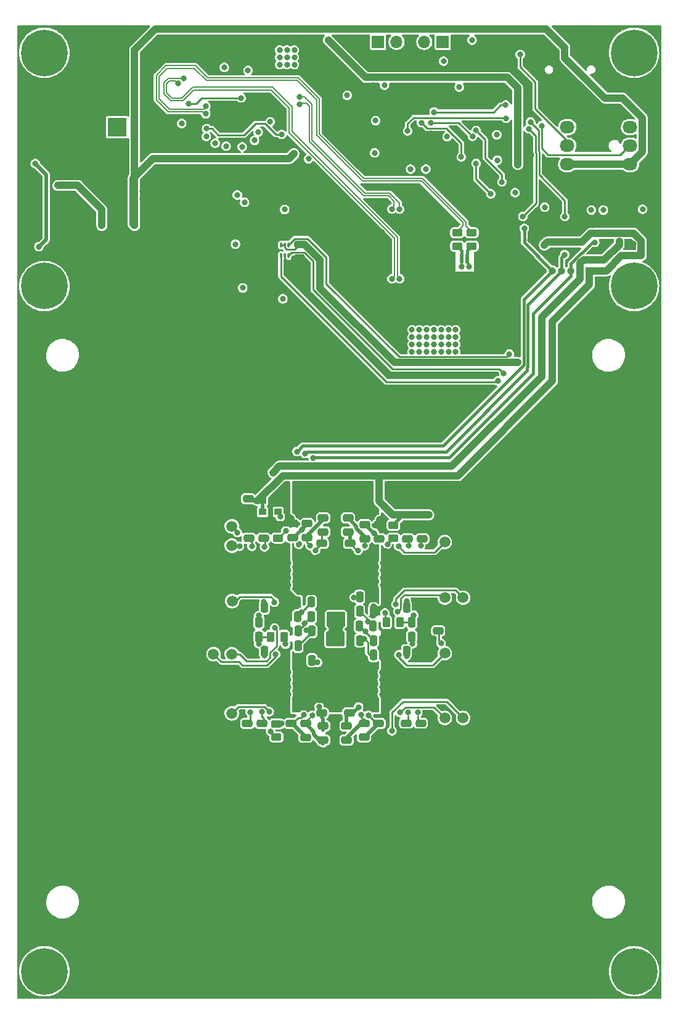
<source format=gbl>
G04 #@! TF.GenerationSoftware,KiCad,Pcbnew,7.0.7-7.0.7~ubuntu22.04.1*
G04 #@! TF.CreationDate,2024-01-04T12:49:52+01:00*
G04 #@! TF.ProjectId,piaxe,70696178-652e-46b6-9963-61645f706362,rev?*
G04 #@! TF.SameCoordinates,Original*
G04 #@! TF.FileFunction,Copper,L4,Bot*
G04 #@! TF.FilePolarity,Positive*
%FSLAX46Y46*%
G04 Gerber Fmt 4.6, Leading zero omitted, Abs format (unit mm)*
G04 Created by KiCad (PCBNEW 7.0.7-7.0.7~ubuntu22.04.1) date 2024-01-04 12:49:52*
%MOMM*%
%LPD*%
G01*
G04 APERTURE LIST*
G04 Aperture macros list*
%AMRoundRect*
0 Rectangle with rounded corners*
0 $1 Rounding radius*
0 $2 $3 $4 $5 $6 $7 $8 $9 X,Y pos of 4 corners*
0 Add a 4 corners polygon primitive as box body*
4,1,4,$2,$3,$4,$5,$6,$7,$8,$9,$2,$3,0*
0 Add four circle primitives for the rounded corners*
1,1,$1+$1,$2,$3*
1,1,$1+$1,$4,$5*
1,1,$1+$1,$6,$7*
1,1,$1+$1,$8,$9*
0 Add four rect primitives between the rounded corners*
20,1,$1+$1,$2,$3,$4,$5,0*
20,1,$1+$1,$4,$5,$6,$7,0*
20,1,$1+$1,$6,$7,$8,$9,0*
20,1,$1+$1,$8,$9,$2,$3,0*%
G04 Aperture macros list end*
G04 #@! TA.AperFunction,ComponentPad*
%ADD10C,0.800000*%
G04 #@! TD*
G04 #@! TA.AperFunction,ComponentPad*
%ADD11C,6.400000*%
G04 #@! TD*
G04 #@! TA.AperFunction,ComponentPad*
%ADD12R,1.700000X1.700000*%
G04 #@! TD*
G04 #@! TA.AperFunction,ComponentPad*
%ADD13O,1.700000X1.700000*%
G04 #@! TD*
G04 #@! TA.AperFunction,ComponentPad*
%ADD14R,1.000000X1.000000*%
G04 #@! TD*
G04 #@! TA.AperFunction,ComponentPad*
%ADD15O,1.000000X1.000000*%
G04 #@! TD*
G04 #@! TA.AperFunction,ComponentPad*
%ADD16R,2.030000X1.730000*%
G04 #@! TD*
G04 #@! TA.AperFunction,ComponentPad*
%ADD17O,2.030000X1.730000*%
G04 #@! TD*
G04 #@! TA.AperFunction,ComponentPad*
%ADD18R,2.600000X2.600000*%
G04 #@! TD*
G04 #@! TA.AperFunction,ComponentPad*
%ADD19C,2.600000*%
G04 #@! TD*
G04 #@! TA.AperFunction,ComponentPad*
%ADD20C,0.500000*%
G04 #@! TD*
G04 #@! TA.AperFunction,SMDPad,CuDef*
%ADD21R,2.500000X2.500000*%
G04 #@! TD*
G04 #@! TA.AperFunction,ComponentPad*
%ADD22O,1.000000X2.100000*%
G04 #@! TD*
G04 #@! TA.AperFunction,ComponentPad*
%ADD23O,1.000000X1.800000*%
G04 #@! TD*
G04 #@! TA.AperFunction,SMDPad,CuDef*
%ADD24RoundRect,0.250000X0.250000X0.475000X-0.250000X0.475000X-0.250000X-0.475000X0.250000X-0.475000X0*%
G04 #@! TD*
G04 #@! TA.AperFunction,SMDPad,CuDef*
%ADD25RoundRect,0.250000X0.475000X-0.250000X0.475000X0.250000X-0.475000X0.250000X-0.475000X-0.250000X0*%
G04 #@! TD*
G04 #@! TA.AperFunction,SMDPad,CuDef*
%ADD26C,1.500000*%
G04 #@! TD*
G04 #@! TA.AperFunction,SMDPad,CuDef*
%ADD27RoundRect,0.250000X1.025000X-0.787500X1.025000X0.787500X-1.025000X0.787500X-1.025000X-0.787500X0*%
G04 #@! TD*
G04 #@! TA.AperFunction,SMDPad,CuDef*
%ADD28RoundRect,0.250000X-0.475000X0.250000X-0.475000X-0.250000X0.475000X-0.250000X0.475000X0.250000X0*%
G04 #@! TD*
G04 #@! TA.AperFunction,SMDPad,CuDef*
%ADD29RoundRect,0.250000X0.262500X0.450000X-0.262500X0.450000X-0.262500X-0.450000X0.262500X-0.450000X0*%
G04 #@! TD*
G04 #@! TA.AperFunction,SMDPad,CuDef*
%ADD30RoundRect,0.250000X-0.262500X-0.450000X0.262500X-0.450000X0.262500X0.450000X-0.262500X0.450000X0*%
G04 #@! TD*
G04 #@! TA.AperFunction,SMDPad,CuDef*
%ADD31RoundRect,0.250000X-0.250000X-0.475000X0.250000X-0.475000X0.250000X0.475000X-0.250000X0.475000X0*%
G04 #@! TD*
G04 #@! TA.AperFunction,SMDPad,CuDef*
%ADD32RoundRect,0.250000X-1.025000X0.787500X-1.025000X-0.787500X1.025000X-0.787500X1.025000X0.787500X0*%
G04 #@! TD*
G04 #@! TA.AperFunction,SMDPad,CuDef*
%ADD33C,0.500000*%
G04 #@! TD*
G04 #@! TA.AperFunction,SMDPad,CuDef*
%ADD34RoundRect,0.250000X-0.450000X0.262500X-0.450000X-0.262500X0.450000X-0.262500X0.450000X0.262500X0*%
G04 #@! TD*
G04 #@! TA.AperFunction,SMDPad,CuDef*
%ADD35R,1.000000X0.900000*%
G04 #@! TD*
G04 #@! TA.AperFunction,SMDPad,CuDef*
%ADD36RoundRect,0.250000X0.450000X-0.262500X0.450000X0.262500X-0.450000X0.262500X-0.450000X-0.262500X0*%
G04 #@! TD*
G04 #@! TA.AperFunction,SMDPad,CuDef*
%ADD37RoundRect,0.050000X0.100000X-0.285000X0.100000X0.285000X-0.100000X0.285000X-0.100000X-0.285000X0*%
G04 #@! TD*
G04 #@! TA.AperFunction,SMDPad,CuDef*
%ADD38RoundRect,0.250000X-0.787500X-1.025000X0.787500X-1.025000X0.787500X1.025000X-0.787500X1.025000X0*%
G04 #@! TD*
G04 #@! TA.AperFunction,ViaPad*
%ADD39C,0.800000*%
G04 #@! TD*
G04 #@! TA.AperFunction,Conductor*
%ADD40C,0.254000*%
G04 #@! TD*
G04 #@! TA.AperFunction,Conductor*
%ADD41C,0.508000*%
G04 #@! TD*
G04 #@! TA.AperFunction,Conductor*
%ADD42C,0.400000*%
G04 #@! TD*
G04 #@! TA.AperFunction,Conductor*
%ADD43C,1.000000*%
G04 #@! TD*
G04 #@! TA.AperFunction,Conductor*
%ADD44C,0.200000*%
G04 #@! TD*
G04 APERTURE END LIST*
G04 #@! TA.AperFunction,EtchedComponent*
G36*
X113350000Y-71700000D02*
G01*
X112850000Y-71700000D01*
X112850000Y-70700000D01*
X113350000Y-70700000D01*
X113350000Y-71700000D01*
G37*
G04 #@! TD.AperFunction*
G04 #@! TA.AperFunction,EtchedComponent*
G36*
X112550000Y-71700000D02*
G01*
X112050000Y-71700000D01*
X112050000Y-70700000D01*
X112550000Y-70700000D01*
X112550000Y-71700000D01*
G37*
G04 #@! TD.AperFunction*
D10*
X52600000Y-43000000D03*
X53302944Y-41302944D03*
X53302944Y-44697056D03*
X55000000Y-40600000D03*
D11*
X55000000Y-43000000D03*
D10*
X55000000Y-45400000D03*
X56697056Y-41302944D03*
X56697056Y-44697056D03*
X57400000Y-43000000D03*
D12*
X109723000Y-41503600D03*
D13*
X107183000Y-41503600D03*
D14*
X129875000Y-72900000D03*
D15*
X128605000Y-72900000D03*
X127335000Y-72900000D03*
X126065000Y-72900000D03*
X124795000Y-72900000D03*
X123525000Y-72900000D03*
D16*
X135463000Y-60820000D03*
D17*
X135463000Y-58280000D03*
X135463000Y-55740000D03*
X135463000Y-53200000D03*
D12*
X100838000Y-41503600D03*
D13*
X103378000Y-41503600D03*
D10*
X133600000Y-43000000D03*
X134302944Y-41302944D03*
X134302944Y-44697056D03*
X136000000Y-40600000D03*
D11*
X136000000Y-43000000D03*
D10*
X136000000Y-45400000D03*
X137697056Y-41302944D03*
X137697056Y-44697056D03*
X138400000Y-43000000D03*
X133600000Y-169000000D03*
X134302944Y-167302944D03*
X134302944Y-170697056D03*
X136000000Y-166600000D03*
D11*
X136000000Y-169000000D03*
D10*
X136000000Y-171400000D03*
X137697056Y-167302944D03*
X137697056Y-170697056D03*
X138400000Y-169000000D03*
X52600000Y-75000000D03*
X53302944Y-73302944D03*
X53302944Y-76697056D03*
X55000000Y-72600000D03*
D11*
X55000000Y-75000000D03*
D10*
X55000000Y-77400000D03*
X56697056Y-73302944D03*
X56697056Y-76697056D03*
X57400000Y-75000000D03*
D16*
X126827000Y-60820000D03*
D17*
X126827000Y-58280000D03*
X126827000Y-55740000D03*
X126827000Y-53200000D03*
D10*
X133600000Y-75000000D03*
X134302944Y-73302944D03*
X134302944Y-76697056D03*
X136000000Y-72600000D03*
D11*
X136000000Y-75000000D03*
D10*
X136000000Y-77400000D03*
X137697056Y-73302944D03*
X137697056Y-76697056D03*
X138400000Y-75000000D03*
D18*
X65000000Y-53200000D03*
D19*
X65000000Y-47200000D03*
X60300000Y-50200000D03*
D20*
X81707500Y-51505000D03*
X80707500Y-51505000D03*
X79707500Y-51505000D03*
X81707500Y-52505000D03*
X80707500Y-52505000D03*
D21*
X80707500Y-52505000D03*
D20*
X79707500Y-52505000D03*
X81707500Y-53505000D03*
X80707500Y-53505000D03*
X79707500Y-53505000D03*
D22*
X131520000Y-45805000D03*
D23*
X131520000Y-41625000D03*
D22*
X122880000Y-45805000D03*
D23*
X122880000Y-41625000D03*
D10*
X52600000Y-169000000D03*
X53302944Y-167302944D03*
X53302944Y-170697056D03*
X55000000Y-166600000D03*
D11*
X55000000Y-169000000D03*
D10*
X55000000Y-171400000D03*
X56697056Y-167302944D03*
X56697056Y-170697056D03*
X57400000Y-169000000D03*
D24*
X91760000Y-126310000D03*
X89860000Y-126310000D03*
X106650000Y-125100000D03*
X104750000Y-125100000D03*
D25*
X101000000Y-109650000D03*
X101000000Y-107750000D03*
D26*
X110000000Y-117750000D03*
D27*
X95000000Y-129612500D03*
X95000000Y-123387500D03*
D25*
X96500000Y-137250000D03*
X96500000Y-135350000D03*
D28*
X93300000Y-135350000D03*
X93300000Y-137250000D03*
D26*
X80750000Y-110600000D03*
D24*
X91650000Y-118325000D03*
X89750000Y-118325000D03*
D28*
X90043000Y-69281000D03*
X90043000Y-71181000D03*
X104900000Y-107750000D03*
X104900000Y-109650000D03*
D26*
X80750000Y-125500000D03*
D29*
X87925000Y-123100000D03*
X86100000Y-123100000D03*
D24*
X90000000Y-130270000D03*
X88100000Y-130270000D03*
D28*
X88875000Y-135000000D03*
X88875000Y-136900000D03*
D25*
X83100000Y-109575000D03*
X83100000Y-107675000D03*
D30*
X101987500Y-121100000D03*
X103812500Y-121100000D03*
D31*
X105450000Y-123100000D03*
X107350000Y-123100000D03*
D32*
X95050000Y-114487500D03*
X95050000Y-120712500D03*
D31*
X99920000Y-113670000D03*
X101820000Y-113670000D03*
X99950000Y-131600000D03*
X101850000Y-131600000D03*
X100000000Y-127600000D03*
X101900000Y-127600000D03*
X99920000Y-115670000D03*
X101820000Y-115670000D03*
D33*
X113100000Y-70700000D03*
X113100000Y-71700000D03*
D24*
X84450000Y-121100000D03*
X82550000Y-121100000D03*
D26*
X112522000Y-134239000D03*
D28*
X93100000Y-131650000D03*
X93100000Y-133550000D03*
D26*
X78232000Y-125476000D03*
D25*
X100900000Y-136875000D03*
X100900000Y-134975000D03*
X104700000Y-136850000D03*
X104700000Y-134950000D03*
D26*
X110000000Y-110109000D03*
D25*
X109100000Y-122300000D03*
X109100000Y-120400000D03*
D24*
X91700000Y-120325000D03*
X89800000Y-120325000D03*
D34*
X86875000Y-135037500D03*
X86875000Y-136862500D03*
D31*
X83300000Y-119100000D03*
X85200000Y-119100000D03*
D25*
X98900000Y-136875000D03*
X98900000Y-134975000D03*
D31*
X83350000Y-125100000D03*
X85250000Y-125100000D03*
D24*
X91750000Y-124325000D03*
X89850000Y-124325000D03*
D28*
X93300000Y-106800000D03*
X93300000Y-108700000D03*
D31*
X98310000Y-119610000D03*
X100210000Y-119610000D03*
D24*
X89950000Y-116300000D03*
X88050000Y-116300000D03*
X90000000Y-114300000D03*
X88100000Y-114300000D03*
D25*
X96900000Y-133550000D03*
X96900000Y-131650000D03*
D28*
X83000000Y-104175000D03*
X83000000Y-106075000D03*
D25*
X106900000Y-109650000D03*
X106900000Y-107750000D03*
D31*
X98310000Y-117630000D03*
X100210000Y-117630000D03*
D28*
X91100000Y-107575000D03*
X91100000Y-109475000D03*
D31*
X98310000Y-125610000D03*
X100210000Y-125610000D03*
D25*
X98990000Y-109650000D03*
X98990000Y-107750000D03*
D26*
X112522000Y-117750000D03*
D35*
X84975000Y-104425000D03*
X87125000Y-104425000D03*
X87125000Y-105975000D03*
X84975000Y-105975000D03*
D31*
X99920000Y-111670000D03*
X101820000Y-111670000D03*
X100000000Y-129600000D03*
X101900000Y-129600000D03*
D24*
X106650000Y-119100000D03*
X104750000Y-119100000D03*
D36*
X113700000Y-69512500D03*
X113700000Y-67687500D03*
D33*
X112300000Y-70700000D03*
X112300000Y-71700000D03*
D36*
X102930000Y-109612500D03*
X102930000Y-107787500D03*
D25*
X84875000Y-136900000D03*
X84875000Y-135000000D03*
D28*
X82875000Y-135000000D03*
X82875000Y-136900000D03*
D26*
X110000000Y-125349000D03*
D24*
X91750000Y-122325000D03*
X89850000Y-122325000D03*
D36*
X111700000Y-69512500D03*
X111700000Y-67687500D03*
D24*
X90000000Y-128270000D03*
X88100000Y-128270000D03*
D37*
X88500000Y-70844000D03*
X88000000Y-70844000D03*
X87500000Y-70844000D03*
X87500000Y-69364000D03*
X88000000Y-69364000D03*
X88500000Y-69364000D03*
D24*
X90000000Y-132270000D03*
X88100000Y-132270000D03*
X89950000Y-112300000D03*
X88050000Y-112300000D03*
D28*
X106700000Y-134950000D03*
X106700000Y-136850000D03*
D34*
X87100000Y-107725000D03*
X87100000Y-109550000D03*
D28*
X89100000Y-107575000D03*
X89100000Y-109475000D03*
D38*
X97487500Y-103500000D03*
X103712500Y-103500000D03*
D26*
X80800000Y-118200000D03*
D28*
X90875000Y-135000000D03*
X90875000Y-136900000D03*
D31*
X98310000Y-123610000D03*
X100210000Y-123610000D03*
D25*
X97000000Y-112200000D03*
X97000000Y-110300000D03*
D26*
X80750000Y-107950000D03*
D28*
X85100000Y-107675000D03*
X85100000Y-109575000D03*
D31*
X105450000Y-121100000D03*
X107350000Y-121100000D03*
D28*
X93100000Y-110300000D03*
X93100000Y-112200000D03*
D26*
X110000000Y-134250000D03*
D25*
X96700000Y-108700000D03*
X96700000Y-106800000D03*
D31*
X98260000Y-121610000D03*
X100160000Y-121610000D03*
D26*
X80750000Y-133604000D03*
D24*
X84450000Y-123100000D03*
X82550000Y-123100000D03*
D39*
X83000000Y-106900000D03*
X84750000Y-62000000D03*
X87820600Y-104496163D03*
X69500000Y-62000000D03*
X72500000Y-63000000D03*
X68500000Y-62000000D03*
X83750000Y-79000000D03*
X103500000Y-116000000D03*
X131200000Y-50000000D03*
X101500000Y-77100000D03*
X110363000Y-45085000D03*
X116500000Y-78000000D03*
X88500000Y-130000000D03*
X84225000Y-136900000D03*
X88500000Y-128000000D03*
X104500000Y-116000000D03*
X103251000Y-48260000D03*
X73500000Y-63000000D03*
X100800000Y-137825000D03*
X85500000Y-128000000D03*
X116500000Y-74000000D03*
X116500000Y-72000000D03*
X105300000Y-102500000D03*
X70500000Y-63000000D03*
X100210000Y-118906900D03*
X101500000Y-114000000D03*
X85750000Y-61000000D03*
X70750000Y-78125000D03*
X138400000Y-49500000D03*
X116500000Y-65000000D03*
X94500000Y-121700000D03*
X84100000Y-107950000D03*
X113300000Y-72300000D03*
X101400000Y-129000000D03*
X102500000Y-115000000D03*
X101400000Y-131000000D03*
X135926315Y-64256089D03*
X101400000Y-128000000D03*
X115500000Y-79000000D03*
X116500000Y-69000000D03*
X88500000Y-115000000D03*
X115500000Y-71000000D03*
X86750000Y-61000000D03*
X108493168Y-123340990D03*
X67750000Y-78125000D03*
X54150000Y-64290000D03*
X86500000Y-131000000D03*
X115500000Y-68000000D03*
X74750000Y-78125000D03*
X86500000Y-128000000D03*
X80982221Y-58922537D03*
X132462854Y-69111393D03*
X115500000Y-64000000D03*
X67750000Y-77125000D03*
X104240171Y-128071787D03*
X115500000Y-69000000D03*
X100500000Y-70500000D03*
X108900000Y-48800000D03*
X116500000Y-70000000D03*
X82750000Y-61000000D03*
X118022800Y-55524400D03*
X84750000Y-61000000D03*
X102500000Y-113000000D03*
X95583000Y-45667000D03*
X69750000Y-78125000D03*
X123200000Y-50000000D03*
X115500000Y-78000000D03*
X98806000Y-51181000D03*
X87750000Y-62000000D03*
X101500000Y-113000000D03*
X101500000Y-68500000D03*
X71750000Y-78125000D03*
X57250000Y-54190000D03*
X102902589Y-51797740D03*
X82750000Y-79000000D03*
X92945104Y-46232600D03*
X106280330Y-102500000D03*
X84750000Y-79000000D03*
X121716800Y-68732400D03*
X102400000Y-128000000D03*
X107370000Y-124420000D03*
X102400000Y-131000000D03*
X101400000Y-130000000D03*
X115500000Y-76000000D03*
X73750000Y-78125000D03*
X101500000Y-115000000D03*
X85750000Y-62000000D03*
X116500000Y-68000000D03*
X82750000Y-78000000D03*
X87500000Y-114000000D03*
X101500000Y-79100000D03*
X66750000Y-77125000D03*
X97000000Y-52300000D03*
X89940000Y-110440000D03*
X87500000Y-130000000D03*
X101000000Y-107000000D03*
X101500000Y-116000000D03*
X89175000Y-137700000D03*
X72750000Y-77125000D03*
X104240171Y-131065500D03*
X115500000Y-67000000D03*
X102400000Y-130000000D03*
X87750000Y-79000000D03*
X87500000Y-131000000D03*
X121894600Y-66548000D03*
X74750000Y-77125000D03*
X106863165Y-120520505D03*
X100500000Y-72500000D03*
X132901315Y-64301089D03*
X116500000Y-79000000D03*
X88500000Y-131000000D03*
X84750000Y-78000000D03*
X86750000Y-62000000D03*
X100500000Y-68500000D03*
X70500000Y-62000000D03*
X130326315Y-66676089D03*
X72750000Y-78125000D03*
X115951000Y-87249000D03*
X68750000Y-77125000D03*
X85500000Y-116000000D03*
X125526800Y-64211200D03*
X68750000Y-78125000D03*
X86500000Y-116000000D03*
X71500000Y-63000000D03*
X115500000Y-66000000D03*
X101500000Y-70500000D03*
X83750000Y-78000000D03*
X68500000Y-63000000D03*
X95600000Y-51600000D03*
X115500000Y-75000000D03*
X88500000Y-113000000D03*
X88500000Y-116000000D03*
X87500000Y-129000000D03*
X73750000Y-77125000D03*
X82750000Y-62000000D03*
X100500000Y-71500000D03*
X107350000Y-122100000D03*
X72500000Y-62000000D03*
X88500000Y-114000000D03*
X101500000Y-78100000D03*
X74500000Y-63000000D03*
X74500000Y-62000000D03*
X85500000Y-131000000D03*
X69500000Y-63000000D03*
X83277592Y-123827592D03*
X85750000Y-79000000D03*
X116500000Y-67000000D03*
X106280330Y-103500000D03*
X65750000Y-77125000D03*
X100500000Y-67500000D03*
X94591609Y-122669812D03*
X87750000Y-61000000D03*
X111300000Y-57700000D03*
X101500000Y-69500000D03*
X121868392Y-56997600D03*
X116500000Y-66000000D03*
X121000000Y-63056089D03*
X103500000Y-113000000D03*
X105300000Y-104500000D03*
X118097600Y-48235529D03*
X88500000Y-129000000D03*
X101378999Y-67621001D03*
X87500000Y-128000000D03*
X116500000Y-71000000D03*
X87750000Y-78000000D03*
X125399800Y-66852800D03*
X115500000Y-70000000D03*
X88920600Y-106815430D03*
X86750000Y-78000000D03*
X70750000Y-77125000D03*
X85750000Y-78000000D03*
X102500000Y-116000000D03*
X71750000Y-77125000D03*
X101500000Y-72500000D03*
X102400000Y-129000000D03*
X100500000Y-77100000D03*
X103400000Y-131000000D03*
X82550000Y-119850000D03*
X101500000Y-71500000D03*
X116500000Y-77000000D03*
X82550000Y-122050000D03*
X115500000Y-73000000D03*
X116500000Y-64000000D03*
X87500000Y-113000000D03*
X106280330Y-104500000D03*
X106109038Y-107879281D03*
X85500000Y-113000000D03*
X95500000Y-121700000D03*
X112800000Y-45142500D03*
X135900000Y-69200000D03*
X104500000Y-113000000D03*
X100500000Y-69500000D03*
X108095637Y-54033093D03*
X105300000Y-103500000D03*
X66750000Y-78125000D03*
X116500000Y-73000000D03*
X115500000Y-74000000D03*
X103400000Y-128000000D03*
X83750000Y-61000000D03*
X71500000Y-62000000D03*
X109300000Y-119399998D03*
X65750000Y-78125000D03*
X115500000Y-77000000D03*
X118186200Y-58953400D03*
X73500000Y-62000000D03*
X83750000Y-62000000D03*
X115500000Y-72000000D03*
X86500000Y-113000000D03*
X100100000Y-47432800D03*
X105750000Y-136850000D03*
X116500000Y-75000000D03*
X115500000Y-65000000D03*
X69750000Y-77125000D03*
X53875000Y-61090000D03*
X102500000Y-114000000D03*
X86750000Y-79000000D03*
X87500000Y-115000000D03*
X87500000Y-116000000D03*
X116500000Y-76000000D03*
X95500000Y-122700000D03*
X100500000Y-79100000D03*
X119989600Y-60553600D03*
X100500000Y-78100000D03*
X83500000Y-110700000D03*
X107800000Y-106400000D03*
X86075000Y-136050000D03*
X105747744Y-120147606D03*
X105577063Y-124068184D03*
X123672600Y-69376089D03*
X84200000Y-104400000D03*
X106300000Y-133500000D03*
X83270000Y-133430000D03*
X136989404Y-70819178D03*
X84430792Y-124060158D03*
X106700000Y-110600000D03*
X128826315Y-68976085D03*
X84462168Y-120211447D03*
X99500000Y-115000000D03*
X91500000Y-113000000D03*
X105500000Y-84000000D03*
X92500000Y-113000000D03*
X97500000Y-131000000D03*
X95800000Y-102500000D03*
X108500000Y-83000000D03*
X92500000Y-116000000D03*
X106500000Y-83000000D03*
X90500000Y-128000000D03*
X91500000Y-114000000D03*
X108500000Y-82000000D03*
X98500000Y-131000000D03*
X90500000Y-116000000D03*
X111500000Y-81000000D03*
X90500000Y-113000000D03*
X99500000Y-114000000D03*
X91500000Y-116000000D03*
X90500000Y-114000000D03*
X90500000Y-131000000D03*
X94800000Y-102500000D03*
X92822409Y-124742409D03*
X97500000Y-128000000D03*
X111500000Y-83000000D03*
X90500000Y-115000000D03*
X110500000Y-81000000D03*
X99500000Y-116000000D03*
X107500000Y-81000000D03*
X91500000Y-129000000D03*
X92500000Y-131000000D03*
X99500000Y-129000000D03*
X112300000Y-72300000D03*
X97500000Y-113000000D03*
X91500000Y-130000000D03*
X92492614Y-128021114D03*
X110500000Y-82000000D03*
X92500000Y-129000000D03*
X107500000Y-82000000D03*
X95800000Y-103500000D03*
X105500000Y-81000000D03*
X99500000Y-131000000D03*
X110500000Y-83000000D03*
X98500000Y-116000000D03*
X99500000Y-113000000D03*
X90500000Y-129000000D03*
X109500000Y-82000000D03*
X98002966Y-126459688D03*
X105500000Y-82000000D03*
X98500000Y-115000000D03*
X92500000Y-114000000D03*
X97500000Y-130000000D03*
X98500000Y-128000000D03*
X91500000Y-131000000D03*
X98500000Y-129000000D03*
X109500000Y-83000000D03*
X107500000Y-83000000D03*
X98500000Y-114000000D03*
X97500000Y-116000000D03*
X106500000Y-81000000D03*
X91500000Y-128000000D03*
X110500000Y-84000000D03*
X91500000Y-115000000D03*
X94800000Y-104500000D03*
X107500000Y-84000000D03*
X90500000Y-130000000D03*
X99500000Y-130000000D03*
X97500000Y-129000000D03*
X98500000Y-113000000D03*
X108500000Y-84000000D03*
X97500000Y-114000000D03*
X105500000Y-83000000D03*
X95800000Y-104500000D03*
X108500000Y-81000000D03*
X106500000Y-84000000D03*
X97500000Y-115000000D03*
X98500000Y-130000000D03*
X99500000Y-128000000D03*
X106500000Y-82000000D03*
X111500000Y-82000000D03*
X94800000Y-103500000D03*
X109500000Y-84000000D03*
X92500000Y-115000000D03*
X111500000Y-84000000D03*
X109500000Y-81000000D03*
X92500000Y-130000000D03*
X82250000Y-75250000D03*
X77242408Y-54468969D03*
X120040400Y-58328800D03*
X120040400Y-54503000D03*
X94000000Y-41238000D03*
X105000000Y-110600000D03*
X85232223Y-110767777D03*
X108400000Y-99700000D03*
X104750000Y-125780000D03*
X85250000Y-125700000D03*
X86400000Y-100599986D03*
X104750000Y-118220000D03*
X84849875Y-133380125D03*
X104918635Y-133500311D03*
X133956879Y-68902402D03*
X85178448Y-118323878D03*
X89700000Y-97700000D03*
X120929400Y-67081400D03*
X90800000Y-97952400D03*
X126466600Y-70688200D03*
X91900000Y-98547600D03*
X130600000Y-69000000D03*
X87400000Y-106660600D03*
X88180000Y-108531410D03*
X54250000Y-69590000D03*
X53750000Y-58190000D03*
X90369998Y-108380002D03*
X99500000Y-133875000D03*
X91500000Y-110600000D03*
X98500000Y-133800000D03*
X92246326Y-111243141D03*
X98160468Y-132755085D03*
X92540000Y-126620000D03*
X90985412Y-122188552D03*
X97540000Y-117710000D03*
X98960000Y-123354882D03*
X90694079Y-121281802D03*
X105300000Y-58949500D03*
X110318600Y-54505317D03*
X100500000Y-52302000D03*
X88333000Y-43617000D03*
X88333000Y-44617000D03*
X120015000Y-85471000D03*
X100368485Y-56727000D03*
X123723400Y-64176089D03*
X89333000Y-42617000D03*
X91296287Y-57547213D03*
X111987500Y-47700000D03*
X109500003Y-123999997D03*
X107400000Y-58949500D03*
X96600000Y-48836000D03*
X87333000Y-43617000D03*
X137176315Y-64456089D03*
X87333000Y-42617000D03*
X131776315Y-64576089D03*
X89333000Y-43617000D03*
X113750000Y-41250000D03*
X89333000Y-44617000D03*
X109829600Y-44145200D03*
X117221000Y-57734200D03*
X117144800Y-54254400D03*
X87333000Y-44617000D03*
X130126315Y-64576089D03*
X119655569Y-62185777D03*
X101718000Y-47432800D03*
X88333000Y-42617000D03*
X99148638Y-122336741D03*
X90277581Y-119761718D03*
X99490000Y-121051790D03*
X98100000Y-111250000D03*
X98990229Y-110600000D03*
X100310000Y-108880000D03*
X67399998Y-66700000D03*
X62900000Y-66700000D03*
X56850000Y-61190000D03*
X133200000Y-49200000D03*
X89290600Y-56850000D03*
X69535000Y-57865000D03*
X84370000Y-53870000D03*
X88000000Y-64500000D03*
X83870000Y-55005000D03*
X81500000Y-62500000D03*
X82170000Y-55903100D03*
X82500000Y-63500000D03*
X77175000Y-51375000D03*
X77175000Y-50350000D03*
X78470000Y-55405000D03*
X81250000Y-69250000D03*
X90011041Y-49050267D03*
X103782500Y-64441447D03*
X79970000Y-55805000D03*
X87750000Y-76750000D03*
X102732500Y-64441447D03*
X90011041Y-50100267D03*
X102750000Y-73999984D03*
X74094292Y-46474361D03*
X82021746Y-49204474D03*
X74830000Y-49980000D03*
X103795000Y-74000000D03*
X73351828Y-47216825D03*
X88114200Y-124097508D03*
X101779550Y-119833698D03*
X102118241Y-110394259D03*
X87598100Y-135018336D03*
X81500000Y-108800000D03*
X81800000Y-110700000D03*
X102750000Y-136000000D03*
X103866379Y-133482759D03*
X86594973Y-118362102D03*
X103698100Y-125570000D03*
X103291198Y-118646847D03*
X103544750Y-119647189D03*
X103650000Y-110700000D03*
X92740000Y-132701900D03*
X91798100Y-133875000D03*
X90610698Y-133830960D03*
X86750000Y-125500000D03*
X86623182Y-121891654D03*
X85901745Y-133388164D03*
X120362694Y-43237306D03*
X118415872Y-51977400D03*
X104902000Y-53721000D03*
X123317000Y-53000000D03*
X117300000Y-88011000D03*
X116332000Y-62357000D03*
X114300000Y-58166000D03*
X118110000Y-86995000D03*
X118872000Y-84328000D03*
X108532604Y-51136600D03*
X118364000Y-50165000D03*
X87600000Y-54200000D03*
X77286422Y-53401883D03*
X114300000Y-53663800D03*
X117856000Y-60706000D03*
X121793000Y-52495400D03*
X126492000Y-65452989D03*
X120726200Y-65452989D03*
X121556211Y-53417898D03*
X106807000Y-52578000D03*
X112268000Y-57277000D03*
X108083364Y-52622371D03*
X113805441Y-54477729D03*
X79718100Y-45000000D03*
X73865841Y-52700841D03*
X86021942Y-52461058D03*
X82970000Y-45405000D03*
D40*
X100240000Y-119593690D02*
X100233001Y-119586691D01*
D41*
X88950000Y-107725000D02*
X87100000Y-107725000D01*
X106900000Y-107750000D02*
X104900000Y-107750000D01*
X106863165Y-120613165D02*
X106863165Y-120520505D01*
D40*
X113300000Y-71900000D02*
X113100000Y-71700000D01*
D41*
X89100000Y-107575000D02*
X88950000Y-107725000D01*
X107350000Y-121100000D02*
X107350000Y-123100000D01*
D40*
X109200000Y-120350000D02*
X109200000Y-119500000D01*
D41*
X82550000Y-123100000D02*
X83277592Y-123827592D01*
D40*
X88433158Y-71628000D02*
X89596000Y-71628000D01*
X113300000Y-72300000D02*
X113300000Y-71900000D01*
X109300000Y-119400000D02*
X109300000Y-119399998D01*
D41*
X89100000Y-106994830D02*
X88920600Y-106815430D01*
X107350000Y-121100000D02*
X106863165Y-120613165D01*
X83350000Y-123900000D02*
X83277592Y-123827592D01*
X89075000Y-136900000D02*
X89075000Y-137600000D01*
D42*
X89750000Y-118325000D02*
X89750000Y-118000000D01*
D40*
X100900000Y-137725000D02*
X100800000Y-137825000D01*
D41*
X82550000Y-121100000D02*
X82550000Y-119850000D01*
X87125000Y-104500000D02*
X87816763Y-104500000D01*
X89075000Y-137600000D02*
X89175000Y-137700000D01*
X83000000Y-106300000D02*
X83000000Y-107750000D01*
X82550000Y-119850000D02*
X83300000Y-119100000D01*
D40*
X88000000Y-70844000D02*
X88000000Y-71194842D01*
D41*
X85150000Y-107725000D02*
X85100000Y-107675000D01*
D40*
X89596000Y-71628000D02*
X90043000Y-71181000D01*
D41*
X107350000Y-124400000D02*
X107370000Y-124420000D01*
X83000000Y-107750000D02*
X83200000Y-107950000D01*
X106650000Y-125100000D02*
X107330000Y-124420000D01*
D42*
X89750000Y-118000000D02*
X88050000Y-116300000D01*
D41*
X87816763Y-104500000D02*
X87820600Y-104496163D01*
X89100000Y-107750000D02*
X89100000Y-106994830D01*
X101000000Y-107750000D02*
X101000000Y-107000000D01*
X82550000Y-123100000D02*
X82550000Y-121100000D01*
D40*
X88000000Y-71194842D02*
X88433158Y-71628000D01*
D41*
X107350000Y-123100000D02*
X107350000Y-124400000D01*
D43*
X90043000Y-71181000D02*
X90043000Y-74930000D01*
X102362000Y-87249000D02*
X115951000Y-87249000D01*
D40*
X89750000Y-118774380D02*
X89744931Y-118769311D01*
D41*
X106650000Y-119100000D02*
X106650000Y-120307340D01*
X83175000Y-136900000D02*
X85175000Y-136900000D01*
X83350000Y-125100000D02*
X83350000Y-123900000D01*
X85300000Y-107950000D02*
X83200000Y-107950000D01*
X107330000Y-124420000D02*
X107370000Y-124420000D01*
X87100000Y-107725000D02*
X85150000Y-107725000D01*
D40*
X109200000Y-119500000D02*
X109300000Y-119400000D01*
D43*
X90043000Y-74930000D02*
X102362000Y-87249000D01*
D40*
X100900000Y-136875000D02*
X100900000Y-137725000D01*
D41*
X106650000Y-120307340D02*
X106863165Y-120520505D01*
X104700000Y-136850000D02*
X106700000Y-136850000D01*
D43*
X134274980Y-70819178D02*
X132194158Y-72900000D01*
X124072604Y-68976085D02*
X123672600Y-69376089D01*
X101000000Y-101000000D02*
X87729740Y-101000000D01*
X129875000Y-72900000D02*
X129875000Y-74825000D01*
X128826315Y-68976085D02*
X124072604Y-68976085D01*
D40*
X83175000Y-135000000D02*
X83245000Y-134930000D01*
X105450000Y-123941121D02*
X105577063Y-124068184D01*
D43*
X111800000Y-101000000D02*
X124800000Y-88000000D01*
D40*
X83500000Y-110150000D02*
X83200000Y-109850000D01*
X83500000Y-110700000D02*
X83500000Y-110150000D01*
D43*
X132194158Y-72900000D02*
X129875000Y-72900000D01*
D40*
X106700000Y-109850000D02*
X106900000Y-109650000D01*
X84450000Y-121100000D02*
X84450000Y-120223615D01*
D43*
X106700000Y-101000000D02*
X111800000Y-101000000D01*
D40*
X84450000Y-124040950D02*
X84430792Y-124060158D01*
D43*
X136989404Y-70819178D02*
X136989404Y-68801085D01*
D40*
X106300000Y-134000000D02*
X106300000Y-134550000D01*
D43*
X101000000Y-101000000D02*
X101000000Y-104523193D01*
X124800000Y-79900000D02*
X129875000Y-74825000D01*
X87729740Y-101000000D02*
X84329740Y-104400000D01*
D41*
X84875000Y-104400000D02*
X84975000Y-104500000D01*
D43*
X101000000Y-104523193D02*
X102876807Y-106400000D01*
D40*
X83245000Y-134930000D02*
X83245000Y-133980000D01*
X86100000Y-123100000D02*
X84450000Y-123100000D01*
X105450000Y-120445350D02*
X105747744Y-120147606D01*
X83270000Y-133430000D02*
X83270000Y-133955000D01*
X103812500Y-121100000D02*
X105450000Y-121100000D01*
X106300000Y-134550000D02*
X106700000Y-134950000D01*
D43*
X124800000Y-88000000D02*
X124800000Y-79900000D01*
D41*
X84975000Y-106050000D02*
X84975000Y-104500000D01*
D40*
X105450000Y-123100000D02*
X105450000Y-123941121D01*
X84450000Y-123100000D02*
X84450000Y-124040950D01*
X105450000Y-121100000D02*
X105450000Y-120445350D01*
D41*
X102900000Y-107787500D02*
X104287500Y-106400000D01*
D43*
X136989404Y-70819178D02*
X134274980Y-70819178D01*
D40*
X106700000Y-110600000D02*
X106700000Y-109850000D01*
X86875000Y-136850000D02*
X86075000Y-136050000D01*
D41*
X83000000Y-104400000D02*
X84875000Y-104400000D01*
D43*
X106700000Y-101000000D02*
X101000000Y-101000000D01*
D40*
X84450000Y-120223615D02*
X84462168Y-120211447D01*
D43*
X130052400Y-67750000D02*
X128826315Y-68976085D01*
X84329740Y-104400000D02*
X84200000Y-104400000D01*
X102876807Y-106400000D02*
X104287500Y-106400000D01*
X135938319Y-67750000D02*
X130052400Y-67750000D01*
X136989404Y-68801085D02*
X135938319Y-67750000D01*
D40*
X83270000Y-133955000D02*
X83245000Y-133980000D01*
X86875000Y-136862500D02*
X86875000Y-136850000D01*
D43*
X104287500Y-106400000D02*
X107800000Y-106400000D01*
D40*
X100210000Y-117630000D02*
X100210000Y-116710000D01*
X100210000Y-116710000D02*
X99500000Y-116000000D01*
X92820000Y-124740000D02*
X92822409Y-124742409D01*
X89860000Y-127360000D02*
X90500000Y-128000000D01*
X92165000Y-124740000D02*
X92820000Y-124740000D01*
X91750000Y-124325000D02*
X92165000Y-124740000D01*
X112300000Y-72300000D02*
X112300000Y-71700000D01*
X98243600Y-125100000D02*
X98243600Y-126219054D01*
X98243600Y-126219054D02*
X98002966Y-126459688D01*
X89860000Y-126310000D02*
X89860000Y-127360000D01*
D43*
X99130400Y-46380400D02*
X118567200Y-46380400D01*
X94000000Y-41250000D02*
X99130400Y-46380400D01*
X119993297Y-58281697D02*
X120040400Y-58328800D01*
X119993297Y-47806497D02*
X119993297Y-58281697D01*
X118567200Y-46380400D02*
X119993297Y-47806497D01*
D40*
X85250000Y-125100000D02*
X85250000Y-125700000D01*
X105000000Y-110600000D02*
X105000000Y-109750000D01*
X85200000Y-118345430D02*
X85178448Y-118323878D01*
D43*
X133956879Y-68902402D02*
X133956879Y-69343121D01*
X86400000Y-100599986D02*
X87299986Y-99700000D01*
X123353685Y-79246315D02*
X128605000Y-73995000D01*
D40*
X85175000Y-134280250D02*
X84824875Y-133930125D01*
D43*
X123300000Y-79246315D02*
X123353685Y-79246315D01*
X133956879Y-69343121D02*
X131900000Y-71400000D01*
D40*
X85200000Y-119100000D02*
X85200000Y-118345430D01*
X85300000Y-110700000D02*
X85232223Y-110767777D01*
X104750000Y-124800000D02*
X104750000Y-125780000D01*
X85175000Y-135000000D02*
X85175000Y-134280250D01*
X105000000Y-109750000D02*
X104900000Y-109650000D01*
D43*
X128605000Y-71865200D02*
X128605000Y-72900000D01*
X87299986Y-99700000D02*
X108400000Y-99700000D01*
X108400000Y-99700000D02*
X111000000Y-99700000D01*
D40*
X104750000Y-119400000D02*
X104750000Y-118220000D01*
X85300000Y-109850000D02*
X85300000Y-110700000D01*
D43*
X123300000Y-87400000D02*
X123300000Y-79246315D01*
D40*
X84849875Y-133905125D02*
X84824875Y-133930125D01*
X104700000Y-134950000D02*
X104918635Y-134731365D01*
X84849875Y-133380125D02*
X84849875Y-133905125D01*
D43*
X129070200Y-71400000D02*
X128605000Y-71865200D01*
X111000000Y-99700000D02*
X123300000Y-87400000D01*
X131900000Y-71400000D02*
X129070200Y-71400000D01*
X128605000Y-72900000D02*
X128605000Y-73995000D01*
D40*
X104918635Y-134731365D02*
X104918635Y-134000311D01*
D42*
X124795000Y-72900000D02*
X120929400Y-69034400D01*
X120867400Y-85824076D02*
X120867400Y-76827600D01*
X89700000Y-97700000D02*
X90500000Y-96900000D01*
X120929400Y-69034400D02*
X120929400Y-67081400D01*
X90500000Y-96900000D02*
X109791476Y-96900000D01*
X120867400Y-76827600D02*
X124795000Y-72900000D01*
X109791476Y-96900000D02*
X120867400Y-85824076D01*
X110200000Y-97700000D02*
X121300000Y-86600000D01*
X121300000Y-86172688D02*
X121419800Y-86052888D01*
X121419800Y-86052888D02*
X121419800Y-77545200D01*
X126065000Y-71089800D02*
X126466600Y-70688200D01*
X121300000Y-86600000D02*
X121300000Y-86172688D01*
X90800000Y-97952400D02*
X91052400Y-97700000D01*
X126065000Y-72900000D02*
X126065000Y-71089800D01*
X121419800Y-77545200D02*
X126065000Y-72900000D01*
X91052400Y-97700000D02*
X110200000Y-97700000D01*
X122100000Y-87000000D02*
X110600000Y-98500000D01*
X91947600Y-98500000D02*
X91900000Y-98547600D01*
X127335000Y-72900000D02*
X127335000Y-71929724D01*
X122100000Y-78800000D02*
X127335000Y-73565000D01*
X110600000Y-98500000D02*
X91947600Y-98500000D01*
X127335000Y-71929724D02*
X130264724Y-69000000D01*
X130264724Y-69000000D02*
X130600000Y-69000000D01*
X122100000Y-78800000D02*
X122100000Y-87000000D01*
X127335000Y-73565000D02*
X127335000Y-72900000D01*
D40*
X87400000Y-106660600D02*
X87400000Y-106325000D01*
X87400000Y-106325000D02*
X87125000Y-106050000D01*
X87100000Y-109611410D02*
X88180000Y-108531410D01*
X87100000Y-109725000D02*
X87100000Y-109611410D01*
D41*
X55250000Y-68590000D02*
X54250000Y-69590000D01*
X53750000Y-58190000D02*
X55250000Y-59690000D01*
X55250000Y-59690000D02*
X55250000Y-68590000D01*
X91000000Y-107750000D02*
X89100000Y-109650000D01*
D40*
X89100000Y-109650000D02*
X90369998Y-108380002D01*
D41*
X91100000Y-107750000D02*
X91000000Y-107750000D01*
D40*
X100600000Y-134975000D02*
X99500000Y-133875000D01*
X100900000Y-134975000D02*
X100600000Y-134975000D01*
D41*
X99000000Y-136875000D02*
X100900000Y-134975000D01*
X98900000Y-136875000D02*
X99000000Y-136875000D01*
D40*
X91100000Y-109475000D02*
X91100000Y-109226315D01*
D41*
X91100000Y-109475000D02*
X91100000Y-109228290D01*
D40*
X93100000Y-107226315D02*
X93100000Y-106800000D01*
D41*
X93300000Y-107028290D02*
X93300000Y-106800000D01*
D40*
X91100000Y-109226315D02*
X93100000Y-107226315D01*
X91100000Y-109650000D02*
X91100000Y-110200000D01*
X91100000Y-110200000D02*
X91500000Y-110600000D01*
D41*
X91100000Y-109228290D02*
X93300000Y-107028290D01*
D40*
X98500000Y-133800000D02*
X98500000Y-134203290D01*
D41*
X98900000Y-134975000D02*
X98900000Y-135103290D01*
X98900000Y-134603290D02*
X96500000Y-137003290D01*
X96500000Y-137003290D02*
X96500000Y-137250000D01*
D40*
X98500000Y-134203290D02*
X98900000Y-134603290D01*
X92246326Y-111243141D02*
X92246326Y-111153674D01*
X93100000Y-110300000D02*
X93100000Y-108700000D01*
X92246326Y-111153674D02*
X93100000Y-110300000D01*
D41*
X96900000Y-133550000D02*
X97365553Y-133550000D01*
X96500000Y-133950000D02*
X96900000Y-133550000D01*
X96500000Y-135350000D02*
X96500000Y-133950000D01*
X97365553Y-133550000D02*
X98160468Y-132755085D01*
D40*
X92230000Y-126310000D02*
X92540000Y-126620000D01*
X89850000Y-124325000D02*
X91750000Y-122425000D01*
X91760000Y-126310000D02*
X92230000Y-126310000D01*
X91282177Y-122482177D02*
X90988552Y-122188552D01*
X91750000Y-122425000D02*
X91750000Y-122325000D01*
X90988552Y-122188552D02*
X90985412Y-122188552D01*
X98310000Y-117630000D02*
X97620000Y-117630000D01*
X97620000Y-117630000D02*
X97540000Y-117710000D01*
X100240000Y-126126315D02*
X99430600Y-125316915D01*
X99430600Y-123825482D02*
X98960000Y-123354882D01*
X99430600Y-125316915D02*
X99430600Y-123825482D01*
X89850000Y-122325000D02*
X90694079Y-121480921D01*
X90694079Y-121480921D02*
X90694079Y-121281802D01*
X91650881Y-120325000D02*
X90694079Y-121281802D01*
X91700000Y-120325000D02*
X91650881Y-120325000D01*
X109200000Y-123699994D02*
X109500003Y-123999997D01*
D43*
X103055162Y-85488400D02*
X119997600Y-85488400D01*
X90043000Y-69281000D02*
X90744000Y-69281000D01*
X119997600Y-85488400D02*
X120015000Y-85471000D01*
X92837000Y-75270238D02*
X103055162Y-85488400D01*
X92837000Y-71374000D02*
X92837000Y-75270238D01*
D40*
X89345600Y-69978400D02*
X90043000Y-69281000D01*
X88000000Y-69364000D02*
X87500000Y-69364000D01*
X109200000Y-122250000D02*
X109200000Y-123699994D01*
X88000000Y-69714842D02*
X88263558Y-69978400D01*
D43*
X90744000Y-69281000D02*
X92837000Y-71374000D01*
D40*
X88263558Y-69978400D02*
X89345600Y-69978400D01*
X88000000Y-69364000D02*
X88000000Y-69714842D01*
X98986741Y-122336741D02*
X98260000Y-121610000D01*
X98327918Y-121681989D02*
X98188010Y-121681989D01*
X100210000Y-123564071D02*
X98327918Y-121681989D01*
X99148638Y-122336741D02*
X98986741Y-122336741D01*
X100210000Y-123610000D02*
X100210000Y-123564071D01*
X91650000Y-118389299D02*
X90277581Y-119761718D01*
X91650000Y-118325000D02*
X91650000Y-118389299D01*
X100160000Y-121460000D02*
X100160000Y-121610000D01*
X98310000Y-119610000D02*
X100160000Y-121460000D01*
D41*
X97000000Y-110300000D02*
X97000000Y-109000000D01*
X97000000Y-109000000D02*
X96700000Y-108700000D01*
D40*
X97000000Y-110300000D02*
X97000000Y-108700000D01*
X98100000Y-111250000D02*
X97950000Y-111250000D01*
X97950000Y-111250000D02*
X97000000Y-110300000D01*
D41*
X97858600Y-108271890D02*
X97858600Y-107958600D01*
D40*
X99000000Y-109650000D02*
X99000000Y-109223685D01*
X99000000Y-109650000D02*
X99000000Y-110590229D01*
X99000000Y-110590229D02*
X98990229Y-110600000D01*
D41*
X99000000Y-109413290D02*
X97858600Y-108271890D01*
X97858600Y-107958600D02*
X96700000Y-106800000D01*
D40*
X97000000Y-107223685D02*
X97000000Y-106800000D01*
D41*
X99000000Y-109650000D02*
X99000000Y-109413290D01*
X99000000Y-107750000D02*
X99100000Y-107750000D01*
X99100000Y-107750000D02*
X101000000Y-109650000D01*
D40*
X100310000Y-108960000D02*
X100310000Y-108880000D01*
X101000000Y-109650000D02*
X100310000Y-108960000D01*
D43*
X126500000Y-43700000D02*
X132000000Y-49200000D01*
X70250000Y-39750000D02*
X123950000Y-39750000D01*
X137130400Y-56612600D02*
X135463000Y-58280000D01*
X67200000Y-60200000D02*
X67200000Y-66500002D01*
X123950000Y-39750000D02*
X126500000Y-42300000D01*
X67399998Y-42600002D02*
X70250000Y-39750000D01*
X132000000Y-49200000D02*
X133200000Y-49200000D01*
X62900000Y-64500000D02*
X62900000Y-66700000D01*
X69900000Y-57500000D02*
X88640600Y-57500000D01*
X56850000Y-61190000D02*
X59590000Y-61190000D01*
X59590000Y-61190000D02*
X62900000Y-64500000D01*
X126500000Y-42300000D02*
X126500000Y-43700000D01*
X137130400Y-51905400D02*
X137130400Y-56612600D01*
X135463000Y-58300000D02*
X126827000Y-58300000D01*
X133200000Y-49200000D02*
X134425000Y-49200000D01*
X134425000Y-49200000D02*
X137130400Y-51905400D01*
X69535000Y-57865000D02*
X67200000Y-60200000D01*
X88640600Y-57500000D02*
X89290600Y-56850000D01*
X69535000Y-57865000D02*
X69900000Y-57500000D01*
X67200000Y-66500002D02*
X67399998Y-66700000D01*
X135463000Y-58280000D02*
X126827000Y-58280000D01*
X67399998Y-66700000D02*
X67399998Y-42600002D01*
D44*
X71700000Y-44775000D02*
X75759100Y-44775000D01*
X92750000Y-54151632D02*
X98824968Y-60226600D01*
X112925000Y-66225000D02*
X112925000Y-66725000D01*
X75759100Y-44775000D02*
X77409100Y-46425000D01*
X89859000Y-46425000D02*
X92750000Y-49316000D01*
X70375000Y-49475000D02*
X70375000Y-46100000D01*
X113700000Y-67500000D02*
X113700000Y-67687500D01*
X72000000Y-51100000D02*
X70375000Y-49475000D01*
X106926601Y-60226600D02*
X112925000Y-66225000D01*
X70375000Y-46100000D02*
X71700000Y-44775000D01*
X98824968Y-60226600D02*
X106926601Y-60226600D01*
X112925000Y-66725000D02*
X113700000Y-67500000D01*
X76749108Y-51100000D02*
X72000000Y-51100000D01*
X77409100Y-46425000D02*
X89859000Y-46425000D01*
X77179108Y-51530000D02*
X76749108Y-51100000D01*
X92750000Y-49316000D02*
X92750000Y-54151632D01*
X76911508Y-50747600D02*
X72145968Y-50747600D01*
X92397600Y-49461968D02*
X92397600Y-54297600D01*
X70727400Y-46245968D02*
X71845968Y-45127400D01*
X77179108Y-50480000D02*
X76911508Y-50747600D01*
X112475000Y-66725000D02*
X111700000Y-67500000D01*
X112475000Y-66273368D02*
X112475000Y-66725000D01*
X70727400Y-49329032D02*
X70727400Y-46245968D01*
X72145968Y-50747600D02*
X70727400Y-49329032D01*
X89713032Y-46777400D02*
X92397600Y-49461968D01*
X75613132Y-45127400D02*
X77263132Y-46777400D01*
X106780632Y-60579000D02*
X112475000Y-66273368D01*
X98679000Y-60579000D02*
X106780632Y-60579000D01*
X77263132Y-46777400D02*
X89713032Y-46777400D01*
X71845968Y-45127400D02*
X75613132Y-45127400D01*
X111700000Y-67500000D02*
X111700000Y-67687500D01*
X92397600Y-54297600D02*
X98679000Y-60579000D01*
X103782500Y-64441447D02*
X103782500Y-63584132D01*
X99047600Y-62247600D02*
X91752400Y-54952400D01*
X90768467Y-49050267D02*
X90011041Y-49050267D01*
X91752400Y-54952400D02*
X91752400Y-50034200D01*
X102445968Y-62247600D02*
X99047600Y-62247600D01*
X91752400Y-50034200D02*
X90768467Y-49050267D01*
X103782500Y-63584132D02*
X102445968Y-62247600D01*
X103032499Y-63332499D02*
X102300000Y-62600000D01*
X98881800Y-62600000D02*
X91400000Y-55118200D01*
X102300000Y-62600000D02*
X98881800Y-62600000D01*
X91400000Y-55118200D02*
X91400000Y-50318200D01*
X91006800Y-49925000D02*
X90186308Y-49925000D01*
X102732500Y-64441447D02*
X103032499Y-64141448D01*
X103032499Y-64141448D02*
X103032499Y-63332499D01*
X90186308Y-49925000D02*
X90011041Y-50100267D01*
X91400000Y-50318200D02*
X91006800Y-49925000D01*
X102750000Y-73999984D02*
X103124000Y-73625984D01*
X71400000Y-47100000D02*
X72025639Y-46474361D01*
X88646000Y-53975000D02*
X88646000Y-50546000D01*
X74031945Y-49575000D02*
X72375000Y-49575000D01*
X86180000Y-48080000D02*
X75526945Y-48080000D01*
X103124000Y-68443368D02*
X98180632Y-63500000D01*
X75526945Y-48080000D02*
X74031945Y-49575000D01*
X98171000Y-63500000D02*
X88646000Y-53975000D01*
X98180632Y-63500000D02*
X98171000Y-63500000D01*
X71400000Y-48600000D02*
X71400000Y-47100000D01*
X72025639Y-46474361D02*
X74094292Y-46474361D01*
X72375000Y-49575000D02*
X71400000Y-48600000D01*
X88646000Y-50546000D02*
X86180000Y-48080000D01*
X103124000Y-73625984D02*
X103124000Y-68443368D01*
D40*
X82021746Y-49204474D02*
X82018718Y-49201446D01*
X82018718Y-49201446D02*
X76628554Y-49201446D01*
X76628554Y-49201446D02*
X75850000Y-49980000D01*
X75850000Y-49980000D02*
X74830000Y-49980000D01*
D44*
X88998400Y-50400031D02*
X88998400Y-53819400D01*
X73351828Y-47216825D02*
X72961764Y-46826761D01*
X72522600Y-49222600D02*
X73885977Y-49222600D01*
X103476400Y-68297399D02*
X103476400Y-73681400D01*
X103476400Y-73681400D02*
X103795000Y-74000000D01*
X73885977Y-49222600D02*
X75380977Y-47727600D01*
X75380977Y-47727600D02*
X86325969Y-47727600D01*
X71752400Y-47247600D02*
X71752400Y-48452400D01*
X71752400Y-48452400D02*
X72522600Y-49222600D01*
X72173239Y-46826761D02*
X71752400Y-47247600D01*
X86325969Y-47727600D02*
X88998400Y-50400031D01*
X88998400Y-53819400D02*
X103476400Y-68297399D01*
X72961764Y-46826761D02*
X72173239Y-46826761D01*
D40*
X87925000Y-123100000D02*
X87925000Y-123908308D01*
X87925000Y-123908308D02*
X88114200Y-124097508D01*
X101987500Y-121100000D02*
X101779550Y-120892050D01*
X101779550Y-120892050D02*
X101779550Y-119833698D01*
X102900000Y-109612500D02*
X102118241Y-110394259D01*
X87578936Y-135037500D02*
X87598100Y-135018336D01*
X86875000Y-135037500D02*
X87578936Y-135037500D01*
X81500000Y-108700000D02*
X80750000Y-107950000D01*
X81500000Y-108800000D02*
X81500000Y-108700000D01*
X81800000Y-110700000D02*
X80850000Y-110700000D01*
X80850000Y-110700000D02*
X80750000Y-110600000D01*
X112522000Y-134239000D02*
X110283000Y-132000000D01*
X104250000Y-132000000D02*
X102750000Y-133500000D01*
X110283000Y-132000000D02*
X104250000Y-132000000D01*
X102750000Y-133500000D02*
X102750000Y-136000000D01*
X108500000Y-132750000D02*
X110000000Y-134250000D01*
X103866379Y-133482759D02*
X104599138Y-132750000D01*
X104599138Y-132750000D02*
X108500000Y-132750000D01*
X86594973Y-118094973D02*
X86100000Y-117600000D01*
X81850000Y-117600000D02*
X81250000Y-118200000D01*
X86100000Y-117600000D02*
X81850000Y-117600000D01*
X86594973Y-118362102D02*
X86594973Y-118094973D01*
X103698100Y-125948100D02*
X104750000Y-127000000D01*
X104750000Y-127000000D02*
X108349000Y-127000000D01*
X108349000Y-127000000D02*
X110000000Y-125349000D01*
X103698100Y-125570000D02*
X103698100Y-125948100D01*
X103291198Y-117908802D02*
X103291198Y-118646847D01*
X111492600Y-116720600D02*
X104479400Y-116720600D01*
X112522000Y-117750000D02*
X111492600Y-116720600D01*
X104479400Y-116720600D02*
X103291198Y-117908802D01*
X103970600Y-117829400D02*
X103970600Y-118986432D01*
X109600000Y-117350000D02*
X104450000Y-117350000D01*
X103960000Y-118997032D02*
X103960000Y-119231939D01*
X103960000Y-119231939D02*
X103544750Y-119647189D01*
X110000000Y-117750000D02*
X109600000Y-117350000D01*
X103970600Y-118986432D02*
X103960000Y-118997032D01*
X104450000Y-117350000D02*
X103970600Y-117829400D01*
X104450000Y-111500000D02*
X108609000Y-111500000D01*
X108609000Y-111500000D02*
X110000000Y-110109000D01*
X103650000Y-110700000D02*
X104450000Y-111500000D01*
D41*
X93275000Y-134300000D02*
X93075000Y-134100000D01*
X92740000Y-132701900D02*
X92740000Y-133190000D01*
X92740000Y-133190000D02*
X93100000Y-133550000D01*
X93275000Y-135900000D02*
X93275000Y-134300000D01*
X92006400Y-136531400D02*
X93275000Y-137800000D01*
D40*
X91798100Y-133875000D02*
X91075000Y-134598100D01*
D41*
X90875000Y-135000000D02*
X92006400Y-136131400D01*
X92006400Y-136131400D02*
X92006400Y-136531400D01*
D40*
X91075000Y-134598100D02*
X91075000Y-135000000D01*
X89854400Y-134220600D02*
X90221058Y-134220600D01*
D41*
X91075000Y-136900000D02*
X90975000Y-136900000D01*
X90975000Y-136900000D02*
X89075000Y-135000000D01*
D40*
X90221058Y-134220600D02*
X90610698Y-133830960D01*
X89075000Y-135000000D02*
X89854400Y-134220600D01*
X82200000Y-127000000D02*
X81729400Y-126529400D01*
X79285400Y-126529400D02*
X78232000Y-125476000D01*
X81729400Y-126529400D02*
X79285400Y-126529400D01*
X86750000Y-125500000D02*
X86750000Y-125850000D01*
X85600000Y-127000000D02*
X82200000Y-127000000D01*
X86750000Y-125850000D02*
X85600000Y-127000000D01*
X86029400Y-125250000D02*
X86029400Y-125970600D01*
X86623182Y-121891654D02*
X86891900Y-122160372D01*
X86891900Y-122160372D02*
X86891900Y-124387500D01*
X85533400Y-126466600D02*
X82777260Y-126466600D01*
X86891900Y-124387500D02*
X86029400Y-125250000D01*
X81810660Y-125500000D02*
X80750000Y-125500000D01*
X82777260Y-126466600D02*
X81810660Y-125500000D01*
X86029400Y-125970600D02*
X85533400Y-126466600D01*
X85901745Y-133388164D02*
X85213581Y-132700000D01*
X81654000Y-132700000D02*
X80750000Y-133604000D01*
X85213581Y-132700000D02*
X81654000Y-132700000D01*
D42*
X112300000Y-70700000D02*
X112300000Y-70112500D01*
X112300000Y-70112500D02*
X111700000Y-69512500D01*
X113100000Y-70112500D02*
X113700000Y-69512500D01*
X113100000Y-70700000D02*
X113100000Y-70112500D01*
D40*
X122428000Y-47005238D02*
X122428000Y-50701000D01*
X120362694Y-43237306D02*
X120362694Y-44939932D01*
X122428000Y-50701000D02*
X126827000Y-55100000D01*
X120362694Y-44939932D02*
X122428000Y-47005238D01*
X123317000Y-56117000D02*
X123317000Y-53000000D01*
X118334306Y-51895834D02*
X118415872Y-51977400D01*
X105711166Y-51895834D02*
X118334306Y-51895834D01*
X124200000Y-57000000D02*
X123317000Y-56117000D01*
X104902000Y-53721000D02*
X104902000Y-52705000D01*
X134100000Y-57000000D02*
X124200000Y-57000000D01*
X135463000Y-55637000D02*
X134100000Y-57000000D01*
X104902000Y-52705000D02*
X105711166Y-51895834D01*
X101981000Y-88138000D02*
X117173000Y-88138000D01*
X87500000Y-73657000D02*
X101981000Y-88138000D01*
X87500000Y-70844000D02*
X87500000Y-73657000D01*
X114300000Y-60325000D02*
X116332000Y-62357000D01*
X117173000Y-88138000D02*
X117300000Y-88011000D01*
X114300000Y-58166000D02*
X114300000Y-60325000D01*
X102809736Y-86360000D02*
X117475000Y-86360000D01*
X88500000Y-70844000D02*
X88942400Y-70401600D01*
X88942400Y-70401600D02*
X90737285Y-70401600D01*
X90737285Y-70401600D02*
X91948000Y-71612315D01*
X91948000Y-75498264D02*
X102809736Y-86360000D01*
X91948000Y-71612315D02*
X91948000Y-75498264D01*
X117475000Y-86360000D02*
X118110000Y-86995000D01*
X118491000Y-84709000D02*
X118872000Y-84328000D01*
X88500000Y-69364000D02*
X88500000Y-69350315D01*
X88500000Y-69350315D02*
X89348715Y-68501600D01*
X93726000Y-71076881D02*
X93726000Y-74676000D01*
X91150719Y-68501600D02*
X93726000Y-71076881D01*
X103759000Y-84709000D02*
X118491000Y-84709000D01*
X93726000Y-74676000D02*
X103759000Y-84709000D01*
X89348715Y-68501600D02*
X91150719Y-68501600D01*
X117674998Y-50165000D02*
X116703398Y-51136600D01*
X118364000Y-50165000D02*
X117674998Y-50165000D01*
X116703398Y-51136600D02*
X108532604Y-51136600D01*
X86800000Y-54200000D02*
X85300000Y-52700000D01*
X85300000Y-52700000D02*
X84000000Y-52700000D01*
X84000000Y-52700000D02*
X82400000Y-54300000D01*
X78900000Y-54300000D02*
X78001883Y-53401883D01*
X78001883Y-53401883D02*
X77286422Y-53401883D01*
X82400000Y-54300000D02*
X78900000Y-54300000D01*
X87600000Y-54200000D02*
X86800000Y-54200000D01*
X117856000Y-59690000D02*
X115570000Y-57404000D01*
X115570000Y-57404000D02*
X115570000Y-54933800D01*
X115570000Y-54933800D02*
X114300000Y-53663800D01*
X117856000Y-60706000D02*
X117856000Y-59690000D01*
X122954200Y-56564862D02*
X122903400Y-56514062D01*
X126492000Y-63238000D02*
X122954200Y-59700200D01*
X122903400Y-53605800D02*
X121793000Y-52495400D01*
X122903400Y-56514062D02*
X122903400Y-53605800D01*
X122954200Y-59700200D02*
X122954200Y-56564862D01*
X126492000Y-65430400D02*
X126492000Y-63238000D01*
X122547800Y-63631389D02*
X122547800Y-56733198D01*
X122547800Y-56733198D02*
X122497000Y-56682398D01*
X120726200Y-65452989D02*
X122547800Y-63631389D01*
X122497000Y-56682398D02*
X122497000Y-54358687D01*
X122497000Y-54358687D02*
X121556211Y-53417898D01*
X112268000Y-57277000D02*
X112268000Y-55372000D01*
X112268000Y-55372000D02*
X110236000Y-53340000D01*
X107569000Y-53340000D02*
X106807000Y-52578000D01*
X110236000Y-53340000D02*
X107569000Y-53340000D01*
X108083364Y-52622371D02*
X108127735Y-52578000D01*
X111905712Y-52578000D02*
X113805441Y-54477729D01*
X108127735Y-52578000D02*
X111905712Y-52578000D01*
G04 #@! TA.AperFunction,Conductor*
G36*
X88744500Y-133376002D02*
G01*
X88750338Y-133430312D01*
X88761543Y-133481817D01*
X88761545Y-133481824D01*
X88765212Y-133495191D01*
X88768779Y-133508193D01*
X88768783Y-133508203D01*
X88818105Y-133594818D01*
X88818111Y-133594827D01*
X88826059Y-133604000D01*
X88863867Y-133647632D01*
X88896641Y-133679257D01*
X88984976Y-133725465D01*
X88984977Y-133725465D01*
X88984977Y-133725466D01*
X89029218Y-133738456D01*
X89052015Y-133745150D01*
X89052019Y-133745150D01*
X89052021Y-133745151D01*
X89063652Y-133746823D01*
X89124000Y-133755500D01*
X89486272Y-133755500D01*
X89553311Y-133775185D01*
X89599066Y-133827989D01*
X89609010Y-133897147D01*
X89579985Y-133960703D01*
X89573953Y-133967181D01*
X89327952Y-134213181D01*
X89266629Y-134246666D01*
X89240271Y-134249500D01*
X88352129Y-134249500D01*
X88352123Y-134249501D01*
X88292516Y-134255908D01*
X88157671Y-134306202D01*
X88157664Y-134306206D01*
X88042455Y-134392452D01*
X88042451Y-134392456D01*
X88038891Y-134397212D01*
X87982954Y-134439079D01*
X87913262Y-134444058D01*
X87882005Y-134432690D01*
X87830465Y-134405640D01*
X87830464Y-134405639D01*
X87830463Y-134405639D01*
X87677086Y-134367836D01*
X87677085Y-134367836D01*
X87657537Y-134367836D01*
X87590498Y-134348151D01*
X87583226Y-134343103D01*
X87567331Y-134331204D01*
X87567328Y-134331202D01*
X87432482Y-134280908D01*
X87432483Y-134280908D01*
X87372883Y-134274501D01*
X87372881Y-134274500D01*
X87372873Y-134274500D01*
X87372864Y-134274500D01*
X86377129Y-134274500D01*
X86377123Y-134274501D01*
X86317516Y-134280908D01*
X86182671Y-134331202D01*
X86182664Y-134331206D01*
X86067455Y-134417452D01*
X85996123Y-134512738D01*
X85940189Y-134554609D01*
X85870497Y-134559592D01*
X85809174Y-134526106D01*
X85797591Y-134512737D01*
X85707548Y-134392456D01*
X85707546Y-134392455D01*
X85707546Y-134392454D01*
X85597537Y-134310101D01*
X85555669Y-134254171D01*
X85549537Y-134231217D01*
X85549485Y-134230908D01*
X85549152Y-134228907D01*
X85548635Y-134225805D01*
X85547840Y-134219428D01*
X85541810Y-134171047D01*
X85541808Y-134171043D01*
X85538878Y-134161201D01*
X85542822Y-134160026D01*
X85534494Y-134111286D01*
X85561828Y-134046985D01*
X85619587Y-134007669D01*
X85687329Y-134005284D01*
X85822760Y-134038664D01*
X85980730Y-134038664D01*
X86134110Y-134000860D01*
X86140293Y-133997615D01*
X86273985Y-133927447D01*
X86392228Y-133822694D01*
X86481965Y-133692687D01*
X86537982Y-133544982D01*
X86557023Y-133388164D01*
X86549329Y-133324793D01*
X86537982Y-133231345D01*
X86506064Y-133147185D01*
X86481965Y-133083641D01*
X86392228Y-132953634D01*
X86273985Y-132848881D01*
X86273983Y-132848880D01*
X86273982Y-132848879D01*
X86134110Y-132775467D01*
X85980731Y-132737664D01*
X85980730Y-132737664D01*
X85836473Y-132737664D01*
X85769434Y-132717979D01*
X85748792Y-132701345D01*
X85747447Y-132700000D01*
X88744500Y-132700000D01*
X88744500Y-133376002D01*
G37*
G04 #@! TD.AperFunction*
G04 #@! TA.AperFunction,Conductor*
G36*
X88896794Y-123747927D02*
G01*
X88913530Y-123755515D01*
X88913864Y-123755697D01*
X88913865Y-123755698D01*
X88975187Y-123789184D01*
X89016952Y-123807364D01*
X89016953Y-123807364D01*
X89024989Y-123810862D01*
X89078601Y-123855668D01*
X89099479Y-123922345D01*
X89099499Y-123924558D01*
X89099500Y-124727442D01*
X89079816Y-124794481D01*
X89027012Y-124840236D01*
X89004022Y-124848117D01*
X88991808Y-124851003D01*
X88991799Y-124851007D01*
X88905177Y-124900333D01*
X88905172Y-124900336D01*
X88852371Y-124946089D01*
X88820743Y-124978865D01*
X88774534Y-125067202D01*
X88774533Y-125067202D01*
X88754851Y-125134234D01*
X88754848Y-125134246D01*
X88744500Y-125206223D01*
X88744500Y-126700000D01*
X86433864Y-126700000D01*
X86980157Y-126153707D01*
X87000016Y-126137582D01*
X87003066Y-126135589D01*
X87009209Y-126131576D01*
X87031153Y-126103381D01*
X87036221Y-126097644D01*
X87039052Y-126094814D01*
X87039058Y-126094804D01*
X87041533Y-126091883D01*
X87078533Y-126062221D01*
X87122240Y-126039283D01*
X87240483Y-125934530D01*
X87330220Y-125804523D01*
X87386237Y-125656818D01*
X87405278Y-125500000D01*
X87394737Y-125413182D01*
X87386237Y-125343181D01*
X87347405Y-125240790D01*
X87330220Y-125195477D01*
X87240483Y-125065470D01*
X87122240Y-124960717D01*
X87122238Y-124960716D01*
X87122237Y-124960715D01*
X87094591Y-124946205D01*
X87044378Y-124897620D01*
X87028404Y-124829601D01*
X87051739Y-124763744D01*
X87064530Y-124748734D01*
X87122057Y-124691207D01*
X87141916Y-124675082D01*
X87151106Y-124669078D01*
X87151106Y-124669077D01*
X87151109Y-124669076D01*
X87173059Y-124640873D01*
X87178119Y-124635145D01*
X87180952Y-124632314D01*
X87194595Y-124613205D01*
X87228492Y-124569655D01*
X87228493Y-124569649D01*
X87232244Y-124562719D01*
X87235729Y-124555593D01*
X87235732Y-124555589D01*
X87248120Y-124513976D01*
X87251479Y-124502694D01*
X87269400Y-124450493D01*
X87270700Y-124442701D01*
X87271681Y-124434838D01*
X87270177Y-124398475D01*
X87269687Y-124386639D01*
X87286583Y-124318844D01*
X87337451Y-124270945D01*
X87406139Y-124258152D01*
X87470840Y-124284524D01*
X87509522Y-124337542D01*
X87533980Y-124402031D01*
X87623717Y-124532038D01*
X87741960Y-124636791D01*
X87748238Y-124640086D01*
X87881834Y-124710204D01*
X88035214Y-124748008D01*
X88035215Y-124748008D01*
X88193185Y-124748008D01*
X88346565Y-124710204D01*
X88348350Y-124709267D01*
X88486440Y-124636791D01*
X88604683Y-124532038D01*
X88694420Y-124402031D01*
X88750437Y-124254326D01*
X88769478Y-124097508D01*
X88750437Y-123940690D01*
X88738159Y-123908317D01*
X88732791Y-123838656D01*
X88765938Y-123777149D01*
X88827076Y-123743327D01*
X88896794Y-123747927D01*
G37*
G04 #@! TD.AperFunction*
G04 #@! TA.AperFunction,Conductor*
G36*
X103061039Y-117605093D02*
G01*
X103041186Y-117621216D01*
X103031989Y-117627225D01*
X103010058Y-117655400D01*
X103004981Y-117661151D01*
X103002154Y-117663979D01*
X103002144Y-117663991D01*
X102988501Y-117683097D01*
X102954604Y-117726648D01*
X102950845Y-117733595D01*
X102947365Y-117740713D01*
X102931617Y-117793608D01*
X102913697Y-117845809D01*
X102912396Y-117853607D01*
X102911416Y-117861465D01*
X102913698Y-117916605D01*
X102913697Y-118056415D01*
X102894012Y-118123454D01*
X102871925Y-118149228D01*
X102800720Y-118212311D01*
X102800713Y-118212319D01*
X102710979Y-118342322D01*
X102710978Y-118342323D01*
X102654960Y-118490028D01*
X102635920Y-118646846D01*
X102635920Y-118646847D01*
X102654960Y-118803665D01*
X102698923Y-118919583D01*
X102710978Y-118951370D01*
X102800715Y-119081377D01*
X102918958Y-119186130D01*
X102918963Y-119186132D01*
X102922309Y-119188442D01*
X102924194Y-119190768D01*
X102924572Y-119191103D01*
X102924516Y-119191165D01*
X102966300Y-119242724D01*
X102973961Y-119312173D01*
X102966079Y-119335231D01*
X102967190Y-119335653D01*
X102908512Y-119490370D01*
X102889472Y-119647188D01*
X102889472Y-119647189D01*
X102908512Y-119804007D01*
X102957261Y-119932546D01*
X102964530Y-119951712D01*
X103054267Y-120081719D01*
X103146735Y-120163638D01*
X103183861Y-120222826D01*
X103183094Y-120292692D01*
X103163775Y-120330764D01*
X103106204Y-120407669D01*
X103106202Y-120407671D01*
X103055908Y-120542517D01*
X103049791Y-120599418D01*
X103049501Y-120602123D01*
X103049500Y-120602135D01*
X103049500Y-121597870D01*
X103049501Y-121597876D01*
X103055908Y-121657483D01*
X103106202Y-121792328D01*
X103106206Y-121792335D01*
X103192452Y-121907544D01*
X103192455Y-121907547D01*
X103307664Y-121993793D01*
X103307671Y-121993797D01*
X103330008Y-122002128D01*
X103442517Y-122044091D01*
X103502127Y-122050500D01*
X104122872Y-122050499D01*
X104182483Y-122044091D01*
X104317331Y-121993796D01*
X104432546Y-121907546D01*
X104518796Y-121792331D01*
X104518797Y-121792326D01*
X104523047Y-121784546D01*
X104525701Y-121785995D01*
X104558495Y-121742160D01*
X104623952Y-121717722D01*
X104692229Y-121732552D01*
X104741650Y-121781941D01*
X104749018Y-121798067D01*
X104756202Y-121817327D01*
X104756206Y-121817335D01*
X104842452Y-121932544D01*
X104842455Y-121932547D01*
X104933540Y-122000734D01*
X104975411Y-122056668D01*
X104980395Y-122126359D01*
X104946909Y-122187682D01*
X104933540Y-122199266D01*
X104842455Y-122267452D01*
X104842452Y-122267455D01*
X104756206Y-122382664D01*
X104756202Y-122382671D01*
X104705908Y-122517517D01*
X104699501Y-122577116D01*
X104699501Y-122577123D01*
X104699500Y-122577135D01*
X104699500Y-123622870D01*
X104699501Y-123622876D01*
X104705908Y-123682483D01*
X104756202Y-123817328D01*
X104756203Y-123817329D01*
X104756204Y-123817331D01*
X104801412Y-123877721D01*
X104837695Y-123926189D01*
X104862112Y-123991653D01*
X104847260Y-124059926D01*
X104797855Y-124109332D01*
X104738428Y-124124500D01*
X104452130Y-124124500D01*
X104452123Y-124124501D01*
X104392516Y-124130908D01*
X104257671Y-124181202D01*
X104257664Y-124181206D01*
X104142455Y-124267452D01*
X104142452Y-124267455D01*
X104056206Y-124382664D01*
X104056202Y-124382671D01*
X104005908Y-124517517D01*
X103999501Y-124577116D01*
X103999500Y-124577135D01*
X103999500Y-124816045D01*
X103979815Y-124883084D01*
X103927011Y-124928839D01*
X103857853Y-124938783D01*
X103845826Y-124936442D01*
X103777086Y-124919500D01*
X103777085Y-124919500D01*
X103619115Y-124919500D01*
X103619114Y-124919500D01*
X103465734Y-124957303D01*
X103325862Y-125030715D01*
X103284676Y-125067202D01*
X103209006Y-125134240D01*
X103207616Y-125135471D01*
X103117881Y-125265475D01*
X103117880Y-125265476D01*
X103061862Y-125413181D01*
X103042822Y-125569999D01*
X103042822Y-125570000D01*
X103061862Y-125726818D01*
X103112170Y-125859468D01*
X103117880Y-125874523D01*
X103207617Y-126004530D01*
X103325860Y-126109283D01*
X103331401Y-126112191D01*
X103381613Y-126160774D01*
X103385175Y-126167525D01*
X103386624Y-126170489D01*
X103391223Y-126176930D01*
X103396081Y-126183172D01*
X103436691Y-126220557D01*
X103716134Y-126500000D01*
X101248757Y-126500000D01*
X101247563Y-126490493D01*
X101232394Y-126431064D01*
X101232206Y-126430500D01*
X101220880Y-126396474D01*
X101220880Y-126396473D01*
X101165493Y-126313584D01*
X101116087Y-126264180D01*
X101081140Y-126234974D01*
X101081138Y-126234973D01*
X101081134Y-126234970D01*
X101035010Y-126214894D01*
X100981397Y-126170089D01*
X100960519Y-126103412D01*
X100960499Y-126101305D01*
X100960499Y-125087128D01*
X100954091Y-125027517D01*
X100941417Y-124993537D01*
X100903797Y-124892671D01*
X100903793Y-124892664D01*
X100830292Y-124794481D01*
X100817546Y-124777454D01*
X100726457Y-124709265D01*
X100684588Y-124653333D01*
X100679604Y-124583641D01*
X100713089Y-124522318D01*
X100726452Y-124510738D01*
X100817546Y-124442546D01*
X100903796Y-124327331D01*
X100954091Y-124192483D01*
X100960500Y-124132873D01*
X100960499Y-123120781D01*
X100980183Y-123053743D01*
X101023140Y-123013028D01*
X101094818Y-122972211D01*
X101094821Y-122972208D01*
X101094828Y-122972205D01*
X101130938Y-122940914D01*
X101147629Y-122926453D01*
X101165875Y-122907544D01*
X101179257Y-122893676D01*
X101225465Y-122805341D01*
X101245150Y-122738302D01*
X101255500Y-122666317D01*
X101255500Y-122497740D01*
X101254774Y-122484184D01*
X101254769Y-122484082D01*
X101251558Y-122454220D01*
X101251476Y-122452706D01*
X101251201Y-122450904D01*
X101229834Y-122382671D01*
X101221411Y-122355772D01*
X101187925Y-122294449D01*
X101162620Y-122256578D01*
X101150476Y-122246429D01*
X101086127Y-122192653D01*
X101086120Y-122192648D01*
X101024800Y-122159167D01*
X100996276Y-122146751D01*
X100985009Y-122141847D01*
X100931397Y-122097041D01*
X100910519Y-122030364D01*
X100910499Y-122028151D01*
X100910499Y-121191835D01*
X100930184Y-121124796D01*
X100982988Y-121079041D01*
X101005985Y-121071158D01*
X101006174Y-121071113D01*
X101008198Y-121070635D01*
X101039138Y-121053016D01*
X101107136Y-121036947D01*
X101173026Y-121060191D01*
X101215889Y-121115367D01*
X101224500Y-121160769D01*
X101224500Y-121597870D01*
X101224501Y-121597876D01*
X101230908Y-121657483D01*
X101281202Y-121792328D01*
X101281206Y-121792335D01*
X101367452Y-121907544D01*
X101367455Y-121907547D01*
X101482664Y-121993793D01*
X101482671Y-121993797D01*
X101505008Y-122002128D01*
X101617517Y-122044091D01*
X101677127Y-122050500D01*
X102297872Y-122050499D01*
X102357483Y-122044091D01*
X102492331Y-121993796D01*
X102607546Y-121907546D01*
X102693796Y-121792331D01*
X102744091Y-121657483D01*
X102750500Y-121597873D01*
X102750499Y-120602128D01*
X102744091Y-120542517D01*
X102739499Y-120530206D01*
X102693797Y-120407671D01*
X102693793Y-120407664D01*
X102607547Y-120292455D01*
X102607544Y-120292452D01*
X102492335Y-120206206D01*
X102492327Y-120206202D01*
X102470429Y-120198034D01*
X102414497Y-120156162D01*
X102390081Y-120090697D01*
X102397824Y-120037881D01*
X102415786Y-119990520D01*
X102415786Y-119990518D01*
X102415787Y-119990516D01*
X102434828Y-119833698D01*
X102429778Y-119792103D01*
X102415787Y-119676879D01*
X102389786Y-119608321D01*
X102359770Y-119529175D01*
X102270033Y-119399168D01*
X102151790Y-119294415D01*
X102151788Y-119294414D01*
X102151787Y-119294413D01*
X102011915Y-119221001D01*
X101858536Y-119183198D01*
X101858535Y-119183198D01*
X101700565Y-119183198D01*
X101700564Y-119183198D01*
X101547184Y-119221001D01*
X101407312Y-119294413D01*
X101289066Y-119399169D01*
X101199331Y-119529173D01*
X101199330Y-119529174D01*
X101143312Y-119676879D01*
X101124272Y-119833697D01*
X101124272Y-119833698D01*
X101143313Y-119990516D01*
X101162320Y-120040634D01*
X101167687Y-120110297D01*
X101134540Y-120171803D01*
X101073401Y-120205625D01*
X101003683Y-120201023D01*
X100996891Y-120198302D01*
X100989734Y-120195187D01*
X100989729Y-120195185D01*
X100921461Y-120180336D01*
X100921460Y-120180336D01*
X100876275Y-120174660D01*
X100876272Y-120174660D01*
X100777869Y-120190605D01*
X100777865Y-120190606D01*
X100712403Y-120215023D01*
X100648575Y-120249876D01*
X100544692Y-120327643D01*
X100544690Y-120327645D01*
X100537590Y-120333367D01*
X100531164Y-120338934D01*
X100520778Y-120347933D01*
X100520774Y-120347937D01*
X100463846Y-120418579D01*
X100463839Y-120418589D01*
X100430355Y-120479912D01*
X100430355Y-120479913D01*
X100412179Y-120521667D01*
X100411641Y-120525957D01*
X100409915Y-120529920D01*
X100409834Y-120530218D01*
X100409791Y-120530206D01*
X100383753Y-120590020D01*
X100325658Y-120628836D01*
X100288608Y-120634500D01*
X100046970Y-120634500D01*
X99979931Y-120614815D01*
X99964743Y-120603316D01*
X99963401Y-120602127D01*
X99862240Y-120512507D01*
X99862238Y-120512506D01*
X99862237Y-120512505D01*
X99722366Y-120439094D01*
X99690360Y-120431205D01*
X99632355Y-120398489D01*
X99601196Y-120367330D01*
X99567711Y-120306007D01*
X99572695Y-120236315D01*
X99605642Y-120188867D01*
X99605118Y-120188315D01*
X99607129Y-120186409D01*
X99607132Y-120186406D01*
X99638757Y-120153632D01*
X99684965Y-120065297D01*
X99688098Y-120054629D01*
X99698620Y-120018793D01*
X99704650Y-119998258D01*
X99715000Y-119926273D01*
X99715000Y-119113164D01*
X99722817Y-119069833D01*
X99736885Y-119032113D01*
X99747156Y-119011758D01*
X99746956Y-119011646D01*
X99748939Y-119008119D01*
X99781512Y-118950180D01*
X99805341Y-118890817D01*
X99821868Y-118826433D01*
X99821868Y-118826430D01*
X99822617Y-118822454D01*
X99822863Y-118822500D01*
X99828997Y-118797601D01*
X99845025Y-118755341D01*
X99852337Y-118736062D01*
X99866229Y-118709592D01*
X99901112Y-118659057D01*
X99955396Y-118615068D01*
X100003161Y-118605499D01*
X100416839Y-118605499D01*
X100483878Y-118625184D01*
X100518888Y-118659058D01*
X100524112Y-118666626D01*
X100568263Y-118730588D01*
X100568266Y-118730592D01*
X100568265Y-118730592D01*
X100578252Y-118743267D01*
X100604485Y-118772552D01*
X100607798Y-118776180D01*
X100645913Y-118803665D01*
X100688650Y-118834483D01*
X100688654Y-118834485D01*
X100688659Y-118834489D01*
X100705130Y-118842011D01*
X100752216Y-118863515D01*
X100752215Y-118863514D01*
X100795168Y-118878667D01*
X100894717Y-118884002D01*
X100943989Y-118876917D01*
X100963877Y-118874058D01*
X100995893Y-118866491D01*
X101008198Y-118863584D01*
X101094828Y-118814253D01*
X101130938Y-118782962D01*
X101147629Y-118768501D01*
X101147632Y-118768498D01*
X101179257Y-118735724D01*
X101225465Y-118647389D01*
X101225625Y-118646847D01*
X101237765Y-118605499D01*
X101245150Y-118580350D01*
X101255500Y-118508365D01*
X101255500Y-117500000D01*
X103166132Y-117500000D01*
X103061039Y-117605093D01*
G37*
G04 #@! TD.AperFunction*
G04 #@! TA.AperFunction,Conductor*
G36*
X96269999Y-124196830D02*
G01*
X96262181Y-124240164D01*
X96248472Y-124276919D01*
X96231555Y-124307899D01*
X96210703Y-124335752D01*
X96185750Y-124360704D01*
X96157896Y-124381556D01*
X96126920Y-124398471D01*
X96090167Y-124412180D01*
X96046831Y-124419999D01*
X93953165Y-124419999D01*
X93909833Y-124412181D01*
X93873082Y-124398474D01*
X93842107Y-124381560D01*
X93814248Y-124360705D01*
X93789293Y-124335751D01*
X93768440Y-124307895D01*
X93751526Y-124276919D01*
X93737818Y-124240166D01*
X93730000Y-124196833D01*
X93730000Y-123500000D01*
X96269999Y-123500000D01*
X96269999Y-124196830D01*
G37*
G04 #@! TD.AperFunction*
G04 #@! TA.AperFunction,Conductor*
G36*
X89064888Y-117039116D02*
G01*
X89524458Y-117498686D01*
X89524465Y-117498692D01*
X89524463Y-117498691D01*
X89534648Y-117507839D01*
X89534649Y-117507840D01*
X89560607Y-117528757D01*
X89560611Y-117528760D01*
X89648942Y-117574965D01*
X89715981Y-117594650D01*
X89715985Y-117594650D01*
X89715987Y-117594651D01*
X89727618Y-117596323D01*
X89787966Y-117605000D01*
X90021836Y-117605000D01*
X90065162Y-117612816D01*
X90101917Y-117626524D01*
X90132890Y-117643437D01*
X90160749Y-117664292D01*
X90185706Y-117689248D01*
X90206556Y-117717100D01*
X90223470Y-117748075D01*
X90237180Y-117784831D01*
X90244999Y-117828167D01*
X90244999Y-118710168D01*
X90245478Y-118723560D01*
X90261424Y-118803703D01*
X90285840Y-118869164D01*
X90305499Y-118910255D01*
X90310424Y-118917626D01*
X90307493Y-118919583D01*
X90330363Y-118967428D01*
X90321629Y-119036750D01*
X90276804Y-119090346D01*
X90210119Y-119111199D01*
X90207952Y-119111218D01*
X90198595Y-119111218D01*
X90045215Y-119149021D01*
X89905342Y-119222433D01*
X89905340Y-119222435D01*
X89797111Y-119318316D01*
X89733878Y-119348037D01*
X89714886Y-119349500D01*
X89502130Y-119349500D01*
X89502123Y-119349501D01*
X89442516Y-119355908D01*
X89307671Y-119406202D01*
X89307664Y-119406206D01*
X89192455Y-119492452D01*
X89192452Y-119492455D01*
X89106206Y-119607664D01*
X89106202Y-119607671D01*
X89055908Y-119742517D01*
X89049501Y-119802116D01*
X89049500Y-119802135D01*
X89049500Y-120801036D01*
X89029815Y-120868075D01*
X88986861Y-120908790D01*
X88905174Y-120955306D01*
X88905172Y-120955307D01*
X88852371Y-121001060D01*
X88820743Y-121033836D01*
X88774534Y-121122173D01*
X88774533Y-121122173D01*
X88754851Y-121189205D01*
X88754848Y-121189217D01*
X88744500Y-121261194D01*
X88744500Y-121450614D01*
X88745231Y-121464266D01*
X88748796Y-121497437D01*
X88748799Y-121497453D01*
X88778583Y-121592573D01*
X88778589Y-121592585D01*
X88812072Y-121653904D01*
X88837369Y-121691765D01*
X88837371Y-121691767D01*
X88837372Y-121691768D01*
X88913865Y-121755698D01*
X88975187Y-121789184D01*
X89016952Y-121807364D01*
X89016953Y-121807364D01*
X89024989Y-121810862D01*
X89078601Y-121855668D01*
X89099479Y-121922345D01*
X89099499Y-121924558D01*
X89099500Y-122727442D01*
X89079816Y-122794481D01*
X89027012Y-122840236D01*
X89004022Y-122848117D01*
X88991808Y-122851003D01*
X88991799Y-122851007D01*
X88905177Y-122900333D01*
X88905167Y-122900340D01*
X88893200Y-122910710D01*
X88829644Y-122939734D01*
X88760486Y-122929790D01*
X88707683Y-122884034D01*
X88687999Y-122816996D01*
X88687999Y-122602129D01*
X88687998Y-122602123D01*
X88687541Y-122597873D01*
X88681591Y-122542517D01*
X88678724Y-122534831D01*
X88631297Y-122407671D01*
X88631293Y-122407664D01*
X88545047Y-122292455D01*
X88545044Y-122292452D01*
X88429835Y-122206206D01*
X88429828Y-122206202D01*
X88294986Y-122155910D01*
X88294985Y-122155909D01*
X88294983Y-122155909D01*
X88235373Y-122149500D01*
X88235363Y-122149500D01*
X87614629Y-122149500D01*
X87614623Y-122149501D01*
X87555016Y-122155908D01*
X87431326Y-122202042D01*
X87361634Y-122207026D01*
X87300311Y-122173541D01*
X87266827Y-122112217D01*
X87264945Y-122101194D01*
X87260790Y-122067853D01*
X87260742Y-122037572D01*
X87261618Y-122030364D01*
X87278460Y-121891654D01*
X87269485Y-121817733D01*
X87259419Y-121734835D01*
X87230083Y-121657483D01*
X87203402Y-121587131D01*
X87113665Y-121457124D01*
X86995422Y-121352371D01*
X86995420Y-121352370D01*
X86995419Y-121352369D01*
X86855547Y-121278957D01*
X86702168Y-121241154D01*
X86702167Y-121241154D01*
X86544197Y-121241154D01*
X86544196Y-121241154D01*
X86390816Y-121278957D01*
X86250944Y-121352369D01*
X86132698Y-121457125D01*
X86042963Y-121587129D01*
X86042962Y-121587130D01*
X85986944Y-121734835D01*
X85967904Y-121891653D01*
X85967904Y-121891654D01*
X85982340Y-122010554D01*
X85970879Y-122079478D01*
X85923975Y-122131263D01*
X85859246Y-122149500D01*
X85789630Y-122149500D01*
X85789623Y-122149501D01*
X85730016Y-122155908D01*
X85595171Y-122206202D01*
X85595164Y-122206206D01*
X85479955Y-122292452D01*
X85479952Y-122292455D01*
X85393706Y-122407664D01*
X85393702Y-122407672D01*
X85389593Y-122418689D01*
X85347721Y-122474621D01*
X85282256Y-122499037D01*
X85213983Y-122484184D01*
X85164579Y-122434778D01*
X85157230Y-122418686D01*
X85143797Y-122382671D01*
X85143793Y-122382664D01*
X85076261Y-122292454D01*
X85057546Y-122267454D01*
X84966457Y-122199265D01*
X84924588Y-122143333D01*
X84919604Y-122073641D01*
X84953089Y-122012318D01*
X84966452Y-122000738D01*
X85057546Y-121932546D01*
X85143796Y-121817331D01*
X85194091Y-121682483D01*
X85200500Y-121622873D01*
X85200499Y-120577128D01*
X85194091Y-120517517D01*
X85194091Y-120517516D01*
X85143797Y-120382670D01*
X85143796Y-120382668D01*
X85133065Y-120368335D01*
X85108645Y-120302872D01*
X85109232Y-120279085D01*
X85117446Y-120211447D01*
X85117445Y-120211444D01*
X85117446Y-120211442D01*
X85117446Y-120203947D01*
X85119555Y-120203947D01*
X85129271Y-120145520D01*
X85176176Y-120093735D01*
X85240906Y-120075499D01*
X85497871Y-120075499D01*
X85497872Y-120075499D01*
X85557483Y-120069091D01*
X85692331Y-120018796D01*
X85807546Y-119932546D01*
X85893796Y-119817331D01*
X85944091Y-119682483D01*
X85950500Y-119622873D01*
X85950499Y-118935722D01*
X85970183Y-118868685D01*
X86022987Y-118822930D01*
X86092146Y-118812986D01*
X86155702Y-118842011D01*
X86156670Y-118842859D01*
X86179985Y-118863514D01*
X86222735Y-118901387D01*
X86362607Y-118974798D01*
X86515987Y-119012602D01*
X86515988Y-119012602D01*
X86673958Y-119012602D01*
X86827338Y-118974798D01*
X86871974Y-118951371D01*
X86967213Y-118901385D01*
X87085456Y-118796632D01*
X87175193Y-118666625D01*
X87231210Y-118518920D01*
X87250251Y-118362102D01*
X87247850Y-118342323D01*
X87231210Y-118205283D01*
X87208273Y-118144803D01*
X87175193Y-118057579D01*
X87085456Y-117927572D01*
X86967213Y-117822819D01*
X86967211Y-117822818D01*
X86967210Y-117822817D01*
X86827340Y-117749406D01*
X86802419Y-117743264D01*
X86744414Y-117710548D01*
X86483866Y-117450000D01*
X89050000Y-117450000D01*
X89050000Y-117024228D01*
X89064888Y-117039116D01*
G37*
G04 #@! TD.AperFunction*
G04 #@! TA.AperFunction,Conductor*
G36*
X90187682Y-109978089D02*
G01*
X90199261Y-109991452D01*
X90256948Y-110068512D01*
X90267454Y-110082546D01*
X90364457Y-110155163D01*
X90406327Y-110211097D01*
X90411311Y-110280789D01*
X90392293Y-110324727D01*
X90379982Y-110342615D01*
X90379981Y-110342617D01*
X90352359Y-110406794D01*
X90352358Y-110406797D01*
X90352357Y-110406800D01*
X90333407Y-110477009D01*
X90328152Y-110520280D01*
X90320999Y-110549300D01*
X90297663Y-110610834D01*
X90283771Y-110637304D01*
X90246385Y-110691467D01*
X90226561Y-110713843D01*
X90177303Y-110757481D01*
X90152704Y-110774461D01*
X90094431Y-110805046D01*
X90066480Y-110815647D01*
X90034530Y-110823521D01*
X90002579Y-110831397D01*
X89972905Y-110835000D01*
X89907095Y-110835000D01*
X89877420Y-110831397D01*
X89813520Y-110815647D01*
X89785568Y-110805046D01*
X89727295Y-110774461D01*
X89702699Y-110757484D01*
X89653432Y-110713838D01*
X89633613Y-110691466D01*
X89617097Y-110667538D01*
X89596225Y-110637300D01*
X89582334Y-110610832D01*
X89558998Y-110549299D01*
X89551844Y-110520275D01*
X89551464Y-110517146D01*
X89543912Y-110454942D01*
X89543912Y-110425061D01*
X89547533Y-110395239D01*
X89546739Y-110347113D01*
X89565315Y-110279760D01*
X89617357Y-110233140D01*
X89657469Y-110221780D01*
X89682483Y-110219091D01*
X89721746Y-110204447D01*
X89817331Y-110168796D01*
X89932546Y-110082546D01*
X90000734Y-109991457D01*
X90056667Y-109949588D01*
X90126359Y-109944604D01*
X90187682Y-109978089D01*
G37*
G04 #@! TD.AperFunction*
G04 #@! TA.AperFunction,Conductor*
G36*
X90596597Y-70798785D02*
G01*
X90617239Y-70815419D01*
X91534181Y-71732361D01*
X91567666Y-71793684D01*
X91570500Y-71820042D01*
X91570500Y-75446251D01*
X91567861Y-75471699D01*
X91565606Y-75482448D01*
X91570023Y-75517880D01*
X91570500Y-75525556D01*
X91570500Y-75529546D01*
X91574362Y-75552692D01*
X91581189Y-75607466D01*
X91583446Y-75615045D01*
X91586017Y-75622534D01*
X91612285Y-75671072D01*
X91636524Y-75720655D01*
X91641110Y-75727078D01*
X91645981Y-75733336D01*
X91686591Y-75770721D01*
X102506025Y-86590155D01*
X102522149Y-86610010D01*
X102528160Y-86619209D01*
X102542972Y-86630738D01*
X102556336Y-86641139D01*
X102562098Y-86646228D01*
X102564922Y-86649052D01*
X102584030Y-86662695D01*
X102627581Y-86696592D01*
X102627583Y-86696592D01*
X102634553Y-86700365D01*
X102641643Y-86703830D01*
X102641645Y-86703830D01*
X102641647Y-86703832D01*
X102694532Y-86719576D01*
X102746742Y-86737500D01*
X102746743Y-86737500D01*
X102754519Y-86738798D01*
X102762395Y-86739779D01*
X102762396Y-86739780D01*
X102762396Y-86739779D01*
X102762397Y-86739780D01*
X102817526Y-86737500D01*
X117267272Y-86737500D01*
X117334311Y-86757185D01*
X117354953Y-86773819D01*
X117425175Y-86844041D01*
X117458660Y-86905364D01*
X117460590Y-86946667D01*
X117454722Y-86994999D01*
X117454722Y-86995000D01*
X117473763Y-87151819D01*
X117473763Y-87151821D01*
X117489202Y-87192530D01*
X117494569Y-87262193D01*
X117461421Y-87323699D01*
X117400282Y-87357520D01*
X117373260Y-87360500D01*
X117221014Y-87360500D01*
X117067634Y-87398303D01*
X116927762Y-87471715D01*
X116809516Y-87576471D01*
X116719460Y-87706940D01*
X116665177Y-87750930D01*
X116617410Y-87760500D01*
X102188728Y-87760500D01*
X102121689Y-87740815D01*
X102101047Y-87724181D01*
X87913819Y-73536953D01*
X87880334Y-73475630D01*
X87877500Y-73449272D01*
X87877500Y-71277430D01*
X87897185Y-71210391D01*
X87949989Y-71164636D01*
X88019147Y-71154692D01*
X88082703Y-71183717D01*
X88114932Y-71227340D01*
X88147794Y-71301765D01*
X88227235Y-71381206D01*
X88330009Y-71426585D01*
X88355135Y-71429500D01*
X88644864Y-71429499D01*
X88644879Y-71429497D01*
X88644882Y-71429497D01*
X88669987Y-71426586D01*
X88669988Y-71426585D01*
X88669991Y-71426585D01*
X88772765Y-71381206D01*
X88852206Y-71301765D01*
X88897585Y-71198991D01*
X88900500Y-71173865D01*
X88900499Y-71028728D01*
X88920183Y-70961689D01*
X88936818Y-70941046D01*
X88960070Y-70917795D01*
X89029800Y-70848065D01*
X89062448Y-70815418D01*
X89123772Y-70781934D01*
X89150129Y-70779100D01*
X90529558Y-70779100D01*
X90596597Y-70798785D01*
G37*
G04 #@! TD.AperFunction*
G04 #@! TA.AperFunction,Conductor*
G36*
X133191057Y-68520185D02*
G01*
X133236812Y-68572989D01*
X133246756Y-68642147D01*
X133244677Y-68653088D01*
X133208389Y-68806204D01*
X133206379Y-68814683D01*
X133206379Y-68980891D01*
X133186694Y-69047930D01*
X133170060Y-69068572D01*
X131625451Y-70613181D01*
X131564128Y-70646666D01*
X131537770Y-70649500D01*
X129551690Y-70649500D01*
X129484651Y-70629815D01*
X129438896Y-70577011D01*
X129428952Y-70507853D01*
X129457977Y-70444297D01*
X129464009Y-70437819D01*
X129661328Y-70240500D01*
X130255203Y-69646623D01*
X130316524Y-69613140D01*
X130372556Y-69613908D01*
X130521015Y-69650500D01*
X130678985Y-69650500D01*
X130832365Y-69612696D01*
X130880089Y-69587648D01*
X130972240Y-69539283D01*
X131090483Y-69434530D01*
X131180220Y-69304523D01*
X131236237Y-69156818D01*
X131255278Y-69000000D01*
X131252779Y-68979414D01*
X131236237Y-68843181D01*
X131212812Y-68781415D01*
X131180220Y-68695477D01*
X131179851Y-68694943D01*
X131179702Y-68694492D01*
X131176733Y-68688833D01*
X131177673Y-68688339D01*
X131157966Y-68628591D01*
X131175429Y-68560938D01*
X131226694Y-68513466D01*
X131281899Y-68500500D01*
X133124018Y-68500500D01*
X133191057Y-68520185D01*
G37*
G04 #@! TD.AperFunction*
G04 #@! TA.AperFunction,Conductor*
G36*
X135643128Y-68520185D02*
G01*
X135663770Y-68536819D01*
X136202585Y-69075633D01*
X136236070Y-69136956D01*
X136238904Y-69163314D01*
X136238904Y-69944678D01*
X136219219Y-70011717D01*
X136166415Y-70057472D01*
X136114904Y-70068678D01*
X134593690Y-70068678D01*
X134526651Y-70048993D01*
X134480896Y-69996189D01*
X134470952Y-69927031D01*
X134498699Y-69864974D01*
X134508992Y-69852706D01*
X134512646Y-69848720D01*
X134518468Y-69842899D01*
X134538807Y-69817175D01*
X134553996Y-69799074D01*
X134588181Y-69758335D01*
X134588183Y-69758330D01*
X134592151Y-69752300D01*
X134592202Y-69752333D01*
X134596248Y-69745981D01*
X134596196Y-69745949D01*
X134599988Y-69739800D01*
X134599990Y-69739798D01*
X134632448Y-69670190D01*
X134666919Y-69601554D01*
X134666922Y-69601538D01*
X134669389Y-69594765D01*
X134669447Y-69594786D01*
X134671922Y-69587667D01*
X134671864Y-69587648D01*
X134674135Y-69580793D01*
X134689663Y-69505588D01*
X134694400Y-69485601D01*
X134707379Y-69430842D01*
X134707379Y-69430840D01*
X134708218Y-69423669D01*
X134708276Y-69423675D01*
X134709043Y-69416177D01*
X134708983Y-69416172D01*
X134709612Y-69408981D01*
X134707379Y-69332224D01*
X134707379Y-68858700D01*
X134707379Y-68858693D01*
X134692120Y-68728147D01*
X134669832Y-68666910D01*
X134665401Y-68597181D01*
X134699372Y-68536126D01*
X134760959Y-68503128D01*
X134786354Y-68500500D01*
X135576089Y-68500500D01*
X135643128Y-68520185D01*
G37*
G04 #@! TD.AperFunction*
G04 #@! TA.AperFunction,Conductor*
G36*
X69455810Y-39270185D02*
G01*
X69501565Y-39322989D01*
X69511509Y-39392147D01*
X69482484Y-39455703D01*
X69476452Y-39462181D01*
X66914356Y-42024274D01*
X66900727Y-42036053D01*
X66881466Y-42050392D01*
X66847896Y-42090399D01*
X66844251Y-42094378D01*
X66838407Y-42100224D01*
X66818057Y-42125961D01*
X66768693Y-42184791D01*
X66764727Y-42190821D01*
X66764680Y-42190790D01*
X66760628Y-42197149D01*
X66760677Y-42197179D01*
X66756887Y-42203323D01*
X66724422Y-42272943D01*
X66689958Y-42341568D01*
X66687486Y-42348359D01*
X66687430Y-42348338D01*
X66684958Y-42355452D01*
X66685013Y-42355471D01*
X66682740Y-42362329D01*
X66677939Y-42385582D01*
X66667205Y-42437567D01*
X66654081Y-42492944D01*
X66649496Y-42512288D01*
X66648659Y-42519456D01*
X66648599Y-42519449D01*
X66647833Y-42526947D01*
X66647893Y-42526953D01*
X66647263Y-42534142D01*
X66649498Y-42610918D01*
X66649498Y-51600265D01*
X66629813Y-51667304D01*
X66577009Y-51713059D01*
X66507851Y-51723003D01*
X66456609Y-51703368D01*
X66397740Y-51664034D01*
X66397739Y-51664033D01*
X66397735Y-51664032D01*
X66324677Y-51649500D01*
X66324674Y-51649500D01*
X63675326Y-51649500D01*
X63675323Y-51649500D01*
X63602264Y-51664032D01*
X63602260Y-51664033D01*
X63519399Y-51719399D01*
X63464033Y-51802260D01*
X63464032Y-51802264D01*
X63449500Y-51875321D01*
X63449500Y-54524678D01*
X63464032Y-54597735D01*
X63464033Y-54597739D01*
X63468761Y-54604815D01*
X63519399Y-54680601D01*
X63588217Y-54726583D01*
X63602260Y-54735966D01*
X63602264Y-54735967D01*
X63675321Y-54750499D01*
X63675324Y-54750500D01*
X63675326Y-54750500D01*
X66324676Y-54750500D01*
X66324677Y-54750499D01*
X66397740Y-54735966D01*
X66456609Y-54696631D01*
X66523284Y-54675754D01*
X66590665Y-54694238D01*
X66637355Y-54746217D01*
X66649498Y-54799734D01*
X66649498Y-59643097D01*
X66629813Y-59710136D01*
X66622767Y-59720004D01*
X66618060Y-59725957D01*
X66568695Y-59784789D01*
X66564729Y-59790819D01*
X66564682Y-59790788D01*
X66560630Y-59797147D01*
X66560679Y-59797177D01*
X66556889Y-59803321D01*
X66524424Y-59872941D01*
X66489960Y-59941566D01*
X66487488Y-59948357D01*
X66487432Y-59948336D01*
X66484960Y-59955450D01*
X66485015Y-59955469D01*
X66482742Y-59962327D01*
X66477869Y-59985931D01*
X66467207Y-60037565D01*
X66454001Y-60093284D01*
X66449498Y-60112286D01*
X66448661Y-60119454D01*
X66448601Y-60119447D01*
X66447835Y-60126945D01*
X66447895Y-60126951D01*
X66447265Y-60134140D01*
X66449500Y-60210916D01*
X66449500Y-66436296D01*
X66448191Y-66454265D01*
X66444710Y-66478027D01*
X66449264Y-66530066D01*
X66449500Y-66535472D01*
X66449500Y-66543711D01*
X66450797Y-66554813D01*
X66453306Y-66576276D01*
X66460000Y-66652793D01*
X66461461Y-66659869D01*
X66461403Y-66659880D01*
X66463034Y-66667239D01*
X66463092Y-66667226D01*
X66464757Y-66674252D01*
X66491025Y-66746426D01*
X66515185Y-66819333D01*
X66518236Y-66825876D01*
X66518182Y-66825900D01*
X66521470Y-66832690D01*
X66521521Y-66832665D01*
X66524761Y-66839115D01*
X66524762Y-66839116D01*
X66524763Y-66839119D01*
X66566965Y-66903284D01*
X66566965Y-66903285D01*
X66607287Y-66968657D01*
X66611766Y-66974321D01*
X66611719Y-66974358D01*
X66616482Y-66980204D01*
X66616528Y-66980166D01*
X66621173Y-66985702D01*
X66673443Y-67035015D01*
X66677017Y-67038387D01*
X66806143Y-67167513D01*
X66816480Y-67180202D01*
X66816526Y-67180164D01*
X66821171Y-67185700D01*
X66877015Y-67238385D01*
X66900215Y-67261586D01*
X66900219Y-67261589D01*
X66900221Y-67261591D01*
X66906701Y-67266715D01*
X66910773Y-67270234D01*
X66948780Y-67306092D01*
X66969579Y-67318099D01*
X66984483Y-67328215D01*
X67003321Y-67343111D01*
X67050674Y-67365191D01*
X67055466Y-67367686D01*
X67100717Y-67393812D01*
X67123719Y-67400698D01*
X67140556Y-67407106D01*
X67162320Y-67417255D01*
X67162322Y-67417255D01*
X67162325Y-67417257D01*
X67213526Y-67427828D01*
X67218728Y-67429142D01*
X67268788Y-67444130D01*
X67292759Y-67445525D01*
X67310623Y-67447877D01*
X67334142Y-67452734D01*
X67386379Y-67451213D01*
X67391740Y-67451290D01*
X67443933Y-67454331D01*
X67467583Y-67450160D01*
X67485503Y-67448329D01*
X67509511Y-67447631D01*
X67559996Y-67434102D01*
X67565235Y-67432941D01*
X67616709Y-67423865D01*
X67638756Y-67414354D01*
X67655765Y-67408441D01*
X67678974Y-67402223D01*
X67724992Y-67377409D01*
X67729810Y-67375077D01*
X67777802Y-67354377D01*
X67797074Y-67340028D01*
X67812249Y-67330361D01*
X67833398Y-67318959D01*
X67872454Y-67284200D01*
X67876609Y-67280816D01*
X67918528Y-67249610D01*
X67933747Y-67231472D01*
X67933960Y-67231218D01*
X67946515Y-67218291D01*
X67964457Y-67202326D01*
X67994438Y-67159506D01*
X67997707Y-67155247D01*
X68031300Y-67115214D01*
X68042082Y-67093743D01*
X68051307Y-67078289D01*
X68065086Y-67058612D01*
X68084380Y-67010041D01*
X68086590Y-67005119D01*
X68087501Y-67003306D01*
X68110038Y-66958433D01*
X68115574Y-66935069D01*
X68120995Y-66917880D01*
X68126186Y-66904815D01*
X68129860Y-66895567D01*
X68137434Y-66843857D01*
X68138450Y-66838552D01*
X68139840Y-66832690D01*
X68150498Y-66787721D01*
X68150498Y-66763704D01*
X68151807Y-66745735D01*
X68152127Y-66743547D01*
X68155287Y-66721977D01*
X68150733Y-66669931D01*
X68150498Y-66664528D01*
X68150498Y-64500000D01*
X87344722Y-64500000D01*
X87363762Y-64656818D01*
X87408412Y-64774549D01*
X87419780Y-64804523D01*
X87509517Y-64934530D01*
X87627760Y-65039283D01*
X87627762Y-65039284D01*
X87767634Y-65112696D01*
X87921014Y-65150500D01*
X87921015Y-65150500D01*
X88078985Y-65150500D01*
X88232365Y-65112696D01*
X88316029Y-65068785D01*
X88372240Y-65039283D01*
X88490483Y-64934530D01*
X88580220Y-64804523D01*
X88636237Y-64656818D01*
X88655278Y-64500000D01*
X88648169Y-64441447D01*
X88636237Y-64343181D01*
X88602254Y-64253576D01*
X88580220Y-64195477D01*
X88490483Y-64065470D01*
X88372240Y-63960717D01*
X88372238Y-63960716D01*
X88372237Y-63960715D01*
X88232365Y-63887303D01*
X88078986Y-63849500D01*
X88078985Y-63849500D01*
X87921015Y-63849500D01*
X87921014Y-63849500D01*
X87767634Y-63887303D01*
X87627762Y-63960715D01*
X87509516Y-64065471D01*
X87419781Y-64195475D01*
X87419780Y-64195476D01*
X87363762Y-64343181D01*
X87344722Y-64499999D01*
X87344722Y-64500000D01*
X68150498Y-64500000D01*
X68150498Y-62500000D01*
X80844722Y-62500000D01*
X80863762Y-62656818D01*
X80914852Y-62791528D01*
X80919780Y-62804523D01*
X81009517Y-62934530D01*
X81127760Y-63039283D01*
X81127762Y-63039284D01*
X81267634Y-63112696D01*
X81421014Y-63150500D01*
X81421015Y-63150500D01*
X81578985Y-63150500D01*
X81739649Y-63110901D01*
X81740097Y-63112721D01*
X81799964Y-63108100D01*
X81861476Y-63141238D01*
X81895306Y-63202371D01*
X81890716Y-63272090D01*
X81890233Y-63273383D01*
X81863763Y-63343178D01*
X81863763Y-63343180D01*
X81844722Y-63499999D01*
X81844722Y-63500000D01*
X81863762Y-63656818D01*
X81903220Y-63760859D01*
X81919780Y-63804523D01*
X82009517Y-63934530D01*
X82127760Y-64039283D01*
X82127762Y-64039284D01*
X82267634Y-64112696D01*
X82421014Y-64150500D01*
X82421015Y-64150500D01*
X82578985Y-64150500D01*
X82732365Y-64112696D01*
X82762827Y-64096708D01*
X82872240Y-64039283D01*
X82990483Y-63934530D01*
X83080220Y-63804523D01*
X83136237Y-63656818D01*
X83155278Y-63500000D01*
X83146012Y-63423682D01*
X83136237Y-63343181D01*
X83085995Y-63210705D01*
X83080220Y-63195477D01*
X82990483Y-63065470D01*
X82872240Y-62960717D01*
X82872238Y-62960716D01*
X82872237Y-62960715D01*
X82732365Y-62887303D01*
X82578986Y-62849500D01*
X82578985Y-62849500D01*
X82421015Y-62849500D01*
X82421014Y-62849500D01*
X82260351Y-62889099D01*
X82259903Y-62887283D01*
X82200005Y-62891893D01*
X82138502Y-62858740D01*
X82104686Y-62797599D01*
X82109294Y-62727881D01*
X82109714Y-62726751D01*
X82136237Y-62656818D01*
X82155278Y-62500000D01*
X82136237Y-62343182D01*
X82136014Y-62342595D01*
X82082004Y-62200182D01*
X82080220Y-62195477D01*
X81990483Y-62065470D01*
X81872240Y-61960717D01*
X81872238Y-61960716D01*
X81872237Y-61960715D01*
X81732365Y-61887303D01*
X81578986Y-61849500D01*
X81578985Y-61849500D01*
X81421015Y-61849500D01*
X81421014Y-61849500D01*
X81267634Y-61887303D01*
X81127762Y-61960715D01*
X81104129Y-61981652D01*
X81024186Y-62052475D01*
X81009516Y-62065471D01*
X80919781Y-62195475D01*
X80919780Y-62195476D01*
X80863762Y-62343181D01*
X80844722Y-62499999D01*
X80844722Y-62500000D01*
X68150498Y-62500000D01*
X68150498Y-60362230D01*
X68170183Y-60295191D01*
X68186812Y-60274554D01*
X69993446Y-58467919D01*
X69993451Y-58467916D01*
X70003654Y-58457712D01*
X70003656Y-58457712D01*
X70174548Y-58286819D01*
X70235872Y-58253334D01*
X70262230Y-58250500D01*
X88576895Y-58250500D01*
X88594865Y-58251809D01*
X88618623Y-58255289D01*
X88670668Y-58250735D01*
X88676070Y-58250500D01*
X88684304Y-58250500D01*
X88684309Y-58250500D01*
X88695927Y-58249141D01*
X88716876Y-58246693D01*
X88729628Y-58245577D01*
X88793397Y-58239999D01*
X88793405Y-58239996D01*
X88800466Y-58238539D01*
X88800478Y-58238598D01*
X88807843Y-58236965D01*
X88807829Y-58236906D01*
X88814846Y-58235241D01*
X88814855Y-58235241D01*
X88887023Y-58208974D01*
X88959934Y-58184814D01*
X88959943Y-58184807D01*
X88966482Y-58181760D01*
X88966508Y-58181816D01*
X88973290Y-58178532D01*
X88973263Y-58178478D01*
X88979706Y-58175240D01*
X88979717Y-58175237D01*
X89043883Y-58133034D01*
X89109256Y-58092712D01*
X89109262Y-58092705D01*
X89114925Y-58088229D01*
X89114963Y-58088277D01*
X89120800Y-58083522D01*
X89120761Y-58083475D01*
X89126296Y-58078830D01*
X89178985Y-58022982D01*
X89852185Y-57349783D01*
X89852185Y-57349782D01*
X89852191Y-57349777D01*
X89933711Y-57246677D01*
X90007857Y-57087673D01*
X90043334Y-56915856D01*
X90038231Y-56740487D01*
X90005173Y-56617115D01*
X89992823Y-56571023D01*
X89936081Y-56465789D01*
X89909559Y-56416600D01*
X89792926Y-56285541D01*
X89649212Y-56184912D01*
X89649209Y-56184910D01*
X89649204Y-56184908D01*
X89486170Y-56120138D01*
X89312570Y-56094710D01*
X89137804Y-56110000D01*
X88971268Y-56165185D01*
X88971263Y-56165187D01*
X88821943Y-56257289D01*
X88366051Y-56713181D01*
X88304728Y-56746666D01*
X88278370Y-56749500D01*
X82460167Y-56749500D01*
X82393128Y-56729815D01*
X82347373Y-56677011D01*
X82337429Y-56607853D01*
X82366454Y-56544297D01*
X82402541Y-56515704D01*
X82468942Y-56480853D01*
X82542240Y-56442383D01*
X82660483Y-56337630D01*
X82750220Y-56207623D01*
X82806237Y-56059918D01*
X82825278Y-55903100D01*
X82813367Y-55804999D01*
X82806237Y-55746281D01*
X82770655Y-55652460D01*
X82750220Y-55598577D01*
X82660483Y-55468570D01*
X82542240Y-55363817D01*
X82542238Y-55363816D01*
X82542237Y-55363815D01*
X82402365Y-55290403D01*
X82248986Y-55252600D01*
X82248985Y-55252600D01*
X82091015Y-55252600D01*
X82091014Y-55252600D01*
X81937634Y-55290403D01*
X81797762Y-55363815D01*
X81679516Y-55468571D01*
X81589781Y-55598575D01*
X81589780Y-55598576D01*
X81533762Y-55746281D01*
X81514722Y-55903099D01*
X81514722Y-55903100D01*
X81533762Y-56059918D01*
X81556601Y-56120138D01*
X81589780Y-56207623D01*
X81679517Y-56337630D01*
X81797760Y-56442383D01*
X81797762Y-56442384D01*
X81937459Y-56515704D01*
X81987672Y-56564289D01*
X82003646Y-56632308D01*
X81980311Y-56698165D01*
X81925074Y-56740952D01*
X81879833Y-56749500D01*
X69963705Y-56749500D01*
X69945735Y-56748191D01*
X69921972Y-56744710D01*
X69876533Y-56748686D01*
X69869931Y-56749264D01*
X69864530Y-56749500D01*
X69856289Y-56749500D01*
X69834579Y-56752037D01*
X69823724Y-56753306D01*
X69820284Y-56753607D01*
X69747199Y-56760001D01*
X69740132Y-56761460D01*
X69740120Y-56761404D01*
X69732763Y-56763035D01*
X69732777Y-56763092D01*
X69725743Y-56764759D01*
X69653575Y-56791025D01*
X69580675Y-56815181D01*
X69574126Y-56818236D01*
X69574101Y-56818183D01*
X69567308Y-56821471D01*
X69567334Y-56821523D01*
X69560880Y-56824764D01*
X69496708Y-56866971D01*
X69431347Y-56907285D01*
X69425683Y-56911765D01*
X69425647Y-56911719D01*
X69419792Y-56916488D01*
X69419830Y-56916533D01*
X69414299Y-56921173D01*
X69361599Y-56977031D01*
X68973409Y-57365223D01*
X68973405Y-57365227D01*
X68362179Y-57976452D01*
X68300856Y-58009937D01*
X68231164Y-58004953D01*
X68175231Y-57963081D01*
X68150814Y-57897617D01*
X68150498Y-57888771D01*
X68150498Y-52700841D01*
X73210563Y-52700841D01*
X73229603Y-52857659D01*
X73276090Y-52980233D01*
X73285621Y-53005364D01*
X73375358Y-53135371D01*
X73493601Y-53240124D01*
X73493603Y-53240125D01*
X73633475Y-53313537D01*
X73786855Y-53351341D01*
X73786856Y-53351341D01*
X73944826Y-53351341D01*
X74098206Y-53313537D01*
X74102476Y-53311296D01*
X74238081Y-53240124D01*
X74356324Y-53135371D01*
X74446061Y-53005364D01*
X74502078Y-52857659D01*
X74521119Y-52700841D01*
X74512263Y-52627900D01*
X74502078Y-52544022D01*
X74472555Y-52466178D01*
X74446061Y-52396318D01*
X74356324Y-52266311D01*
X74238081Y-52161558D01*
X74238079Y-52161557D01*
X74238078Y-52161556D01*
X74098206Y-52088144D01*
X73944827Y-52050341D01*
X73944826Y-52050341D01*
X73786856Y-52050341D01*
X73786855Y-52050341D01*
X73633475Y-52088144D01*
X73493603Y-52161556D01*
X73375357Y-52266312D01*
X73285622Y-52396316D01*
X73285621Y-52396317D01*
X73229603Y-52544022D01*
X73210563Y-52700840D01*
X73210563Y-52700841D01*
X68150498Y-52700841D01*
X68150498Y-49460317D01*
X70019957Y-49460317D01*
X70024023Y-49492937D01*
X70024500Y-49500614D01*
X70024500Y-49504038D01*
X70028087Y-49525541D01*
X70034427Y-49576393D01*
X70036520Y-49583426D01*
X70038908Y-49590381D01*
X70063295Y-49635444D01*
X70085801Y-49681483D01*
X70090065Y-49687455D01*
X70094580Y-49693256D01*
X70132275Y-49727958D01*
X71717362Y-51313044D01*
X71733486Y-51332899D01*
X71738563Y-51340669D01*
X71764508Y-51360862D01*
X71770260Y-51365942D01*
X71772693Y-51368375D01*
X71790438Y-51381044D01*
X71830874Y-51412517D01*
X71830876Y-51412517D01*
X71837310Y-51415999D01*
X71837344Y-51416016D01*
X71837390Y-51416041D01*
X71843932Y-51419239D01*
X71843933Y-51419239D01*
X71843934Y-51419240D01*
X71858078Y-51423451D01*
X71893045Y-51433862D01*
X71934451Y-51448076D01*
X71941512Y-51450500D01*
X71941515Y-51450500D01*
X71948625Y-51451687D01*
X71948731Y-51451700D01*
X71948855Y-51451720D01*
X71956046Y-51452617D01*
X72007231Y-51450500D01*
X76422332Y-51450500D01*
X76489371Y-51470185D01*
X76535126Y-51522989D01*
X76538274Y-51530529D01*
X76560432Y-51588955D01*
X76594780Y-51679523D01*
X76684517Y-51809530D01*
X76802760Y-51914283D01*
X76802762Y-51914284D01*
X76942634Y-51987696D01*
X77096014Y-52025500D01*
X77096015Y-52025500D01*
X77253985Y-52025500D01*
X77407365Y-51987696D01*
X77426982Y-51977400D01*
X77547240Y-51914283D01*
X77665483Y-51809530D01*
X77755220Y-51679523D01*
X77811237Y-51531818D01*
X77830278Y-51375000D01*
X77826110Y-51340669D01*
X77811237Y-51218181D01*
X77780297Y-51136599D01*
X77755220Y-51070477D01*
X77665483Y-50940470D01*
X77665482Y-50940469D01*
X77661222Y-50934297D01*
X77663590Y-50932662D01*
X77639539Y-50881535D01*
X77648699Y-50812268D01*
X77662147Y-50791341D01*
X77661222Y-50790703D01*
X77684992Y-50756266D01*
X77755220Y-50654523D01*
X77811237Y-50506818D01*
X77830278Y-50350000D01*
X77819255Y-50259212D01*
X77811237Y-50193181D01*
X77775999Y-50100267D01*
X77755220Y-50045477D01*
X77665483Y-49915470D01*
X77547240Y-49810717D01*
X77547238Y-49810716D01*
X77547235Y-49810713D01*
X77541066Y-49806455D01*
X77542482Y-49804403D01*
X77500889Y-49764161D01*
X77484912Y-49696143D01*
X77508245Y-49630284D01*
X77563480Y-49587495D01*
X77608725Y-49578946D01*
X81424728Y-49578946D01*
X81491767Y-49598631D01*
X81526777Y-49632505D01*
X81531263Y-49639004D01*
X81649506Y-49743757D01*
X81649508Y-49743758D01*
X81789380Y-49817170D01*
X81942760Y-49854974D01*
X81942761Y-49854974D01*
X82100731Y-49854974D01*
X82254111Y-49817170D01*
X82283584Y-49801701D01*
X82393986Y-49743757D01*
X82512229Y-49639004D01*
X82601966Y-49508997D01*
X82657983Y-49361292D01*
X82677024Y-49204474D01*
X82668284Y-49132488D01*
X82657983Y-49047655D01*
X82636738Y-48991638D01*
X82601966Y-48899951D01*
X82512229Y-48769944D01*
X82393986Y-48665191D01*
X82393984Y-48665190D01*
X82393982Y-48665188D01*
X82392280Y-48664295D01*
X82391263Y-48663311D01*
X82387812Y-48660929D01*
X82388208Y-48660355D01*
X82342069Y-48615710D01*
X82326095Y-48547691D01*
X82349431Y-48481833D01*
X82404668Y-48439047D01*
X82449908Y-48430500D01*
X85983456Y-48430500D01*
X86050495Y-48450185D01*
X86071137Y-48466819D01*
X88259181Y-50654863D01*
X88292666Y-50716186D01*
X88295500Y-50742544D01*
X88295500Y-53671582D01*
X88275815Y-53738621D01*
X88223011Y-53784376D01*
X88153853Y-53794320D01*
X88090297Y-53765295D01*
X88089274Y-53764398D01*
X87972240Y-53660716D01*
X87972238Y-53660715D01*
X87832365Y-53587303D01*
X87678986Y-53549500D01*
X87678985Y-53549500D01*
X87521015Y-53549500D01*
X87521014Y-53549500D01*
X87367634Y-53587303D01*
X87227762Y-53660715D01*
X87109514Y-53765472D01*
X87108200Y-53767377D01*
X87106878Y-53768447D01*
X87104543Y-53771084D01*
X87104104Y-53770695D01*
X87053914Y-53811362D01*
X86984464Y-53819016D01*
X86921902Y-53787908D01*
X86918475Y-53784609D01*
X86342851Y-53208985D01*
X86309366Y-53147662D01*
X86314350Y-53077970D01*
X86356222Y-53022037D01*
X86372899Y-53011510D01*
X86394182Y-53000341D01*
X86512425Y-52895588D01*
X86602162Y-52765581D01*
X86658179Y-52617876D01*
X86677220Y-52461058D01*
X86677115Y-52460189D01*
X86658179Y-52304239D01*
X86621827Y-52208387D01*
X86602162Y-52156535D01*
X86512425Y-52026528D01*
X86394182Y-51921775D01*
X86394180Y-51921774D01*
X86394179Y-51921773D01*
X86254307Y-51848361D01*
X86100928Y-51810558D01*
X86100927Y-51810558D01*
X85942957Y-51810558D01*
X85942956Y-51810558D01*
X85789576Y-51848361D01*
X85649704Y-51921773D01*
X85616561Y-51951135D01*
X85532620Y-52025500D01*
X85531458Y-52026529D01*
X85441723Y-52156532D01*
X85409187Y-52242322D01*
X85367008Y-52298024D01*
X85301410Y-52322081D01*
X85298390Y-52322243D01*
X85294468Y-52322405D01*
X85292196Y-52322500D01*
X84052011Y-52322500D01*
X84026566Y-52319861D01*
X84015816Y-52317607D01*
X84015813Y-52317607D01*
X83980383Y-52322023D01*
X83972707Y-52322500D01*
X83968719Y-52322500D01*
X83955131Y-52324767D01*
X83945570Y-52326362D01*
X83890793Y-52333190D01*
X83883254Y-52335434D01*
X83875724Y-52338019D01*
X83827202Y-52364279D01*
X83777613Y-52388521D01*
X83771169Y-52393121D01*
X83764931Y-52397977D01*
X83741259Y-52423692D01*
X83727554Y-52438579D01*
X82989627Y-53176507D01*
X82279953Y-53886181D01*
X82218630Y-53919666D01*
X82192272Y-53922500D01*
X79107727Y-53922500D01*
X79040688Y-53902815D01*
X79020046Y-53886181D01*
X78668488Y-53534623D01*
X78305593Y-53171727D01*
X78289467Y-53151870D01*
X78283459Y-53142674D01*
X78255279Y-53120740D01*
X78249517Y-53115651D01*
X78246696Y-53112830D01*
X78246694Y-53112829D01*
X78227588Y-53099187D01*
X78199612Y-53077413D01*
X78184040Y-53065292D01*
X78177077Y-53061525D01*
X78169974Y-53058052D01*
X78169972Y-53058051D01*
X78151982Y-53052695D01*
X78117076Y-53042302D01*
X78064878Y-53024382D01*
X78057082Y-53023081D01*
X78049219Y-53022101D01*
X77995969Y-53024304D01*
X77994079Y-53024383D01*
X77881350Y-53024383D01*
X77814311Y-53004698D01*
X77779300Y-52970822D01*
X77776907Y-52967355D01*
X77763882Y-52955816D01*
X77658662Y-52862600D01*
X77658660Y-52862599D01*
X77658659Y-52862598D01*
X77518787Y-52789186D01*
X77365408Y-52751383D01*
X77365407Y-52751383D01*
X77207437Y-52751383D01*
X77207436Y-52751383D01*
X77054056Y-52789186D01*
X76914184Y-52862598D01*
X76891693Y-52882523D01*
X76809319Y-52955500D01*
X76795938Y-52967354D01*
X76706203Y-53097358D01*
X76706202Y-53097359D01*
X76650184Y-53245064D01*
X76631144Y-53401882D01*
X76631144Y-53401883D01*
X76650184Y-53558701D01*
X76702348Y-53696243D01*
X76706202Y-53706406D01*
X76794453Y-53834260D01*
X76800200Y-53842586D01*
X76798008Y-53844098D01*
X76822371Y-53895941D01*
X76813183Y-53965204D01*
X76782060Y-54007741D01*
X76751926Y-54034437D01*
X76662189Y-54164444D01*
X76662188Y-54164445D01*
X76606170Y-54312150D01*
X76587130Y-54468968D01*
X76587130Y-54468969D01*
X76606170Y-54625787D01*
X76653468Y-54750499D01*
X76662188Y-54773492D01*
X76751925Y-54903499D01*
X76870168Y-55008252D01*
X76870170Y-55008253D01*
X77010042Y-55081665D01*
X77163422Y-55119469D01*
X77163423Y-55119469D01*
X77321393Y-55119469D01*
X77474773Y-55081665D01*
X77545394Y-55044600D01*
X77614648Y-55008252D01*
X77722309Y-54912873D01*
X77785541Y-54883152D01*
X77788112Y-54883492D01*
X77783879Y-54869640D01*
X77802827Y-54802388D01*
X77805823Y-54797838D01*
X77822628Y-54773492D01*
X77878645Y-54625787D01*
X77897686Y-54468969D01*
X77895385Y-54450014D01*
X77878645Y-54312150D01*
X77836413Y-54200794D01*
X77822628Y-54164446D01*
X77732891Y-54034439D01*
X77732889Y-54034437D01*
X77728630Y-54028266D01*
X77730821Y-54026753D01*
X77706459Y-53974914D01*
X77715645Y-53905651D01*
X77746771Y-53863108D01*
X77756163Y-53854788D01*
X77819397Y-53825072D01*
X77888660Y-53834260D01*
X77926063Y-53859928D01*
X78262139Y-54196005D01*
X78596289Y-54530155D01*
X78612416Y-54550013D01*
X78620690Y-54562677D01*
X78640878Y-54629567D01*
X78621699Y-54696752D01*
X78569241Y-54742903D01*
X78516882Y-54754500D01*
X78391014Y-54754500D01*
X78237634Y-54792303D01*
X78097761Y-54865715D01*
X78097759Y-54865717D01*
X77990098Y-54961095D01*
X77926865Y-54990816D01*
X77924294Y-54990475D01*
X77928528Y-55004327D01*
X77909581Y-55071579D01*
X77906587Y-55076126D01*
X77889782Y-55100473D01*
X77889780Y-55100476D01*
X77833762Y-55248181D01*
X77814722Y-55404999D01*
X77814722Y-55405000D01*
X77833762Y-55561818D01*
X77881117Y-55686681D01*
X77889780Y-55709523D01*
X77979517Y-55839530D01*
X78097760Y-55944283D01*
X78097762Y-55944284D01*
X78237634Y-56017696D01*
X78391014Y-56055500D01*
X78391015Y-56055500D01*
X78548985Y-56055500D01*
X78702365Y-56017696D01*
X78728108Y-56004185D01*
X78842240Y-55944283D01*
X78960483Y-55839530D01*
X78984317Y-55805000D01*
X79314722Y-55805000D01*
X79333762Y-55961818D01*
X79386085Y-56099780D01*
X79389780Y-56109523D01*
X79479517Y-56239530D01*
X79597760Y-56344283D01*
X79597762Y-56344284D01*
X79737634Y-56417696D01*
X79891014Y-56455500D01*
X79891015Y-56455500D01*
X80048985Y-56455500D01*
X80202365Y-56417696D01*
X80204455Y-56416599D01*
X80342240Y-56344283D01*
X80460483Y-56239530D01*
X80550220Y-56109523D01*
X80606237Y-55961818D01*
X80625278Y-55805000D01*
X80618149Y-55746282D01*
X80606237Y-55648181D01*
X80584992Y-55592164D01*
X80550220Y-55500477D01*
X80460483Y-55370470D01*
X80342240Y-55265717D01*
X80342238Y-55265716D01*
X80342237Y-55265715D01*
X80202365Y-55192303D01*
X80048986Y-55154500D01*
X80048985Y-55154500D01*
X79891015Y-55154500D01*
X79891014Y-55154500D01*
X79737634Y-55192303D01*
X79597762Y-55265715D01*
X79539229Y-55317570D01*
X79499936Y-55352381D01*
X79479516Y-55370471D01*
X79389781Y-55500474D01*
X79345794Y-55616457D01*
X79331345Y-55635538D01*
X79333781Y-55647039D01*
X79333243Y-55652460D01*
X79314722Y-55804999D01*
X79314722Y-55805000D01*
X78984317Y-55805000D01*
X79050220Y-55709523D01*
X79094205Y-55593542D01*
X79108654Y-55574460D01*
X79106218Y-55562959D01*
X79106752Y-55557568D01*
X79125278Y-55405000D01*
X79107095Y-55255246D01*
X79106237Y-55248181D01*
X79073558Y-55162015D01*
X79050220Y-55100477D01*
X78992609Y-55017013D01*
X78960482Y-54970468D01*
X78874522Y-54894316D01*
X78837395Y-54835127D01*
X78838162Y-54765261D01*
X78876579Y-54706901D01*
X78940449Y-54678576D01*
X78956748Y-54677500D01*
X82347989Y-54677500D01*
X82373434Y-54680139D01*
X82384184Y-54682393D01*
X82403864Y-54679939D01*
X82419617Y-54677977D01*
X82427293Y-54677500D01*
X82431278Y-54677500D01*
X82431281Y-54677500D01*
X82454428Y-54673637D01*
X82509203Y-54666810D01*
X82509209Y-54666806D01*
X82516780Y-54664553D01*
X82524265Y-54661983D01*
X82524269Y-54661983D01*
X82557808Y-54643832D01*
X82572807Y-54635715D01*
X82588794Y-54627899D01*
X82622389Y-54611476D01*
X82622391Y-54611473D01*
X82628823Y-54606882D01*
X82635065Y-54602023D01*
X82635071Y-54602020D01*
X82672456Y-54561408D01*
X83509122Y-53724742D01*
X83570443Y-53691259D01*
X83640135Y-53696243D01*
X83696068Y-53738115D01*
X83720485Y-53803579D01*
X83719897Y-53827369D01*
X83714722Y-53869996D01*
X83714722Y-53870000D01*
X83733762Y-54026818D01*
X83789780Y-54174523D01*
X83789781Y-54174524D01*
X83794076Y-54180747D01*
X83815959Y-54247102D01*
X83798493Y-54314753D01*
X83747226Y-54362223D01*
X83721701Y-54371584D01*
X83637633Y-54392304D01*
X83497762Y-54465715D01*
X83379516Y-54570471D01*
X83289781Y-54700475D01*
X83289780Y-54700476D01*
X83233762Y-54848181D01*
X83214722Y-55004999D01*
X83214722Y-55005000D01*
X83233762Y-55161818D01*
X83276495Y-55274494D01*
X83289780Y-55309523D01*
X83379517Y-55439530D01*
X83497760Y-55544283D01*
X83497762Y-55544284D01*
X83637634Y-55617696D01*
X83791014Y-55655500D01*
X83791015Y-55655500D01*
X83948985Y-55655500D01*
X84102365Y-55617696D01*
X84104726Y-55616457D01*
X84242240Y-55544283D01*
X84360483Y-55439530D01*
X84450220Y-55309523D01*
X84506237Y-55161818D01*
X84525278Y-55005000D01*
X84512954Y-54903497D01*
X84506237Y-54848181D01*
X84485568Y-54793683D01*
X84450220Y-54700477D01*
X84445923Y-54694252D01*
X84424040Y-54627899D01*
X84441504Y-54560248D01*
X84492771Y-54512777D01*
X84518293Y-54503417D01*
X84602365Y-54482696D01*
X84742240Y-54409283D01*
X84860483Y-54304530D01*
X84950220Y-54174523D01*
X85006237Y-54026818D01*
X85025278Y-53870000D01*
X85023302Y-53853721D01*
X85006237Y-53713181D01*
X84973260Y-53626228D01*
X84950220Y-53565477D01*
X84860483Y-53435470D01*
X84742240Y-53330717D01*
X84742237Y-53330714D01*
X84705238Y-53311296D01*
X84655025Y-53262711D01*
X84639051Y-53194692D01*
X84662387Y-53128834D01*
X84717623Y-53086048D01*
X84762864Y-53077500D01*
X85092273Y-53077500D01*
X85159312Y-53097185D01*
X85179953Y-53113818D01*
X85838200Y-53772066D01*
X86496289Y-54430155D01*
X86512413Y-54450010D01*
X86518424Y-54459209D01*
X86518425Y-54459210D01*
X86546597Y-54481137D01*
X86552362Y-54486228D01*
X86555185Y-54489052D01*
X86574294Y-54502695D01*
X86617845Y-54536592D01*
X86617847Y-54536592D01*
X86624817Y-54540365D01*
X86631907Y-54543830D01*
X86631909Y-54543830D01*
X86631911Y-54543832D01*
X86684796Y-54559576D01*
X86737006Y-54577500D01*
X86737007Y-54577500D01*
X86744783Y-54578798D01*
X86752659Y-54579779D01*
X86752660Y-54579780D01*
X86752660Y-54579779D01*
X86752661Y-54579780D01*
X86807790Y-54577500D01*
X87005072Y-54577500D01*
X87072111Y-54597185D01*
X87107122Y-54631061D01*
X87109514Y-54634527D01*
X87109516Y-54634529D01*
X87109517Y-54634530D01*
X87227760Y-54739283D01*
X87227762Y-54739284D01*
X87367634Y-54812696D01*
X87521014Y-54850500D01*
X87521015Y-54850500D01*
X87678985Y-54850500D01*
X87832365Y-54812696D01*
X87861674Y-54797313D01*
X87972240Y-54739283D01*
X88090483Y-54634530D01*
X88180220Y-54504523D01*
X88236237Y-54356818D01*
X88237577Y-54345774D01*
X88265199Y-54281596D01*
X88323133Y-54242538D01*
X88392985Y-54241003D01*
X88448355Y-54273038D01*
X90974870Y-56799552D01*
X91008355Y-56860875D01*
X91003371Y-56930567D01*
X90961499Y-56986500D01*
X90944817Y-56997028D01*
X90924050Y-57007927D01*
X90805803Y-57112684D01*
X90716068Y-57242688D01*
X90716067Y-57242689D01*
X90660049Y-57390394D01*
X90641009Y-57547212D01*
X90641009Y-57547213D01*
X90660049Y-57704031D01*
X90701943Y-57814494D01*
X90716067Y-57851736D01*
X90805804Y-57981743D01*
X90924047Y-58086496D01*
X90924049Y-58086497D01*
X91063921Y-58159909D01*
X91217301Y-58197713D01*
X91217302Y-58197713D01*
X91375272Y-58197713D01*
X91528652Y-58159909D01*
X91528651Y-58159908D01*
X91668527Y-58086496D01*
X91786770Y-57981743D01*
X91853466Y-57885116D01*
X91907746Y-57841128D01*
X91977194Y-57833468D01*
X92039759Y-57864571D01*
X92043195Y-57867877D01*
X97888362Y-63713044D01*
X97904486Y-63732899D01*
X97909563Y-63740669D01*
X97935508Y-63760862D01*
X97941260Y-63765942D01*
X97943693Y-63768375D01*
X97952563Y-63774708D01*
X97961433Y-63781041D01*
X97978954Y-63794678D01*
X97984711Y-63799761D01*
X100380908Y-66195958D01*
X102737181Y-68552231D01*
X102770666Y-68613554D01*
X102773500Y-68639912D01*
X102773500Y-73227185D01*
X102753815Y-73294224D01*
X102701011Y-73339979D01*
X102677996Y-73346470D01*
X102678297Y-73347689D01*
X102517634Y-73387287D01*
X102377762Y-73460699D01*
X102259516Y-73565455D01*
X102169781Y-73695459D01*
X102169780Y-73695460D01*
X102113762Y-73843165D01*
X102094722Y-73999983D01*
X102094722Y-73999984D01*
X102113762Y-74156802D01*
X102169779Y-74304506D01*
X102169780Y-74304507D01*
X102259517Y-74434514D01*
X102377760Y-74539267D01*
X102377792Y-74539284D01*
X102517634Y-74612680D01*
X102671014Y-74650484D01*
X102671015Y-74650484D01*
X102828985Y-74650484D01*
X102982365Y-74612680D01*
X103122208Y-74539284D01*
X103122240Y-74539267D01*
X103190264Y-74479003D01*
X103253496Y-74449282D01*
X103322759Y-74458465D01*
X103354716Y-74479003D01*
X103422759Y-74539282D01*
X103422761Y-74539284D01*
X103562634Y-74612696D01*
X103716014Y-74650500D01*
X103716015Y-74650500D01*
X103873985Y-74650500D01*
X104027365Y-74612696D01*
X104027395Y-74612680D01*
X104167240Y-74539283D01*
X104285483Y-74434530D01*
X104375220Y-74304523D01*
X104431237Y-74156818D01*
X104450278Y-74000000D01*
X104441713Y-73929456D01*
X104431237Y-73843181D01*
X104404917Y-73773781D01*
X104375220Y-73695477D01*
X104285483Y-73565470D01*
X104167240Y-73460717D01*
X104167238Y-73460716D01*
X104167237Y-73460715D01*
X104027366Y-73387304D01*
X103921225Y-73361143D01*
X103860844Y-73325987D01*
X103829056Y-73263767D01*
X103826900Y-73240746D01*
X103826900Y-69822870D01*
X110749500Y-69822870D01*
X110749501Y-69822876D01*
X110755908Y-69882483D01*
X110806202Y-70017328D01*
X110806206Y-70017335D01*
X110892452Y-70132544D01*
X110892455Y-70132547D01*
X111007664Y-70218793D01*
X111007671Y-70218797D01*
X111052618Y-70235560D01*
X111142517Y-70269091D01*
X111202127Y-70275500D01*
X111375999Y-70275499D01*
X111443038Y-70295183D01*
X111488793Y-70347987D01*
X111499999Y-70399499D01*
X111499999Y-72999999D01*
X111500000Y-73000000D01*
X111500001Y-73000000D01*
X113999999Y-73000000D01*
X114000000Y-73000000D01*
X113999999Y-70399498D01*
X114019684Y-70332460D01*
X114072487Y-70286705D01*
X114123999Y-70275499D01*
X114197871Y-70275499D01*
X114197872Y-70275499D01*
X114257483Y-70269091D01*
X114392331Y-70218796D01*
X114507546Y-70132546D01*
X114593796Y-70017331D01*
X114644091Y-69882483D01*
X114650500Y-69822873D01*
X114650499Y-69202128D01*
X114644091Y-69142517D01*
X114642561Y-69138416D01*
X114593797Y-69007671D01*
X114593793Y-69007664D01*
X114507547Y-68892455D01*
X114507544Y-68892452D01*
X114392335Y-68806206D01*
X114392328Y-68806202D01*
X114257482Y-68755908D01*
X114257483Y-68755908D01*
X114197883Y-68749501D01*
X114197881Y-68749500D01*
X114197873Y-68749500D01*
X114197864Y-68749500D01*
X113202129Y-68749500D01*
X113202123Y-68749501D01*
X113142516Y-68755908D01*
X113007671Y-68806202D01*
X113007664Y-68806206D01*
X112892455Y-68892452D01*
X112892452Y-68892455D01*
X112800888Y-69014769D01*
X112798618Y-69013070D01*
X112759420Y-69052264D01*
X112691146Y-69067111D01*
X112625683Y-69042690D01*
X112600554Y-69013689D01*
X112599112Y-69014769D01*
X112507547Y-68892455D01*
X112507544Y-68892452D01*
X112392335Y-68806206D01*
X112392328Y-68806202D01*
X112257482Y-68755908D01*
X112257483Y-68755908D01*
X112197883Y-68749501D01*
X112197881Y-68749500D01*
X112197873Y-68749500D01*
X112197864Y-68749500D01*
X111202129Y-68749500D01*
X111202123Y-68749501D01*
X111142516Y-68755908D01*
X111007671Y-68806202D01*
X111007664Y-68806206D01*
X110892455Y-68892452D01*
X110892452Y-68892455D01*
X110806206Y-69007664D01*
X110806202Y-69007671D01*
X110757438Y-69138417D01*
X110755909Y-69142517D01*
X110749500Y-69202127D01*
X110749500Y-69202134D01*
X110749500Y-69202135D01*
X110749500Y-69822870D01*
X103826900Y-69822870D01*
X103826900Y-68346605D01*
X103829539Y-68321159D01*
X103831442Y-68312084D01*
X103828848Y-68291270D01*
X103827377Y-68279467D01*
X103826900Y-68271790D01*
X103826900Y-68268362D01*
X103826898Y-68268349D01*
X103826691Y-68267110D01*
X103823310Y-68246848D01*
X103816973Y-68196006D01*
X103816972Y-68196003D01*
X103814918Y-68189103D01*
X103814875Y-68188978D01*
X103814837Y-68188852D01*
X103812492Y-68182017D01*
X103788104Y-68136954D01*
X103765599Y-68090917D01*
X103761319Y-68084923D01*
X103756819Y-68079142D01*
X103719124Y-68044440D01*
X98836865Y-63162181D01*
X98803380Y-63100858D01*
X98808364Y-63031166D01*
X98850236Y-62975233D01*
X98915700Y-62950816D01*
X98924546Y-62950500D01*
X102103456Y-62950500D01*
X102170495Y-62970185D01*
X102191137Y-62986819D01*
X102645680Y-63441362D01*
X102679165Y-63502685D01*
X102681999Y-63529043D01*
X102681999Y-63686778D01*
X102662314Y-63753817D01*
X102609510Y-63799572D01*
X102587674Y-63807175D01*
X102500133Y-63828751D01*
X102360262Y-63902162D01*
X102242016Y-64006918D01*
X102152281Y-64136922D01*
X102152280Y-64136923D01*
X102096262Y-64284628D01*
X102077222Y-64441446D01*
X102077222Y-64441447D01*
X102096262Y-64598265D01*
X102118469Y-64656818D01*
X102152280Y-64745970D01*
X102242017Y-64875977D01*
X102360260Y-64980730D01*
X102360262Y-64980731D01*
X102500134Y-65054143D01*
X102653514Y-65091947D01*
X102653515Y-65091947D01*
X102811485Y-65091947D01*
X102964865Y-65054143D01*
X103104737Y-64980732D01*
X103104738Y-64980730D01*
X103104740Y-64980730D01*
X103175275Y-64918241D01*
X103238506Y-64888522D01*
X103307770Y-64897706D01*
X103339723Y-64918240D01*
X103396057Y-64968147D01*
X103410262Y-64980732D01*
X103550134Y-65054143D01*
X103703514Y-65091947D01*
X103703515Y-65091947D01*
X103861485Y-65091947D01*
X104014865Y-65054143D01*
X104082858Y-65018457D01*
X104154740Y-64980730D01*
X104272983Y-64875977D01*
X104362720Y-64745970D01*
X104418737Y-64598265D01*
X104437778Y-64441447D01*
X104425847Y-64343181D01*
X104418737Y-64284628D01*
X104377573Y-64176088D01*
X104362720Y-64136924D01*
X104272983Y-64006917D01*
X104174772Y-63919910D01*
X104137647Y-63860723D01*
X104133000Y-63827096D01*
X104133000Y-63633343D01*
X104135639Y-63607896D01*
X104137543Y-63598817D01*
X104135770Y-63584595D01*
X104133477Y-63566193D01*
X104133000Y-63558517D01*
X104133000Y-63555092D01*
X104129412Y-63533590D01*
X104128621Y-63527250D01*
X104123073Y-63482739D01*
X104123071Y-63482735D01*
X104121002Y-63475785D01*
X104120970Y-63475691D01*
X104120946Y-63475610D01*
X104118592Y-63468754D01*
X104118592Y-63468751D01*
X104094202Y-63423682D01*
X104071698Y-63377649D01*
X104071697Y-63377648D01*
X104071697Y-63377647D01*
X104067426Y-63371666D01*
X104062917Y-63365873D01*
X104025212Y-63331162D01*
X102728605Y-62034555D01*
X102712479Y-62014698D01*
X102707405Y-62006931D01*
X102681455Y-61986733D01*
X102675709Y-61981659D01*
X102673275Y-61979225D01*
X102673274Y-61979224D01*
X102673273Y-61979223D01*
X102666816Y-61974613D01*
X102655529Y-61966555D01*
X102615094Y-61935083D01*
X102615090Y-61935081D01*
X102608616Y-61931577D01*
X102602037Y-61928360D01*
X102552922Y-61913738D01*
X102504454Y-61897098D01*
X102497237Y-61895894D01*
X102489921Y-61894982D01*
X102440693Y-61897019D01*
X102438737Y-61897100D01*
X99244144Y-61897100D01*
X99177105Y-61877415D01*
X99156463Y-61860781D01*
X98400692Y-61105010D01*
X98367207Y-61043687D01*
X98372191Y-60973995D01*
X98414063Y-60918062D01*
X98479527Y-60893645D01*
X98523757Y-60898485D01*
X98572046Y-60912862D01*
X98620509Y-60929500D01*
X98627625Y-60930687D01*
X98627731Y-60930700D01*
X98627855Y-60930720D01*
X98635046Y-60931617D01*
X98686231Y-60929500D01*
X106584088Y-60929500D01*
X106651127Y-60949185D01*
X106671769Y-60965818D01*
X112088182Y-66382232D01*
X112121666Y-66443553D01*
X112124500Y-66469911D01*
X112124500Y-66528455D01*
X112104815Y-66595494D01*
X112088181Y-66616136D01*
X111816136Y-66888181D01*
X111754813Y-66921666D01*
X111728455Y-66924500D01*
X111202129Y-66924500D01*
X111202123Y-66924501D01*
X111142516Y-66930908D01*
X111007671Y-66981202D01*
X111007664Y-66981206D01*
X110892455Y-67067452D01*
X110892452Y-67067455D01*
X110806206Y-67182664D01*
X110806202Y-67182671D01*
X110760170Y-67306092D01*
X110755909Y-67317517D01*
X110749500Y-67377127D01*
X110749500Y-67377134D01*
X110749500Y-67377135D01*
X110749500Y-67997870D01*
X110749501Y-67997876D01*
X110755908Y-68057483D01*
X110806202Y-68192328D01*
X110806206Y-68192335D01*
X110892452Y-68307544D01*
X110892455Y-68307547D01*
X111007664Y-68393793D01*
X111007671Y-68393797D01*
X111142517Y-68444091D01*
X111142516Y-68444091D01*
X111149444Y-68444835D01*
X111202127Y-68450500D01*
X112197872Y-68450499D01*
X112257483Y-68444091D01*
X112392331Y-68393796D01*
X112507546Y-68307546D01*
X112541131Y-68262682D01*
X112599112Y-68185231D01*
X112601382Y-68186930D01*
X112640565Y-68147743D01*
X112708837Y-68132886D01*
X112774303Y-68157298D01*
X112799443Y-68186311D01*
X112800888Y-68185231D01*
X112892452Y-68307544D01*
X112892455Y-68307547D01*
X113007664Y-68393793D01*
X113007671Y-68393797D01*
X113142517Y-68444091D01*
X113142516Y-68444091D01*
X113149444Y-68444835D01*
X113202127Y-68450500D01*
X114197872Y-68450499D01*
X114257483Y-68444091D01*
X114392331Y-68393796D01*
X114507546Y-68307546D01*
X114593796Y-68192331D01*
X114644091Y-68057483D01*
X114650500Y-67997873D01*
X114650499Y-67377128D01*
X114644091Y-67317517D01*
X114631671Y-67284218D01*
X114593797Y-67182671D01*
X114593793Y-67182664D01*
X114507547Y-67067455D01*
X114507544Y-67067452D01*
X114392335Y-66981206D01*
X114392328Y-66981202D01*
X114257482Y-66930908D01*
X114257483Y-66930908D01*
X114197883Y-66924501D01*
X114197881Y-66924500D01*
X114197873Y-66924500D01*
X114197865Y-66924500D01*
X113671544Y-66924500D01*
X113604505Y-66904815D01*
X113583863Y-66888181D01*
X113311818Y-66616136D01*
X113278333Y-66554813D01*
X113275499Y-66528455D01*
X113275499Y-66430900D01*
X113275499Y-66274203D01*
X113278140Y-66248758D01*
X113280043Y-66239684D01*
X113279281Y-66233579D01*
X113275975Y-66207062D01*
X113275499Y-66199386D01*
X113275500Y-66195960D01*
X113271912Y-66174459D01*
X113265573Y-66123607D01*
X113265571Y-66123603D01*
X113263502Y-66116653D01*
X113263470Y-66116559D01*
X113263444Y-66116472D01*
X113261091Y-66109617D01*
X113236704Y-66064555D01*
X113214199Y-66018518D01*
X113209919Y-66012524D01*
X113205419Y-66006743D01*
X113167725Y-65972042D01*
X107209238Y-60013555D01*
X107193112Y-59993698D01*
X107188038Y-59985931D01*
X107162088Y-59965733D01*
X107156342Y-59960659D01*
X107153908Y-59958225D01*
X107153907Y-59958224D01*
X107153906Y-59958223D01*
X107147449Y-59953613D01*
X107136162Y-59945555D01*
X107095727Y-59914083D01*
X107095723Y-59914081D01*
X107089249Y-59910577D01*
X107082670Y-59907360D01*
X107033555Y-59892738D01*
X106985087Y-59876098D01*
X106977870Y-59874894D01*
X106970554Y-59873982D01*
X106921326Y-59876019D01*
X106919370Y-59876100D01*
X99021512Y-59876100D01*
X98954473Y-59856415D01*
X98933831Y-59839781D01*
X98043550Y-58949500D01*
X104644722Y-58949500D01*
X104663762Y-59106318D01*
X104707895Y-59222686D01*
X104719780Y-59254023D01*
X104809517Y-59384030D01*
X104927760Y-59488783D01*
X104927762Y-59488784D01*
X105067634Y-59562196D01*
X105221014Y-59600000D01*
X105221015Y-59600000D01*
X105378985Y-59600000D01*
X105532365Y-59562196D01*
X105562454Y-59546404D01*
X105672240Y-59488783D01*
X105790483Y-59384030D01*
X105880220Y-59254023D01*
X105936237Y-59106318D01*
X105955278Y-58949500D01*
X106744722Y-58949500D01*
X106763762Y-59106318D01*
X106807895Y-59222686D01*
X106819780Y-59254023D01*
X106909517Y-59384030D01*
X107027760Y-59488783D01*
X107027762Y-59488784D01*
X107167634Y-59562196D01*
X107321014Y-59600000D01*
X107321015Y-59600000D01*
X107478985Y-59600000D01*
X107632365Y-59562196D01*
X107662454Y-59546404D01*
X107772240Y-59488783D01*
X107890483Y-59384030D01*
X107980220Y-59254023D01*
X108036237Y-59106318D01*
X108055278Y-58949500D01*
X108052911Y-58930001D01*
X108036237Y-58792681D01*
X108009736Y-58722804D01*
X107980220Y-58644977D01*
X107890483Y-58514970D01*
X107772240Y-58410217D01*
X107772238Y-58410216D01*
X107772237Y-58410215D01*
X107632365Y-58336803D01*
X107478986Y-58299000D01*
X107478985Y-58299000D01*
X107321015Y-58299000D01*
X107321014Y-58299000D01*
X107167634Y-58336803D01*
X107027762Y-58410215D01*
X106909516Y-58514971D01*
X106819781Y-58644975D01*
X106819780Y-58644976D01*
X106763762Y-58792681D01*
X106744722Y-58949499D01*
X106744722Y-58949500D01*
X105955278Y-58949500D01*
X105952911Y-58930001D01*
X105936237Y-58792681D01*
X105909736Y-58722804D01*
X105880220Y-58644977D01*
X105790483Y-58514970D01*
X105672240Y-58410217D01*
X105672238Y-58410216D01*
X105672237Y-58410215D01*
X105532365Y-58336803D01*
X105378986Y-58299000D01*
X105378985Y-58299000D01*
X105221015Y-58299000D01*
X105221014Y-58299000D01*
X105067634Y-58336803D01*
X104927762Y-58410215D01*
X104809516Y-58514971D01*
X104719781Y-58644975D01*
X104719780Y-58644976D01*
X104663762Y-58792681D01*
X104644722Y-58949499D01*
X104644722Y-58949500D01*
X98043550Y-58949500D01*
X97260050Y-58166000D01*
X113644722Y-58166000D01*
X113663762Y-58322818D01*
X113719780Y-58470523D01*
X113719781Y-58470524D01*
X113809517Y-58600531D01*
X113880726Y-58663615D01*
X113917853Y-58722804D01*
X113922500Y-58756431D01*
X113922500Y-60272987D01*
X113919861Y-60298435D01*
X113917606Y-60309184D01*
X113922023Y-60344616D01*
X113922500Y-60352292D01*
X113922500Y-60356282D01*
X113926362Y-60379428D01*
X113933189Y-60434202D01*
X113935446Y-60441781D01*
X113938017Y-60449270D01*
X113964285Y-60497808D01*
X113988524Y-60547391D01*
X113993110Y-60553814D01*
X113997981Y-60560072D01*
X114038591Y-60597457D01*
X115647175Y-62206041D01*
X115680660Y-62267364D01*
X115682590Y-62308667D01*
X115676722Y-62356999D01*
X115676722Y-62357000D01*
X115695762Y-62513818D01*
X115736148Y-62620305D01*
X115751780Y-62661523D01*
X115841517Y-62791530D01*
X115959760Y-62896283D01*
X115959762Y-62896284D01*
X116099634Y-62969696D01*
X116253014Y-63007500D01*
X116253015Y-63007500D01*
X116410985Y-63007500D01*
X116564365Y-62969696D01*
X116631371Y-62934528D01*
X116704240Y-62896283D01*
X116822483Y-62791530D01*
X116912220Y-62661523D01*
X116968237Y-62513818D01*
X116987278Y-62357000D01*
X116968949Y-62206041D01*
X116968237Y-62200181D01*
X116962774Y-62185777D01*
X119000291Y-62185777D01*
X119019331Y-62342595D01*
X119075348Y-62490299D01*
X119075349Y-62490300D01*
X119165086Y-62620307D01*
X119283329Y-62725060D01*
X119283331Y-62725061D01*
X119423203Y-62798473D01*
X119576583Y-62836277D01*
X119576584Y-62836277D01*
X119734554Y-62836277D01*
X119887934Y-62798473D01*
X119901166Y-62791528D01*
X120027809Y-62725060D01*
X120146052Y-62620307D01*
X120235789Y-62490300D01*
X120291806Y-62342595D01*
X120310847Y-62185777D01*
X120294662Y-62052476D01*
X120291806Y-62028958D01*
X120265925Y-61960717D01*
X120235789Y-61881254D01*
X120146052Y-61751247D01*
X120027809Y-61646494D01*
X120027807Y-61646493D01*
X120027806Y-61646492D01*
X119887934Y-61573080D01*
X119734555Y-61535277D01*
X119734554Y-61535277D01*
X119576584Y-61535277D01*
X119576583Y-61535277D01*
X119423203Y-61573080D01*
X119283331Y-61646492D01*
X119165085Y-61751248D01*
X119075350Y-61881252D01*
X119075349Y-61881253D01*
X119019331Y-62028958D01*
X119000291Y-62185776D01*
X119000291Y-62185777D01*
X116962774Y-62185777D01*
X116946992Y-62144164D01*
X116912220Y-62052477D01*
X116822483Y-61922470D01*
X116704240Y-61817717D01*
X116704238Y-61817716D01*
X116704237Y-61817715D01*
X116564365Y-61744303D01*
X116410986Y-61706500D01*
X116410985Y-61706500D01*
X116266727Y-61706500D01*
X116199688Y-61686815D01*
X116179046Y-61670181D01*
X114713819Y-60204953D01*
X114680334Y-60143630D01*
X114677500Y-60117272D01*
X114677500Y-58756431D01*
X114697185Y-58689392D01*
X114719274Y-58663615D01*
X114790482Y-58600531D01*
X114829374Y-58544186D01*
X114880220Y-58470523D01*
X114936237Y-58322818D01*
X114955278Y-58166000D01*
X114954539Y-58159909D01*
X114936237Y-58009181D01*
X114889322Y-57885477D01*
X114880220Y-57861477D01*
X114790483Y-57731470D01*
X114672240Y-57626717D01*
X114672238Y-57626716D01*
X114672237Y-57626715D01*
X114532365Y-57553303D01*
X114378986Y-57515500D01*
X114378985Y-57515500D01*
X114221015Y-57515500D01*
X114221014Y-57515500D01*
X114067634Y-57553303D01*
X113927762Y-57626715D01*
X113809516Y-57731471D01*
X113719781Y-57861475D01*
X113719780Y-57861476D01*
X113663762Y-58009181D01*
X113644722Y-58165999D01*
X113644722Y-58166000D01*
X97260050Y-58166000D01*
X95821051Y-56727000D01*
X99713207Y-56727000D01*
X99732247Y-56883818D01*
X99783114Y-57017941D01*
X99788265Y-57031523D01*
X99878002Y-57161530D01*
X99996245Y-57266283D01*
X99996247Y-57266284D01*
X100136119Y-57339696D01*
X100289499Y-57377500D01*
X100289500Y-57377500D01*
X100447470Y-57377500D01*
X100600850Y-57339696D01*
X100661917Y-57307645D01*
X100740725Y-57266283D01*
X100858968Y-57161530D01*
X100948705Y-57031523D01*
X101004722Y-56883818D01*
X101023763Y-56727000D01*
X101019654Y-56693154D01*
X101004722Y-56570181D01*
X100961229Y-56455500D01*
X100948705Y-56422477D01*
X100858968Y-56292470D01*
X100740725Y-56187717D01*
X100740723Y-56187716D01*
X100740722Y-56187715D01*
X100600850Y-56114303D01*
X100447471Y-56076500D01*
X100447470Y-56076500D01*
X100289500Y-56076500D01*
X100289499Y-56076500D01*
X100136119Y-56114303D01*
X99996247Y-56187715D01*
X99878001Y-56292471D01*
X99788266Y-56422475D01*
X99788265Y-56422476D01*
X99732247Y-56570181D01*
X99713207Y-56726999D01*
X99713207Y-56727000D01*
X95821051Y-56727000D01*
X93136819Y-54042768D01*
X93103334Y-53981445D01*
X93100500Y-53955087D01*
X93100500Y-52302000D01*
X99844722Y-52302000D01*
X99863762Y-52458818D01*
X99911630Y-52585034D01*
X99919780Y-52606523D01*
X100009517Y-52736530D01*
X100127760Y-52841283D01*
X100127762Y-52841284D01*
X100267634Y-52914696D01*
X100421014Y-52952500D01*
X100421015Y-52952500D01*
X100578985Y-52952500D01*
X100732365Y-52914696D01*
X100768772Y-52895588D01*
X100872240Y-52841283D01*
X100990483Y-52736530D01*
X101080220Y-52606523D01*
X101136237Y-52458818D01*
X101155278Y-52302000D01*
X101154801Y-52298067D01*
X101136237Y-52145181D01*
X101104262Y-52060870D01*
X101080220Y-51997477D01*
X100990483Y-51867470D01*
X100872240Y-51762717D01*
X100872238Y-51762716D01*
X100872237Y-51762715D01*
X100732365Y-51689303D01*
X100578986Y-51651500D01*
X100578985Y-51651500D01*
X100421015Y-51651500D01*
X100421014Y-51651500D01*
X100267634Y-51689303D01*
X100127762Y-51762715D01*
X100127759Y-51762717D01*
X100127760Y-51762717D01*
X100016034Y-51861697D01*
X100009516Y-51867471D01*
X99919781Y-51997475D01*
X99919780Y-51997476D01*
X99863762Y-52145181D01*
X99844722Y-52301999D01*
X99844722Y-52302000D01*
X93100500Y-52302000D01*
X93100500Y-49365206D01*
X93103139Y-49339760D01*
X93105042Y-49330685D01*
X93102782Y-49312561D01*
X93100977Y-49298068D01*
X93100500Y-49290391D01*
X93100500Y-49286963D01*
X93100498Y-49286950D01*
X93096910Y-49265449D01*
X93091266Y-49220169D01*
X93090573Y-49214607D01*
X93090572Y-49214604D01*
X93088518Y-49207704D01*
X93088475Y-49207579D01*
X93088437Y-49207453D01*
X93086092Y-49200618D01*
X93061704Y-49155555D01*
X93039199Y-49109518D01*
X93034919Y-49103524D01*
X93030419Y-49097743D01*
X92992724Y-49063041D01*
X92765683Y-48836000D01*
X95944722Y-48836000D01*
X95963762Y-48992818D01*
X96008021Y-49109518D01*
X96019780Y-49140523D01*
X96109517Y-49270530D01*
X96227760Y-49375283D01*
X96227762Y-49375284D01*
X96367634Y-49448696D01*
X96521014Y-49486500D01*
X96521015Y-49486500D01*
X96678985Y-49486500D01*
X96832365Y-49448696D01*
X96832365Y-49448695D01*
X96972240Y-49375283D01*
X97090483Y-49270530D01*
X97180220Y-49140523D01*
X97236237Y-48992818D01*
X97255278Y-48836000D01*
X97255252Y-48835781D01*
X97236237Y-48679181D01*
X97212176Y-48615738D01*
X97180220Y-48531477D01*
X97090483Y-48401470D01*
X96972240Y-48296717D01*
X96972238Y-48296716D01*
X96972237Y-48296715D01*
X96832365Y-48223303D01*
X96678986Y-48185500D01*
X96678985Y-48185500D01*
X96521015Y-48185500D01*
X96521014Y-48185500D01*
X96367634Y-48223303D01*
X96227762Y-48296715D01*
X96109516Y-48401471D01*
X96019781Y-48531475D01*
X96019780Y-48531476D01*
X95963762Y-48679181D01*
X95944722Y-48835999D01*
X95944722Y-48836000D01*
X92765683Y-48836000D01*
X90141637Y-46211955D01*
X90125511Y-46192098D01*
X90120437Y-46184331D01*
X90094487Y-46164133D01*
X90088741Y-46159059D01*
X90086307Y-46156625D01*
X90086306Y-46156624D01*
X90086305Y-46156623D01*
X90079848Y-46152013D01*
X90068561Y-46143955D01*
X90028126Y-46112483D01*
X90028122Y-46112481D01*
X90021648Y-46108977D01*
X90015069Y-46105760D01*
X89965954Y-46091138D01*
X89917486Y-46074498D01*
X89910269Y-46073294D01*
X89902953Y-46072382D01*
X89853725Y-46074419D01*
X89851769Y-46074500D01*
X83522218Y-46074500D01*
X83455179Y-46054815D01*
X83409424Y-46002011D01*
X83399480Y-45932853D01*
X83428505Y-45869297D01*
X83439991Y-45857685D01*
X83450864Y-45848051D01*
X83460483Y-45839530D01*
X83550220Y-45709523D01*
X83606237Y-45561818D01*
X83625278Y-45405000D01*
X83621805Y-45376392D01*
X83606237Y-45248181D01*
X83571384Y-45156283D01*
X83550220Y-45100477D01*
X83460483Y-44970470D01*
X83342240Y-44865717D01*
X83342238Y-44865716D01*
X83342237Y-44865715D01*
X83202365Y-44792303D01*
X83048986Y-44754500D01*
X83048985Y-44754500D01*
X82891015Y-44754500D01*
X82891014Y-44754500D01*
X82737634Y-44792303D01*
X82597762Y-44865715D01*
X82479516Y-44970471D01*
X82389781Y-45100475D01*
X82389780Y-45100476D01*
X82333762Y-45248181D01*
X82314722Y-45404999D01*
X82314722Y-45405000D01*
X82333762Y-45561818D01*
X82373969Y-45667833D01*
X82389780Y-45709523D01*
X82475343Y-45833482D01*
X82479518Y-45839531D01*
X82500009Y-45857685D01*
X82537136Y-45916874D01*
X82536368Y-45986740D01*
X82497950Y-46045099D01*
X82434080Y-46073424D01*
X82417782Y-46074500D01*
X77605644Y-46074500D01*
X77538605Y-46054815D01*
X77517963Y-46038181D01*
X76479782Y-45000000D01*
X79062822Y-45000000D01*
X79081862Y-45156818D01*
X79123839Y-45267500D01*
X79137880Y-45304523D01*
X79227617Y-45434530D01*
X79345860Y-45539283D01*
X79345862Y-45539284D01*
X79485734Y-45612696D01*
X79639114Y-45650500D01*
X79639115Y-45650500D01*
X79797085Y-45650500D01*
X79950465Y-45612696D01*
X79955192Y-45610215D01*
X80090340Y-45539283D01*
X80208583Y-45434530D01*
X80298320Y-45304523D01*
X80354337Y-45156818D01*
X80373378Y-45000000D01*
X80369793Y-44970470D01*
X80354337Y-44843181D01*
X80316841Y-44744313D01*
X80298320Y-44695477D01*
X80244151Y-44617000D01*
X86677722Y-44617000D01*
X86696762Y-44773818D01*
X86740037Y-44887922D01*
X86752780Y-44921523D01*
X86842517Y-45051530D01*
X86960760Y-45156283D01*
X86960762Y-45156284D01*
X87100634Y-45229696D01*
X87254014Y-45267500D01*
X87254015Y-45267500D01*
X87411985Y-45267500D01*
X87565365Y-45229696D01*
X87705237Y-45156285D01*
X87705238Y-45156283D01*
X87705240Y-45156283D01*
X87750774Y-45115943D01*
X87814006Y-45086223D01*
X87883270Y-45095407D01*
X87915224Y-45115942D01*
X87949890Y-45146653D01*
X87960762Y-45156285D01*
X88100634Y-45229696D01*
X88254014Y-45267500D01*
X88254015Y-45267500D01*
X88411985Y-45267500D01*
X88565365Y-45229696D01*
X88705237Y-45156285D01*
X88705238Y-45156283D01*
X88705240Y-45156283D01*
X88750774Y-45115943D01*
X88814006Y-45086223D01*
X88883270Y-45095407D01*
X88915224Y-45115942D01*
X88949890Y-45146653D01*
X88960762Y-45156285D01*
X89100634Y-45229696D01*
X89254014Y-45267500D01*
X89254015Y-45267500D01*
X89411985Y-45267500D01*
X89565365Y-45229696D01*
X89598342Y-45212388D01*
X89705240Y-45156283D01*
X89823483Y-45051530D01*
X89913220Y-44921523D01*
X89969237Y-44773818D01*
X89988278Y-44617000D01*
X89983753Y-44579728D01*
X89969237Y-44460181D01*
X89927261Y-44349500D01*
X89913220Y-44312477D01*
X89826912Y-44187438D01*
X89805030Y-44121086D01*
X89822495Y-44053434D01*
X89826905Y-44046571D01*
X89913220Y-43921523D01*
X89969237Y-43773818D01*
X89988278Y-43617000D01*
X89978019Y-43532504D01*
X89969237Y-43460181D01*
X89947992Y-43404164D01*
X89913220Y-43312477D01*
X89844665Y-43213158D01*
X89826913Y-43187439D01*
X89805030Y-43121084D01*
X89822496Y-43053433D01*
X89826887Y-43046597D01*
X89913220Y-42921523D01*
X89969237Y-42773818D01*
X89988278Y-42617000D01*
X89983124Y-42574548D01*
X89969237Y-42460181D01*
X89929222Y-42354671D01*
X89913220Y-42312477D01*
X89823483Y-42182470D01*
X89705240Y-42077717D01*
X89705238Y-42077716D01*
X89705237Y-42077715D01*
X89565365Y-42004303D01*
X89411986Y-41966500D01*
X89411985Y-41966500D01*
X89254015Y-41966500D01*
X89254014Y-41966500D01*
X89100634Y-42004303D01*
X88960761Y-42077715D01*
X88960759Y-42077717D01*
X88915226Y-42118055D01*
X88851992Y-42147776D01*
X88782729Y-42138592D01*
X88750774Y-42118055D01*
X88705240Y-42077717D01*
X88705238Y-42077715D01*
X88565365Y-42004303D01*
X88411986Y-41966500D01*
X88411985Y-41966500D01*
X88254015Y-41966500D01*
X88254014Y-41966500D01*
X88100634Y-42004303D01*
X87960761Y-42077715D01*
X87960759Y-42077717D01*
X87915226Y-42118055D01*
X87851992Y-42147776D01*
X87782729Y-42138592D01*
X87750774Y-42118055D01*
X87705240Y-42077717D01*
X87705238Y-42077715D01*
X87565365Y-42004303D01*
X87411986Y-41966500D01*
X87411985Y-41966500D01*
X87254015Y-41966500D01*
X87254014Y-41966500D01*
X87100634Y-42004303D01*
X86960762Y-42077715D01*
X86842516Y-42182471D01*
X86752781Y-42312475D01*
X86752780Y-42312476D01*
X86696762Y-42460181D01*
X86677722Y-42616999D01*
X86677722Y-42617000D01*
X86696762Y-42773818D01*
X86742794Y-42895192D01*
X86752780Y-42921523D01*
X86760552Y-42932783D01*
X86839086Y-43046560D01*
X86860969Y-43112915D01*
X86843503Y-43180566D01*
X86839086Y-43187440D01*
X86752781Y-43312475D01*
X86752780Y-43312476D01*
X86696762Y-43460181D01*
X86677722Y-43616999D01*
X86677722Y-43617000D01*
X86696762Y-43773818D01*
X86752780Y-43921523D01*
X86752781Y-43921524D01*
X86839086Y-44046560D01*
X86860969Y-44112915D01*
X86843503Y-44180566D01*
X86839086Y-44187440D01*
X86752781Y-44312475D01*
X86752780Y-44312476D01*
X86696762Y-44460181D01*
X86677722Y-44616999D01*
X86677722Y-44617000D01*
X80244151Y-44617000D01*
X80208583Y-44565470D01*
X80090340Y-44460717D01*
X80090338Y-44460716D01*
X80090337Y-44460715D01*
X79950465Y-44387303D01*
X79797086Y-44349500D01*
X79797085Y-44349500D01*
X79639115Y-44349500D01*
X79639114Y-44349500D01*
X79485734Y-44387303D01*
X79345862Y-44460715D01*
X79227616Y-44565471D01*
X79137881Y-44695475D01*
X79137880Y-44695476D01*
X79081862Y-44843181D01*
X79062822Y-44999999D01*
X79062822Y-45000000D01*
X76479782Y-45000000D01*
X76041737Y-44561955D01*
X76025611Y-44542098D01*
X76020537Y-44534331D01*
X75994587Y-44514133D01*
X75988841Y-44509059D01*
X75986407Y-44506625D01*
X75986406Y-44506624D01*
X75986405Y-44506623D01*
X75979948Y-44502013D01*
X75968661Y-44493955D01*
X75928226Y-44462483D01*
X75928222Y-44462481D01*
X75921748Y-44458977D01*
X75915169Y-44455760D01*
X75866054Y-44441138D01*
X75817586Y-44424498D01*
X75810369Y-44423294D01*
X75803053Y-44422382D01*
X75753825Y-44424419D01*
X75751869Y-44424500D01*
X71749211Y-44424500D01*
X71723765Y-44421861D01*
X71714685Y-44419957D01*
X71714684Y-44419957D01*
X71714682Y-44419957D01*
X71682061Y-44424023D01*
X71674385Y-44424500D01*
X71670960Y-44424500D01*
X71649457Y-44428087D01*
X71598608Y-44434426D01*
X71591570Y-44436521D01*
X71584622Y-44438906D01*
X71539555Y-44463295D01*
X71493512Y-44485803D01*
X71487566Y-44490048D01*
X71481742Y-44494581D01*
X71447042Y-44532275D01*
X70161955Y-45817361D01*
X70142106Y-45833482D01*
X70134331Y-45838562D01*
X70114143Y-45864498D01*
X70109067Y-45870248D01*
X70106634Y-45872681D01*
X70106623Y-45872694D01*
X70093954Y-45890438D01*
X70062483Y-45930872D01*
X70058975Y-45937353D01*
X70055760Y-45943932D01*
X70041138Y-45993045D01*
X70024498Y-46041516D01*
X70023294Y-46048733D01*
X70022382Y-46056046D01*
X70024500Y-46107230D01*
X70024500Y-49425788D01*
X70021861Y-49451232D01*
X70019957Y-49460311D01*
X70019957Y-49460317D01*
X68150498Y-49460317D01*
X68150498Y-42962231D01*
X68170183Y-42895192D01*
X68186817Y-42874550D01*
X70524548Y-40536819D01*
X70585871Y-40503334D01*
X70612229Y-40500500D01*
X93387427Y-40500500D01*
X93454466Y-40520185D01*
X93500221Y-40572989D01*
X93510165Y-40642147D01*
X93481140Y-40705703D01*
X93469861Y-40717131D01*
X93435545Y-40747668D01*
X93435539Y-40747676D01*
X93334913Y-40891386D01*
X93334908Y-40891395D01*
X93270138Y-41054429D01*
X93244710Y-41228027D01*
X93260000Y-41402795D01*
X93293404Y-41503600D01*
X93315186Y-41569334D01*
X93399902Y-41706682D01*
X93407289Y-41718657D01*
X98554667Y-46866034D01*
X98566448Y-46879666D01*
X98580790Y-46898930D01*
X98620820Y-46932519D01*
X98624792Y-46936159D01*
X98630623Y-46941990D01*
X98630622Y-46941990D01*
X98656344Y-46962326D01*
X98656344Y-46962327D01*
X98715186Y-47011702D01*
X98715194Y-47011706D01*
X98721224Y-47015673D01*
X98721190Y-47015723D01*
X98727537Y-47019766D01*
X98727569Y-47019716D01*
X98733718Y-47023508D01*
X98733720Y-47023509D01*
X98733723Y-47023511D01*
X98803330Y-47055969D01*
X98871967Y-47090440D01*
X98871976Y-47090442D01*
X98878755Y-47092910D01*
X98878734Y-47092967D01*
X98885851Y-47095440D01*
X98885870Y-47095384D01*
X98892730Y-47097657D01*
X98958599Y-47111257D01*
X98967932Y-47113184D01*
X99042679Y-47130900D01*
X99042688Y-47130900D01*
X99049852Y-47131738D01*
X99049845Y-47131797D01*
X99057346Y-47132563D01*
X99057352Y-47132504D01*
X99064540Y-47133133D01*
X99064543Y-47133132D01*
X99064544Y-47133133D01*
X99141298Y-47130900D01*
X100959412Y-47130900D01*
X101026451Y-47150585D01*
X101072206Y-47203389D01*
X101082508Y-47269846D01*
X101062722Y-47432799D01*
X101062722Y-47432800D01*
X101081762Y-47589618D01*
X101123625Y-47699999D01*
X101137780Y-47737323D01*
X101227517Y-47867330D01*
X101345760Y-47972083D01*
X101345762Y-47972084D01*
X101485634Y-48045496D01*
X101639014Y-48083300D01*
X101639015Y-48083300D01*
X101796985Y-48083300D01*
X101950365Y-48045496D01*
X101950365Y-48045495D01*
X102090240Y-47972083D01*
X102208483Y-47867330D01*
X102298220Y-47737323D01*
X102354237Y-47589618D01*
X102373278Y-47432800D01*
X102370310Y-47408360D01*
X102353492Y-47269846D01*
X102364952Y-47200923D01*
X102411856Y-47149137D01*
X102476588Y-47130900D01*
X111353642Y-47130900D01*
X111420681Y-47150585D01*
X111466436Y-47203389D01*
X111476380Y-47272547D01*
X111455692Y-47325339D01*
X111447062Y-47337842D01*
X111407281Y-47395475D01*
X111407280Y-47395476D01*
X111351262Y-47543181D01*
X111332222Y-47699999D01*
X111332222Y-47700000D01*
X111351262Y-47856818D01*
X111407279Y-48004522D01*
X111407280Y-48004523D01*
X111497017Y-48134530D01*
X111615260Y-48239283D01*
X111615262Y-48239284D01*
X111755134Y-48312696D01*
X111908514Y-48350500D01*
X111908515Y-48350500D01*
X112066485Y-48350500D01*
X112219865Y-48312696D01*
X112250314Y-48296715D01*
X112359740Y-48239283D01*
X112477983Y-48134530D01*
X112567720Y-48004523D01*
X112623737Y-47856818D01*
X112642778Y-47700000D01*
X112636872Y-47651355D01*
X112623737Y-47543181D01*
X112601624Y-47484875D01*
X112567720Y-47395477D01*
X112519307Y-47325339D01*
X112497425Y-47258986D01*
X112514890Y-47191334D01*
X112566158Y-47143864D01*
X112621358Y-47130900D01*
X118204970Y-47130900D01*
X118272009Y-47150585D01*
X118292651Y-47167219D01*
X119206478Y-48081045D01*
X119239963Y-48142368D01*
X119242797Y-48168726D01*
X119242797Y-49971113D01*
X119223112Y-50038152D01*
X119170308Y-50083907D01*
X119101150Y-50093851D01*
X119037594Y-50064826D01*
X119002855Y-50015084D01*
X118969340Y-49926713D01*
X118944220Y-49860477D01*
X118854483Y-49730470D01*
X118736240Y-49625717D01*
X118736238Y-49625716D01*
X118736237Y-49625715D01*
X118596365Y-49552303D01*
X118442986Y-49514500D01*
X118442985Y-49514500D01*
X118285015Y-49514500D01*
X118285014Y-49514500D01*
X118131634Y-49552303D01*
X117991762Y-49625715D01*
X117873514Y-49730472D01*
X117871122Y-49733939D01*
X117868715Y-49735889D01*
X117868543Y-49736084D01*
X117868510Y-49736055D01*
X117816840Y-49777930D01*
X117769072Y-49787500D01*
X117727009Y-49787500D01*
X117701564Y-49784861D01*
X117690814Y-49782607D01*
X117690811Y-49782607D01*
X117655381Y-49787023D01*
X117647705Y-49787500D01*
X117643717Y-49787500D01*
X117628284Y-49790074D01*
X117620568Y-49791362D01*
X117565790Y-49798190D01*
X117558244Y-49800437D01*
X117550729Y-49803017D01*
X117502189Y-49829285D01*
X117452609Y-49853523D01*
X117446180Y-49858113D01*
X117439925Y-49862981D01*
X117402541Y-49903591D01*
X116583351Y-50722781D01*
X116522028Y-50756266D01*
X116495670Y-50759100D01*
X109127532Y-50759100D01*
X109060493Y-50739415D01*
X109025482Y-50705539D01*
X109023089Y-50702072D01*
X108973609Y-50658237D01*
X108904844Y-50597317D01*
X108904842Y-50597316D01*
X108904841Y-50597315D01*
X108764969Y-50523903D01*
X108611590Y-50486100D01*
X108611589Y-50486100D01*
X108453619Y-50486100D01*
X108453618Y-50486100D01*
X108300238Y-50523903D01*
X108160366Y-50597315D01*
X108042120Y-50702071D01*
X107952385Y-50832075D01*
X107952384Y-50832076D01*
X107896366Y-50979781D01*
X107877326Y-51136599D01*
X107877326Y-51136600D01*
X107896367Y-51293418D01*
X107917963Y-51350363D01*
X107923330Y-51420026D01*
X107890182Y-51481532D01*
X107829044Y-51515354D01*
X107802021Y-51518334D01*
X105763177Y-51518334D01*
X105737732Y-51515695D01*
X105726982Y-51513441D01*
X105726979Y-51513441D01*
X105691549Y-51517857D01*
X105683873Y-51518334D01*
X105679885Y-51518334D01*
X105664452Y-51520908D01*
X105656736Y-51522196D01*
X105601959Y-51529024D01*
X105594420Y-51531268D01*
X105586890Y-51533853D01*
X105538368Y-51560113D01*
X105488779Y-51584355D01*
X105482335Y-51588955D01*
X105476097Y-51593811D01*
X105438720Y-51634413D01*
X104671841Y-52401291D01*
X104651988Y-52417414D01*
X104642791Y-52423423D01*
X104620860Y-52451598D01*
X104615783Y-52457349D01*
X104612956Y-52460177D01*
X104612946Y-52460189D01*
X104599303Y-52479295D01*
X104565406Y-52522846D01*
X104561647Y-52529793D01*
X104558167Y-52536911D01*
X104542419Y-52589806D01*
X104524499Y-52642007D01*
X104523198Y-52649805D01*
X104522218Y-52657663D01*
X104524500Y-52712803D01*
X104524500Y-53130568D01*
X104504815Y-53197607D01*
X104482727Y-53223383D01*
X104411518Y-53286468D01*
X104321781Y-53416475D01*
X104321780Y-53416476D01*
X104265762Y-53564181D01*
X104246722Y-53720999D01*
X104246722Y-53721000D01*
X104265762Y-53877818D01*
X104315036Y-54007741D01*
X104321780Y-54025523D01*
X104411517Y-54155530D01*
X104529760Y-54260283D01*
X104529762Y-54260284D01*
X104669634Y-54333696D01*
X104823014Y-54371500D01*
X104823015Y-54371500D01*
X104980985Y-54371500D01*
X105134365Y-54333696D01*
X105197953Y-54300322D01*
X105274240Y-54260283D01*
X105392483Y-54155530D01*
X105482220Y-54025523D01*
X105538237Y-53877818D01*
X105557278Y-53721000D01*
X105556564Y-53715115D01*
X105538237Y-53564181D01*
X105516543Y-53506980D01*
X105482220Y-53416477D01*
X105392483Y-53286470D01*
X105363824Y-53261080D01*
X105321273Y-53223383D01*
X105284146Y-53164194D01*
X105279500Y-53130569D01*
X105279500Y-53022037D01*
X105279500Y-52912723D01*
X105299183Y-52845687D01*
X105315813Y-52825050D01*
X105831211Y-52309653D01*
X105892535Y-52276168D01*
X105918893Y-52273334D01*
X106048930Y-52273334D01*
X106115969Y-52293019D01*
X106161724Y-52345823D01*
X106171485Y-52413714D01*
X106171667Y-52413736D01*
X106171585Y-52414407D01*
X106171668Y-52414981D01*
X106171263Y-52417057D01*
X106151722Y-52577999D01*
X106151722Y-52578000D01*
X106170762Y-52734818D01*
X106213928Y-52848635D01*
X106226780Y-52882523D01*
X106316517Y-53012530D01*
X106434760Y-53117283D01*
X106446860Y-53123633D01*
X106574634Y-53190696D01*
X106728014Y-53228500D01*
X106872272Y-53228500D01*
X106939311Y-53248185D01*
X106959953Y-53264819D01*
X107265289Y-53570155D01*
X107281413Y-53590010D01*
X107281689Y-53590431D01*
X107287425Y-53599210D01*
X107315597Y-53621137D01*
X107321362Y-53626228D01*
X107324185Y-53629052D01*
X107341905Y-53641703D01*
X107343294Y-53642695D01*
X107386845Y-53676592D01*
X107386847Y-53676592D01*
X107393817Y-53680365D01*
X107400906Y-53683830D01*
X107400909Y-53683831D01*
X107400911Y-53683832D01*
X107419571Y-53689387D01*
X107453805Y-53699579D01*
X107473694Y-53706407D01*
X107506006Y-53717500D01*
X107506007Y-53717500D01*
X107513799Y-53718800D01*
X107521657Y-53719780D01*
X107521660Y-53719781D01*
X107521662Y-53719780D01*
X107521663Y-53719781D01*
X107563018Y-53718070D01*
X107576804Y-53717500D01*
X109916814Y-53717500D01*
X109983853Y-53737185D01*
X110029608Y-53789989D01*
X110039552Y-53859147D01*
X110010527Y-53922703D01*
X109974442Y-53951294D01*
X109963228Y-53957181D01*
X109946359Y-53966034D01*
X109828116Y-54070788D01*
X109738381Y-54200792D01*
X109738380Y-54200793D01*
X109682362Y-54348498D01*
X109663322Y-54505316D01*
X109663322Y-54505317D01*
X109682362Y-54662135D01*
X109728612Y-54784085D01*
X109738380Y-54809840D01*
X109828117Y-54939847D01*
X109946360Y-55044600D01*
X109946362Y-55044601D01*
X110086234Y-55118013D01*
X110239614Y-55155817D01*
X110239615Y-55155817D01*
X110397585Y-55155817D01*
X110550965Y-55118013D01*
X110578588Y-55103515D01*
X110690840Y-55044600D01*
X110809083Y-54939847D01*
X110898820Y-54809840D01*
X110905920Y-54791117D01*
X110948094Y-54735418D01*
X111013690Y-54711358D01*
X111081881Y-54726583D01*
X111109542Y-54747408D01*
X111854181Y-55492046D01*
X111887666Y-55553369D01*
X111890500Y-55579727D01*
X111890500Y-56686568D01*
X111870815Y-56753607D01*
X111848727Y-56779383D01*
X111777518Y-56842468D01*
X111687781Y-56972475D01*
X111687780Y-56972476D01*
X111631762Y-57120181D01*
X111612722Y-57276999D01*
X111612722Y-57277000D01*
X111631762Y-57433818D01*
X111677078Y-57553304D01*
X111687780Y-57581523D01*
X111777517Y-57711530D01*
X111895760Y-57816283D01*
X111895762Y-57816284D01*
X112035634Y-57889696D01*
X112189014Y-57927500D01*
X112189015Y-57927500D01*
X112346985Y-57927500D01*
X112500365Y-57889696D01*
X112502127Y-57888771D01*
X112640240Y-57816283D01*
X112758483Y-57711530D01*
X112848220Y-57581523D01*
X112904237Y-57433818D01*
X112923278Y-57277000D01*
X112918749Y-57239695D01*
X112904237Y-57120181D01*
X112881680Y-57060703D01*
X112848220Y-56972477D01*
X112758483Y-56842470D01*
X112756061Y-56840324D01*
X112687273Y-56779383D01*
X112650146Y-56720194D01*
X112645500Y-56686568D01*
X112645500Y-55424011D01*
X112648139Y-55398566D01*
X112648177Y-55398382D01*
X112650393Y-55387816D01*
X112648231Y-55370470D01*
X112645977Y-55352381D01*
X112645500Y-55344705D01*
X112645500Y-55340723D01*
X112645499Y-55340715D01*
X112641637Y-55317570D01*
X112636268Y-55274494D01*
X112634810Y-55262797D01*
X112634809Y-55262795D01*
X112634809Y-55262793D01*
X112632562Y-55255246D01*
X112629982Y-55247728D01*
X112603715Y-55199192D01*
X112579474Y-55149607D01*
X112574890Y-55143187D01*
X112570018Y-55136927D01*
X112529408Y-55099543D01*
X110597047Y-53167181D01*
X110563562Y-53105858D01*
X110568546Y-53036166D01*
X110610418Y-52980233D01*
X110675882Y-52955816D01*
X110684728Y-52955500D01*
X111697985Y-52955500D01*
X111765024Y-52975185D01*
X111785666Y-52991819D01*
X113120616Y-54326769D01*
X113154101Y-54388092D01*
X113156031Y-54429395D01*
X113150163Y-54477728D01*
X113150163Y-54477729D01*
X113169203Y-54634547D01*
X113225220Y-54782251D01*
X113225221Y-54782252D01*
X113314958Y-54912259D01*
X113433201Y-55017012D01*
X113433203Y-55017013D01*
X113573075Y-55090425D01*
X113726455Y-55128229D01*
X113726456Y-55128229D01*
X113884426Y-55128229D01*
X114037806Y-55090425D01*
X114054146Y-55081849D01*
X114177681Y-55017012D01*
X114295924Y-54912259D01*
X114385661Y-54782252D01*
X114438157Y-54643832D01*
X114441677Y-54634550D01*
X114441677Y-54634549D01*
X114441678Y-54634547D01*
X114442943Y-54624124D01*
X114470560Y-54559948D01*
X114528492Y-54520888D01*
X114598345Y-54519349D01*
X114653720Y-54551386D01*
X114828917Y-54726583D01*
X115156181Y-55053847D01*
X115189665Y-55115168D01*
X115192499Y-55141526D01*
X115192499Y-57351987D01*
X115189861Y-57377429D01*
X115187606Y-57388182D01*
X115192023Y-57423616D01*
X115192500Y-57431292D01*
X115192500Y-57435282D01*
X115196362Y-57458428D01*
X115203189Y-57513202D01*
X115205446Y-57520781D01*
X115208017Y-57528270D01*
X115234285Y-57576808D01*
X115258524Y-57626391D01*
X115263110Y-57632814D01*
X115267981Y-57639072D01*
X115308591Y-57676457D01*
X117442181Y-59810046D01*
X117475666Y-59871369D01*
X117478500Y-59897727D01*
X117478500Y-60115568D01*
X117458815Y-60182607D01*
X117436727Y-60208383D01*
X117365518Y-60271468D01*
X117275781Y-60401475D01*
X117275780Y-60401476D01*
X117219762Y-60549181D01*
X117200721Y-60705999D01*
X117200721Y-60706000D01*
X117219762Y-60862818D01*
X117258826Y-60965819D01*
X117275780Y-61010523D01*
X117365517Y-61140530D01*
X117483760Y-61245283D01*
X117483762Y-61245284D01*
X117623634Y-61318696D01*
X117777014Y-61356500D01*
X117777015Y-61356500D01*
X117934985Y-61356500D01*
X118088365Y-61318696D01*
X118088364Y-61318696D01*
X118228240Y-61245283D01*
X118346483Y-61140530D01*
X118436220Y-61010523D01*
X118492237Y-60862818D01*
X118511278Y-60706000D01*
X118509424Y-60690726D01*
X118492237Y-60549181D01*
X118464088Y-60474959D01*
X118436220Y-60401477D01*
X118346483Y-60271470D01*
X118278132Y-60210916D01*
X118275273Y-60208383D01*
X118238146Y-60149194D01*
X118233500Y-60115568D01*
X118233500Y-59742011D01*
X118236139Y-59716566D01*
X118237487Y-59710136D01*
X118238393Y-59705816D01*
X118236234Y-59688492D01*
X118233977Y-59670383D01*
X118233500Y-59662707D01*
X118233500Y-59658722D01*
X118233498Y-59658709D01*
X118232698Y-59653917D01*
X118229635Y-59635560D01*
X118222917Y-59581660D01*
X118222809Y-59580795D01*
X118220552Y-59573218D01*
X118217983Y-59565731D01*
X118191712Y-59517187D01*
X118167474Y-59467607D01*
X118162890Y-59461187D01*
X118158018Y-59454927D01*
X118117408Y-59417543D01*
X117282625Y-58582759D01*
X117249140Y-58521436D01*
X117254124Y-58451744D01*
X117295996Y-58395811D01*
X117340629Y-58374682D01*
X117453365Y-58346896D01*
X117593240Y-58273483D01*
X117711483Y-58168730D01*
X117801220Y-58038723D01*
X117857237Y-57891018D01*
X117876278Y-57734200D01*
X117873526Y-57711530D01*
X117857237Y-57577381D01*
X117816134Y-57469002D01*
X117801220Y-57429677D01*
X117711483Y-57299670D01*
X117593240Y-57194917D01*
X117593238Y-57194916D01*
X117593237Y-57194915D01*
X117453365Y-57121503D01*
X117299986Y-57083700D01*
X117299985Y-57083700D01*
X117142015Y-57083700D01*
X117142014Y-57083700D01*
X116988634Y-57121503D01*
X116848762Y-57194915D01*
X116730516Y-57299671D01*
X116640781Y-57429675D01*
X116640780Y-57429676D01*
X116584762Y-57577381D01*
X116582164Y-57598786D01*
X116554542Y-57662964D01*
X116496608Y-57702021D01*
X116426755Y-57703556D01*
X116371387Y-57671521D01*
X115983819Y-57283953D01*
X115950334Y-57222630D01*
X115947500Y-57196272D01*
X115947500Y-56094710D01*
X115947500Y-54985801D01*
X115950137Y-54960370D01*
X115952393Y-54949616D01*
X115949939Y-54929925D01*
X115947977Y-54914183D01*
X115947500Y-54906507D01*
X115947500Y-54902522D01*
X115947498Y-54902509D01*
X115943635Y-54879360D01*
X115936809Y-54824595D01*
X115934552Y-54817018D01*
X115931983Y-54809531D01*
X115905712Y-54760987D01*
X115881474Y-54711407D01*
X115876890Y-54704987D01*
X115872018Y-54698727D01*
X115831408Y-54661343D01*
X115424465Y-54254400D01*
X116489521Y-54254400D01*
X116508562Y-54411218D01*
X116552542Y-54527181D01*
X116564580Y-54558923D01*
X116654317Y-54688930D01*
X116772560Y-54793683D01*
X116772562Y-54793684D01*
X116912434Y-54867096D01*
X117065814Y-54904900D01*
X117065815Y-54904900D01*
X117223785Y-54904900D01*
X117377165Y-54867096D01*
X117392270Y-54859168D01*
X117517040Y-54793683D01*
X117635283Y-54688930D01*
X117725020Y-54558923D01*
X117781037Y-54411218D01*
X117800078Y-54254400D01*
X117791225Y-54181484D01*
X117781037Y-54097581D01*
X117745561Y-54004040D01*
X117725020Y-53949877D01*
X117635283Y-53819870D01*
X117517040Y-53715117D01*
X117517038Y-53715116D01*
X117517037Y-53715115D01*
X117377165Y-53641703D01*
X117223786Y-53603900D01*
X117223785Y-53603900D01*
X117065815Y-53603900D01*
X117065814Y-53603900D01*
X116912434Y-53641703D01*
X116772562Y-53715115D01*
X116654316Y-53819871D01*
X116564581Y-53949875D01*
X116564580Y-53949876D01*
X116508562Y-54097581D01*
X116489521Y-54254399D01*
X116489521Y-54254400D01*
X115424465Y-54254400D01*
X114984824Y-53814758D01*
X114951339Y-53753435D01*
X114949409Y-53712133D01*
X114955278Y-53663800D01*
X114936237Y-53506982D01*
X114880220Y-53359277D01*
X114790483Y-53229270D01*
X114672240Y-53124517D01*
X114672238Y-53124516D01*
X114672237Y-53124515D01*
X114532365Y-53051103D01*
X114378986Y-53013300D01*
X114378985Y-53013300D01*
X114221015Y-53013300D01*
X114221014Y-53013300D01*
X114067634Y-53051103D01*
X113927762Y-53124515D01*
X113809516Y-53229271D01*
X113719781Y-53359275D01*
X113719780Y-53359276D01*
X113663763Y-53506980D01*
X113662497Y-53517408D01*
X113634875Y-53581586D01*
X113576941Y-53620642D01*
X113507088Y-53622177D01*
X113451720Y-53590142D01*
X112346593Y-52485015D01*
X112313108Y-52423692D01*
X112318092Y-52354000D01*
X112359964Y-52298067D01*
X112425428Y-52273650D01*
X112434274Y-52273334D01*
X117764643Y-52273334D01*
X117831682Y-52293019D01*
X117866693Y-52326894D01*
X117925389Y-52411930D01*
X118043632Y-52516683D01*
X118043634Y-52516684D01*
X118183506Y-52590096D01*
X118336886Y-52627900D01*
X118336887Y-52627900D01*
X118494857Y-52627900D01*
X118648237Y-52590096D01*
X118671284Y-52578000D01*
X118788112Y-52516683D01*
X118906355Y-52411930D01*
X118996092Y-52281923D01*
X119002855Y-52264089D01*
X119045032Y-52208387D01*
X119110629Y-52184329D01*
X119178820Y-52199555D01*
X119227953Y-52249231D01*
X119242797Y-52308060D01*
X119242797Y-58217991D01*
X119241488Y-58235960D01*
X119238007Y-58259722D01*
X119242561Y-58311761D01*
X119242797Y-58317167D01*
X119242797Y-58325406D01*
X119245299Y-58346818D01*
X119246603Y-58357971D01*
X119253297Y-58434488D01*
X119254758Y-58441564D01*
X119254700Y-58441575D01*
X119256331Y-58448934D01*
X119256389Y-58448921D01*
X119258054Y-58455947D01*
X119284322Y-58528121D01*
X119308482Y-58601028D01*
X119311533Y-58607571D01*
X119311479Y-58607595D01*
X119314767Y-58614385D01*
X119314818Y-58614360D01*
X119318058Y-58620810D01*
X119318059Y-58620811D01*
X119318060Y-58620814D01*
X119346210Y-58663615D01*
X119360262Y-58684980D01*
X119400584Y-58750352D01*
X119405063Y-58756016D01*
X119405016Y-58756053D01*
X119409775Y-58761895D01*
X119409821Y-58761857D01*
X119414466Y-58767392D01*
X119414467Y-58767393D01*
X119470323Y-58820091D01*
X119540624Y-58890391D01*
X119643723Y-58971911D01*
X119802727Y-59046057D01*
X119974545Y-59081534D01*
X120149913Y-59076431D01*
X120319376Y-59031023D01*
X120473800Y-58947759D01*
X120538264Y-58890391D01*
X120604855Y-58831131D01*
X120604856Y-58831129D01*
X120604860Y-58831126D01*
X120705488Y-58687412D01*
X120770262Y-58524367D01*
X120795689Y-58350777D01*
X120795349Y-58346896D01*
X120782298Y-58197713D01*
X120780399Y-58176003D01*
X120750091Y-58084539D01*
X120743797Y-58045535D01*
X120743797Y-53783100D01*
X120763482Y-53716061D01*
X120816286Y-53670306D01*
X120885444Y-53660362D01*
X120949000Y-53689387D01*
X120970794Y-53716893D01*
X120971730Y-53716248D01*
X120975991Y-53722421D01*
X121065728Y-53852428D01*
X121183971Y-53957181D01*
X121183973Y-53957182D01*
X121323845Y-54030594D01*
X121477225Y-54068398D01*
X121621484Y-54068398D01*
X121688523Y-54088083D01*
X121709165Y-54104717D01*
X122083181Y-54478733D01*
X122116666Y-54540056D01*
X122119500Y-54566414D01*
X122119500Y-56630385D01*
X122116861Y-56655833D01*
X122114606Y-56666582D01*
X122119023Y-56702014D01*
X122119500Y-56709690D01*
X122119500Y-56713680D01*
X122123362Y-56736826D01*
X122130189Y-56791600D01*
X122132446Y-56799179D01*
X122135016Y-56806663D01*
X122135017Y-56806667D01*
X122154241Y-56842189D01*
X122155355Y-56844248D01*
X122170299Y-56903264D01*
X122170299Y-63423660D01*
X122150614Y-63490699D01*
X122133980Y-63511341D01*
X120879152Y-64766170D01*
X120817829Y-64799655D01*
X120791471Y-64802489D01*
X120647214Y-64802489D01*
X120493834Y-64840292D01*
X120353962Y-64913704D01*
X120235716Y-65018460D01*
X120145981Y-65148464D01*
X120145980Y-65148465D01*
X120089962Y-65296170D01*
X120070921Y-65452988D01*
X120070921Y-65452989D01*
X120089962Y-65609807D01*
X120145980Y-65757511D01*
X120145980Y-65757512D01*
X120235717Y-65887519D01*
X120353960Y-65992272D01*
X120353962Y-65992273D01*
X120493834Y-66065685D01*
X120647214Y-66103489D01*
X120647215Y-66103489D01*
X120805185Y-66103489D01*
X120958565Y-66065685D01*
X120960718Y-66064555D01*
X121098440Y-65992272D01*
X121216683Y-65887519D01*
X121306420Y-65757512D01*
X121362437Y-65609807D01*
X121381478Y-65452989D01*
X121375609Y-65404655D01*
X121387069Y-65335734D01*
X121411021Y-65302032D01*
X122536964Y-64176089D01*
X123068121Y-64176089D01*
X123087162Y-64332907D01*
X123137080Y-64464528D01*
X123143180Y-64480612D01*
X123232917Y-64610619D01*
X123351160Y-64715372D01*
X123351162Y-64715373D01*
X123491034Y-64788785D01*
X123644414Y-64826589D01*
X123644415Y-64826589D01*
X123802385Y-64826589D01*
X123955765Y-64788785D01*
X123982889Y-64774549D01*
X124095640Y-64715372D01*
X124213883Y-64610619D01*
X124303620Y-64480612D01*
X124359637Y-64332907D01*
X124378678Y-64176089D01*
X124378436Y-64174091D01*
X124359637Y-64019270D01*
X124320776Y-63916804D01*
X124303620Y-63871566D01*
X124213883Y-63741559D01*
X124095640Y-63636806D01*
X124095638Y-63636805D01*
X124095637Y-63636804D01*
X123955765Y-63563392D01*
X123802386Y-63525589D01*
X123802385Y-63525589D01*
X123644415Y-63525589D01*
X123644414Y-63525589D01*
X123491034Y-63563392D01*
X123351162Y-63636804D01*
X123232916Y-63741560D01*
X123143181Y-63871564D01*
X123143180Y-63871565D01*
X123087162Y-64019270D01*
X123068121Y-64176088D01*
X123068121Y-64176089D01*
X122536964Y-64176089D01*
X122777958Y-63935095D01*
X122797817Y-63918970D01*
X122807009Y-63912965D01*
X122828940Y-63884785D01*
X122834030Y-63879023D01*
X122836852Y-63876203D01*
X122850495Y-63857094D01*
X122884392Y-63813544D01*
X122884392Y-63813541D01*
X122888144Y-63806608D01*
X122891632Y-63799477D01*
X122894172Y-63790947D01*
X122907376Y-63746592D01*
X122925300Y-63694383D01*
X122925300Y-63694381D01*
X122926597Y-63686607D01*
X122927580Y-63678727D01*
X122925300Y-63623599D01*
X122925300Y-60504527D01*
X122944985Y-60437488D01*
X122997789Y-60391733D01*
X123066947Y-60381789D01*
X123130503Y-60410814D01*
X123136981Y-60416846D01*
X126078181Y-63358046D01*
X126111666Y-63419369D01*
X126114500Y-63445727D01*
X126114500Y-64862557D01*
X126094815Y-64929596D01*
X126072727Y-64955372D01*
X126001518Y-65018457D01*
X125911781Y-65148464D01*
X125911780Y-65148465D01*
X125855762Y-65296170D01*
X125836721Y-65452988D01*
X125836721Y-65452989D01*
X125855762Y-65609807D01*
X125911779Y-65757511D01*
X125911780Y-65757512D01*
X126001517Y-65887519D01*
X126119760Y-65992272D01*
X126119762Y-65992273D01*
X126259634Y-66065685D01*
X126413014Y-66103489D01*
X126413015Y-66103489D01*
X126570985Y-66103489D01*
X126724365Y-66065685D01*
X126726518Y-66064555D01*
X126864240Y-65992272D01*
X126982483Y-65887519D01*
X127072220Y-65757512D01*
X127128237Y-65609807D01*
X127147278Y-65452989D01*
X127141410Y-65404657D01*
X127128237Y-65296170D01*
X127072991Y-65150500D01*
X127072220Y-65148466D01*
X126982483Y-65018459D01*
X126982481Y-65018457D01*
X126911273Y-64955372D01*
X126874146Y-64896183D01*
X126869500Y-64862557D01*
X126869500Y-64576089D01*
X129471037Y-64576089D01*
X129490077Y-64732907D01*
X129530804Y-64840293D01*
X129546095Y-64880612D01*
X129635832Y-65010619D01*
X129754075Y-65115372D01*
X129754077Y-65115373D01*
X129893949Y-65188785D01*
X130047329Y-65226589D01*
X130047330Y-65226589D01*
X130205300Y-65226589D01*
X130358680Y-65188785D01*
X130358679Y-65188784D01*
X130498555Y-65115372D01*
X130616798Y-65010619D01*
X130706535Y-64880612D01*
X130762552Y-64732907D01*
X130781593Y-64576089D01*
X131121037Y-64576089D01*
X131140077Y-64732907D01*
X131180804Y-64840293D01*
X131196095Y-64880612D01*
X131285832Y-65010619D01*
X131404075Y-65115372D01*
X131404077Y-65115373D01*
X131543949Y-65188785D01*
X131697329Y-65226589D01*
X131697330Y-65226589D01*
X131855300Y-65226589D01*
X132008680Y-65188785D01*
X132008680Y-65188784D01*
X132148555Y-65115372D01*
X132266798Y-65010619D01*
X132356535Y-64880612D01*
X132412552Y-64732907D01*
X132431593Y-64576089D01*
X132428993Y-64554671D01*
X132417023Y-64456089D01*
X136521037Y-64456089D01*
X136540077Y-64612907D01*
X136578938Y-64715373D01*
X136596095Y-64760612D01*
X136685832Y-64890619D01*
X136804075Y-64995372D01*
X136804077Y-64995373D01*
X136943949Y-65068785D01*
X137097329Y-65106589D01*
X137097330Y-65106589D01*
X137255300Y-65106589D01*
X137408680Y-65068785D01*
X137408680Y-65068784D01*
X137548555Y-64995372D01*
X137666798Y-64890619D01*
X137756535Y-64760612D01*
X137812552Y-64612907D01*
X137831593Y-64456089D01*
X137827123Y-64419270D01*
X137812552Y-64299270D01*
X137765835Y-64176089D01*
X137756535Y-64151566D01*
X137666798Y-64021559D01*
X137548555Y-63916806D01*
X137548553Y-63916805D01*
X137548552Y-63916804D01*
X137408680Y-63843392D01*
X137255301Y-63805589D01*
X137255300Y-63805589D01*
X137097330Y-63805589D01*
X137097329Y-63805589D01*
X136943949Y-63843392D01*
X136804077Y-63916804D01*
X136725246Y-63986641D01*
X136702359Y-64006918D01*
X136685831Y-64021560D01*
X136596096Y-64151564D01*
X136596095Y-64151565D01*
X136540077Y-64299270D01*
X136521037Y-64456088D01*
X136521037Y-64456089D01*
X132417023Y-64456089D01*
X132412552Y-64419270D01*
X132385220Y-64347203D01*
X132356535Y-64271566D01*
X132266798Y-64141559D01*
X132148555Y-64036806D01*
X132148553Y-64036805D01*
X132148552Y-64036804D01*
X132008680Y-63963392D01*
X131855301Y-63925589D01*
X131855300Y-63925589D01*
X131697330Y-63925589D01*
X131697329Y-63925589D01*
X131543949Y-63963392D01*
X131404077Y-64036804D01*
X131285831Y-64141560D01*
X131196096Y-64271564D01*
X131196095Y-64271565D01*
X131140077Y-64419270D01*
X131121037Y-64576088D01*
X131121037Y-64576089D01*
X130781593Y-64576089D01*
X130778993Y-64554671D01*
X130762552Y-64419270D01*
X130735220Y-64347203D01*
X130706535Y-64271566D01*
X130616798Y-64141559D01*
X130498555Y-64036806D01*
X130498553Y-64036805D01*
X130498552Y-64036804D01*
X130358680Y-63963392D01*
X130205301Y-63925589D01*
X130205300Y-63925589D01*
X130047330Y-63925589D01*
X130047329Y-63925589D01*
X129893949Y-63963392D01*
X129754077Y-64036804D01*
X129635831Y-64141560D01*
X129546096Y-64271564D01*
X129546095Y-64271565D01*
X129490077Y-64419270D01*
X129471037Y-64576088D01*
X129471037Y-64576089D01*
X126869500Y-64576089D01*
X126869500Y-63290011D01*
X126872139Y-63264566D01*
X126872177Y-63264382D01*
X126874393Y-63253816D01*
X126872365Y-63237547D01*
X126869977Y-63218381D01*
X126869500Y-63210705D01*
X126869500Y-63206723D01*
X126869499Y-63206715D01*
X126867623Y-63195475D01*
X126865637Y-63183571D01*
X126858810Y-63128797D01*
X126858809Y-63128795D01*
X126858809Y-63128793D01*
X126856562Y-63121246D01*
X126853982Y-63113728D01*
X126827715Y-63065192D01*
X126803474Y-63015607D01*
X126798890Y-63009187D01*
X126794018Y-63002927D01*
X126753408Y-62965543D01*
X123368019Y-59580153D01*
X123334534Y-59518830D01*
X123331700Y-59492472D01*
X123331700Y-56964927D01*
X123351385Y-56897888D01*
X123404189Y-56852133D01*
X123473347Y-56842189D01*
X123536903Y-56871214D01*
X123543375Y-56877241D01*
X123726837Y-57060703D01*
X123896289Y-57230155D01*
X123912413Y-57250010D01*
X123918424Y-57259209D01*
X123918425Y-57259210D01*
X123946597Y-57281137D01*
X123952362Y-57286228D01*
X123955185Y-57289052D01*
X123973349Y-57302020D01*
X123974294Y-57302695D01*
X124017845Y-57336592D01*
X124017847Y-57336592D01*
X124024817Y-57340365D01*
X124031906Y-57343830D01*
X124031909Y-57343831D01*
X124031911Y-57343832D01*
X124051881Y-57349777D01*
X124084805Y-57359579D01*
X124101257Y-57365227D01*
X124137006Y-57377500D01*
X124137007Y-57377500D01*
X124144799Y-57378800D01*
X124152657Y-57379780D01*
X124152660Y-57379781D01*
X124152662Y-57379780D01*
X124152663Y-57379781D01*
X124207814Y-57377500D01*
X125711480Y-57377500D01*
X125778519Y-57397185D01*
X125824274Y-57449989D01*
X125834218Y-57519147D01*
X125805193Y-57582703D01*
X125764210Y-57629998D01*
X125764202Y-57630009D01*
X125657691Y-57814494D01*
X125588013Y-58015813D01*
X125576959Y-58092698D01*
X125557695Y-58226681D01*
X125567832Y-58439474D01*
X125618057Y-58646504D01*
X125665483Y-58750353D01*
X125706556Y-58840292D01*
X125830122Y-59013814D01*
X125830126Y-59013819D01*
X125830127Y-59013820D01*
X125984307Y-59160831D01*
X126163523Y-59276006D01*
X126361298Y-59355183D01*
X126445767Y-59371463D01*
X126570482Y-59395500D01*
X126570483Y-59395500D01*
X127030131Y-59395500D01*
X127030138Y-59395500D01*
X127189070Y-59380324D01*
X127393475Y-59320305D01*
X127582828Y-59222687D01*
X127750285Y-59090998D01*
X127750294Y-59090987D01*
X127754556Y-59086925D01*
X127755943Y-59088379D01*
X127807071Y-59055523D01*
X127842005Y-59050500D01*
X134454954Y-59050500D01*
X134521993Y-59070185D01*
X134540520Y-59084754D01*
X134620307Y-59160831D01*
X134799523Y-59276006D01*
X134997298Y-59355183D01*
X135081767Y-59371463D01*
X135206482Y-59395500D01*
X135206483Y-59395500D01*
X135666131Y-59395500D01*
X135666138Y-59395500D01*
X135825070Y-59380324D01*
X136029475Y-59320305D01*
X136218828Y-59222687D01*
X136386285Y-59090998D01*
X136525793Y-58929997D01*
X136632310Y-58745503D01*
X136701987Y-58544185D01*
X136732305Y-58333319D01*
X136723035Y-58138733D01*
X136739506Y-58070835D01*
X136759209Y-58045157D01*
X137616038Y-57188327D01*
X137629667Y-57176550D01*
X137648930Y-57162210D01*
X137648932Y-57162206D01*
X137648934Y-57162206D01*
X137677483Y-57128181D01*
X137682513Y-57122185D01*
X137686167Y-57118199D01*
X137691991Y-57112376D01*
X137712330Y-57086652D01*
X137761702Y-57027814D01*
X137761706Y-57027805D01*
X137765674Y-57021775D01*
X137765725Y-57021808D01*
X137769772Y-57015456D01*
X137769720Y-57015424D01*
X137773512Y-57009275D01*
X137805975Y-56939658D01*
X137834019Y-56883818D01*
X137840440Y-56871033D01*
X137840442Y-56871021D01*
X137842909Y-56864246D01*
X137842967Y-56864267D01*
X137845443Y-56857146D01*
X137845386Y-56857127D01*
X137847655Y-56850280D01*
X137847656Y-56850275D01*
X137847657Y-56850273D01*
X137863191Y-56775037D01*
X137880900Y-56700321D01*
X137880900Y-56700319D01*
X137881739Y-56693148D01*
X137881798Y-56693154D01*
X137882564Y-56685654D01*
X137882505Y-56685649D01*
X137883134Y-56678459D01*
X137882788Y-56666582D01*
X137880900Y-56601682D01*
X137880900Y-51969105D01*
X137882209Y-51951135D01*
X137885689Y-51927374D01*
X137883220Y-51899162D01*
X137881135Y-51875321D01*
X137880900Y-51869932D01*
X137880900Y-51861697D01*
X137880900Y-51861696D01*
X137880900Y-51861691D01*
X137877091Y-51829107D01*
X137870398Y-51752602D01*
X137870396Y-51752597D01*
X137868938Y-51745533D01*
X137868997Y-51745520D01*
X137867367Y-51738164D01*
X137867308Y-51738179D01*
X137865642Y-51731153D01*
X137865641Y-51731145D01*
X137839373Y-51658973D01*
X137831235Y-51634413D01*
X137815215Y-51586066D01*
X137812163Y-51579521D01*
X137812217Y-51579495D01*
X137808933Y-51572712D01*
X137808880Y-51572740D01*
X137805638Y-51566285D01*
X137801579Y-51560113D01*
X137763429Y-51502109D01*
X137723111Y-51436744D01*
X137723110Y-51436743D01*
X137723109Y-51436741D01*
X137718633Y-51431081D01*
X137718680Y-51431043D01*
X137713919Y-51425199D01*
X137713874Y-51425238D01*
X137709234Y-51419708D01*
X137653364Y-51366996D01*
X135000729Y-48714361D01*
X134988949Y-48700730D01*
X134981482Y-48690701D01*
X134974612Y-48681472D01*
X134974610Y-48681470D01*
X134934587Y-48647886D01*
X134930612Y-48644244D01*
X134927690Y-48641322D01*
X134924780Y-48638411D01*
X134899040Y-48618059D01*
X134896241Y-48615710D01*
X134840214Y-48568698D01*
X134840213Y-48568697D01*
X134840209Y-48568694D01*
X134834180Y-48564729D01*
X134834212Y-48564680D01*
X134827853Y-48560628D01*
X134827822Y-48560679D01*
X134821680Y-48556891D01*
X134821678Y-48556890D01*
X134821677Y-48556889D01*
X134767178Y-48531475D01*
X134752058Y-48524424D01*
X134709376Y-48502989D01*
X134683433Y-48489960D01*
X134683431Y-48489959D01*
X134683430Y-48489959D01*
X134676645Y-48487489D01*
X134676665Y-48487433D01*
X134669549Y-48484959D01*
X134669531Y-48485015D01*
X134662671Y-48482742D01*
X134634841Y-48476996D01*
X134587434Y-48467207D01*
X134538472Y-48455603D01*
X134512719Y-48449499D01*
X134505547Y-48448661D01*
X134505553Y-48448601D01*
X134498055Y-48447835D01*
X134498050Y-48447895D01*
X134490860Y-48447265D01*
X134414083Y-48449500D01*
X132362229Y-48449500D01*
X132295190Y-48429815D01*
X132274548Y-48413181D01*
X129953058Y-46091690D01*
X129919573Y-46030367D01*
X129924557Y-45960675D01*
X129966429Y-45904742D01*
X130031893Y-45880325D01*
X130048859Y-45880275D01*
X130052272Y-45880498D01*
X130052280Y-45880500D01*
X130052288Y-45880500D01*
X130127713Y-45880500D01*
X130127720Y-45880500D01*
X130240236Y-45865687D01*
X130380233Y-45807698D01*
X130500451Y-45715451D01*
X130592698Y-45595233D01*
X130650687Y-45455236D01*
X130670466Y-45305000D01*
X130650687Y-45154764D01*
X130592698Y-45014767D01*
X130500451Y-44894549D01*
X130380233Y-44802302D01*
X130380229Y-44802300D01*
X130311467Y-44773818D01*
X130240236Y-44744313D01*
X130226171Y-44742461D01*
X130127727Y-44729500D01*
X130127720Y-44729500D01*
X130052280Y-44729500D01*
X130052272Y-44729500D01*
X129939764Y-44744313D01*
X129939763Y-44744313D01*
X129799770Y-44802300D01*
X129799767Y-44802301D01*
X129799767Y-44802302D01*
X129679549Y-44894549D01*
X129620723Y-44971213D01*
X129587300Y-45014770D01*
X129529313Y-45154763D01*
X129529312Y-45154765D01*
X129509533Y-45304999D01*
X129509534Y-45305001D01*
X129513882Y-45338028D01*
X129503116Y-45407063D01*
X129456736Y-45459319D01*
X129389467Y-45478204D01*
X129322667Y-45457723D01*
X129303262Y-45441894D01*
X127286818Y-43425450D01*
X127253333Y-43364127D01*
X127250499Y-43337777D01*
X127250499Y-43000002D01*
X132544432Y-43000002D01*
X132564688Y-43373610D01*
X132602773Y-43605915D01*
X132619946Y-43710671D01*
X132625222Y-43742850D01*
X132625223Y-43742853D01*
X132725317Y-44103362D01*
X132725318Y-44103364D01*
X132863806Y-44450945D01*
X132863815Y-44450963D01*
X133039073Y-44781534D01*
X133183373Y-44994360D01*
X133245657Y-45086223D01*
X133249045Y-45091219D01*
X133249052Y-45091229D01*
X133458686Y-45338028D01*
X133491273Y-45376392D01*
X133762913Y-45633703D01*
X134060780Y-45860136D01*
X134060785Y-45860139D01*
X134060789Y-45860142D01*
X134060794Y-45860146D01*
X134374231Y-46048733D01*
X134381383Y-46053036D01*
X134381387Y-46053037D01*
X134381391Y-46053040D01*
X134633842Y-46169836D01*
X134720962Y-46210142D01*
X135075538Y-46329613D01*
X135440951Y-46410046D01*
X135812919Y-46450500D01*
X135812925Y-46450500D01*
X136187075Y-46450500D01*
X136187081Y-46450500D01*
X136559049Y-46410046D01*
X136924462Y-46329613D01*
X137279038Y-46210142D01*
X137618617Y-46053036D01*
X137772123Y-45960675D01*
X137939205Y-45860146D01*
X137939210Y-45860142D01*
X137939209Y-45860142D01*
X137939220Y-45860136D01*
X138237087Y-45633703D01*
X138508727Y-45376392D01*
X138750954Y-45091221D01*
X138960928Y-44781531D01*
X139136189Y-44450955D01*
X139274680Y-44103368D01*
X139374779Y-43742845D01*
X139435311Y-43373613D01*
X139455568Y-43000000D01*
X139451923Y-42932782D01*
X139435311Y-42626389D01*
X139435311Y-42626387D01*
X139374779Y-42257155D01*
X139324958Y-42077715D01*
X139274682Y-41896637D01*
X139274681Y-41896635D01*
X139244082Y-41819838D01*
X139220877Y-41761596D01*
X139136193Y-41549054D01*
X139136184Y-41549036D01*
X138960926Y-41218465D01*
X138849707Y-41054429D01*
X138750954Y-40908779D01*
X138750950Y-40908774D01*
X138750947Y-40908770D01*
X138508727Y-40623608D01*
X138237087Y-40366297D01*
X138237086Y-40366296D01*
X138152208Y-40301773D01*
X137939220Y-40139864D01*
X137939216Y-40139861D01*
X137939210Y-40139857D01*
X137939205Y-40139853D01*
X137618621Y-39946966D01*
X137618608Y-39946959D01*
X137279048Y-39789862D01*
X137279043Y-39789860D01*
X137279038Y-39789858D01*
X137106203Y-39731623D01*
X136924461Y-39670386D01*
X136559047Y-39589953D01*
X136187082Y-39549500D01*
X136187081Y-39549500D01*
X135812919Y-39549500D01*
X135812917Y-39549500D01*
X135440952Y-39589953D01*
X135075538Y-39670386D01*
X134801440Y-39762741D01*
X134720962Y-39789858D01*
X134720959Y-39789859D01*
X134720951Y-39789862D01*
X134381391Y-39946959D01*
X134381378Y-39946966D01*
X134060794Y-40139853D01*
X134060789Y-40139857D01*
X133762913Y-40366296D01*
X133762912Y-40366297D01*
X133491272Y-40623608D01*
X133249052Y-40908770D01*
X133249045Y-40908780D01*
X133039073Y-41218465D01*
X132863815Y-41549036D01*
X132863806Y-41549054D01*
X132725318Y-41896635D01*
X132725317Y-41896637D01*
X132625223Y-42257146D01*
X132625222Y-42257149D01*
X132564688Y-42626389D01*
X132544432Y-42999997D01*
X132544432Y-43000002D01*
X127250499Y-43000002D01*
X127250499Y-42363703D01*
X127251809Y-42345728D01*
X127255289Y-42321977D01*
X127250735Y-42269931D01*
X127250500Y-42264528D01*
X127250500Y-42256297D01*
X127250500Y-42256291D01*
X127246693Y-42223724D01*
X127239999Y-42147203D01*
X127239999Y-42147201D01*
X127238539Y-42140129D01*
X127238597Y-42140116D01*
X127236965Y-42132757D01*
X127236906Y-42132772D01*
X127235242Y-42125753D01*
X127235241Y-42125745D01*
X127208974Y-42053576D01*
X127184814Y-41980666D01*
X127184809Y-41980659D01*
X127181760Y-41974118D01*
X127181815Y-41974091D01*
X127178533Y-41967313D01*
X127178480Y-41967340D01*
X127175235Y-41960880D01*
X127133028Y-41896708D01*
X127092710Y-41831342D01*
X127088234Y-41825682D01*
X127088281Y-41825644D01*
X127083519Y-41819799D01*
X127083474Y-41819838D01*
X127078834Y-41814308D01*
X127022964Y-41761596D01*
X124723549Y-39462181D01*
X124690064Y-39400858D01*
X124695048Y-39331166D01*
X124736920Y-39275233D01*
X124802384Y-39250816D01*
X124811230Y-39250500D01*
X139625500Y-39250500D01*
X139692539Y-39270185D01*
X139738294Y-39322989D01*
X139749500Y-39374500D01*
X139749500Y-172625500D01*
X139729815Y-172692539D01*
X139677011Y-172738294D01*
X139625500Y-172749500D01*
X51374500Y-172749500D01*
X51307461Y-172729815D01*
X51261706Y-172677011D01*
X51250500Y-172625500D01*
X51250500Y-169000002D01*
X51544432Y-169000002D01*
X51564688Y-169373610D01*
X51625222Y-169742850D01*
X51625223Y-169742853D01*
X51725317Y-170103362D01*
X51725318Y-170103364D01*
X51863806Y-170450945D01*
X51863815Y-170450963D01*
X52039073Y-170781534D01*
X52249045Y-171091219D01*
X52249052Y-171091229D01*
X52491272Y-171376391D01*
X52491273Y-171376392D01*
X52762913Y-171633703D01*
X53060780Y-171860136D01*
X53060785Y-171860139D01*
X53060789Y-171860142D01*
X53060794Y-171860146D01*
X53381378Y-172053033D01*
X53381383Y-172053036D01*
X53381387Y-172053037D01*
X53381391Y-172053040D01*
X53720951Y-172210137D01*
X53720962Y-172210142D01*
X54075538Y-172329613D01*
X54440951Y-172410046D01*
X54812919Y-172450500D01*
X54812925Y-172450500D01*
X55187075Y-172450500D01*
X55187081Y-172450500D01*
X55559049Y-172410046D01*
X55924462Y-172329613D01*
X56279038Y-172210142D01*
X56618617Y-172053036D01*
X56739912Y-171980055D01*
X56939205Y-171860146D01*
X56939210Y-171860142D01*
X56939209Y-171860142D01*
X56939220Y-171860136D01*
X57237087Y-171633703D01*
X57508727Y-171376392D01*
X57750954Y-171091221D01*
X57960928Y-170781531D01*
X58136189Y-170450955D01*
X58274680Y-170103368D01*
X58374779Y-169742845D01*
X58435311Y-169373613D01*
X58455568Y-169000002D01*
X132544432Y-169000002D01*
X132564688Y-169373610D01*
X132625222Y-169742850D01*
X132625223Y-169742853D01*
X132725317Y-170103362D01*
X132725318Y-170103364D01*
X132863806Y-170450945D01*
X132863815Y-170450963D01*
X133039073Y-170781534D01*
X133249045Y-171091219D01*
X133249052Y-171091229D01*
X133491272Y-171376391D01*
X133491273Y-171376392D01*
X133762913Y-171633703D01*
X134060780Y-171860136D01*
X134060785Y-171860139D01*
X134060789Y-171860142D01*
X134060794Y-171860146D01*
X134381378Y-172053033D01*
X134381383Y-172053036D01*
X134381387Y-172053037D01*
X134381391Y-172053040D01*
X134720951Y-172210137D01*
X134720962Y-172210142D01*
X135075538Y-172329613D01*
X135440951Y-172410046D01*
X135812919Y-172450500D01*
X135812925Y-172450500D01*
X136187075Y-172450500D01*
X136187081Y-172450500D01*
X136559049Y-172410046D01*
X136924462Y-172329613D01*
X137279038Y-172210142D01*
X137618617Y-172053036D01*
X137739912Y-171980055D01*
X137939205Y-171860146D01*
X137939210Y-171860142D01*
X137939209Y-171860142D01*
X137939220Y-171860136D01*
X138237087Y-171633703D01*
X138508727Y-171376392D01*
X138750954Y-171091221D01*
X138960928Y-170781531D01*
X139136189Y-170450955D01*
X139274680Y-170103368D01*
X139374779Y-169742845D01*
X139435311Y-169373613D01*
X139455568Y-169000000D01*
X139435311Y-168626387D01*
X139374779Y-168257155D01*
X139329702Y-168094804D01*
X139274682Y-167896637D01*
X139274681Y-167896635D01*
X139136193Y-167549054D01*
X139136184Y-167549036D01*
X138960926Y-167218465D01*
X138853369Y-167059830D01*
X138750954Y-166908779D01*
X138750950Y-166908774D01*
X138750947Y-166908770D01*
X138508727Y-166623608D01*
X138237087Y-166366297D01*
X138237086Y-166366296D01*
X138152208Y-166301773D01*
X137939220Y-166139864D01*
X137939216Y-166139861D01*
X137939210Y-166139857D01*
X137939205Y-166139853D01*
X137618621Y-165946966D01*
X137618608Y-165946959D01*
X137279048Y-165789862D01*
X137279043Y-165789860D01*
X137279038Y-165789858D01*
X137106203Y-165731623D01*
X136924461Y-165670386D01*
X136559047Y-165589953D01*
X136187082Y-165549500D01*
X136187081Y-165549500D01*
X135812919Y-165549500D01*
X135812917Y-165549500D01*
X135440952Y-165589953D01*
X135075538Y-165670386D01*
X134801440Y-165762741D01*
X134720962Y-165789858D01*
X134720959Y-165789859D01*
X134720951Y-165789862D01*
X134381391Y-165946959D01*
X134381378Y-165946966D01*
X134060794Y-166139853D01*
X134060789Y-166139857D01*
X133762913Y-166366296D01*
X133762912Y-166366297D01*
X133491272Y-166623608D01*
X133249052Y-166908770D01*
X133249045Y-166908780D01*
X133039073Y-167218465D01*
X132863815Y-167549036D01*
X132863806Y-167549054D01*
X132725318Y-167896635D01*
X132725317Y-167896637D01*
X132625223Y-168257146D01*
X132625222Y-168257149D01*
X132564688Y-168626389D01*
X132544432Y-168999997D01*
X132544432Y-169000002D01*
X58455568Y-169000002D01*
X58455568Y-169000000D01*
X58435311Y-168626387D01*
X58374779Y-168257155D01*
X58329702Y-168094804D01*
X58274682Y-167896637D01*
X58274681Y-167896635D01*
X58136193Y-167549054D01*
X58136184Y-167549036D01*
X57960926Y-167218465D01*
X57853369Y-167059830D01*
X57750954Y-166908779D01*
X57750950Y-166908774D01*
X57750947Y-166908770D01*
X57508727Y-166623608D01*
X57237087Y-166366297D01*
X57237086Y-166366296D01*
X57152208Y-166301773D01*
X56939220Y-166139864D01*
X56939216Y-166139861D01*
X56939210Y-166139857D01*
X56939205Y-166139853D01*
X56618621Y-165946966D01*
X56618608Y-165946959D01*
X56279048Y-165789862D01*
X56279043Y-165789860D01*
X56279038Y-165789858D01*
X56106203Y-165731623D01*
X55924461Y-165670386D01*
X55559047Y-165589953D01*
X55187082Y-165549500D01*
X55187081Y-165549500D01*
X54812919Y-165549500D01*
X54812917Y-165549500D01*
X54440952Y-165589953D01*
X54075538Y-165670386D01*
X53801440Y-165762741D01*
X53720962Y-165789858D01*
X53720959Y-165789859D01*
X53720951Y-165789862D01*
X53381391Y-165946959D01*
X53381378Y-165946966D01*
X53060794Y-166139853D01*
X53060789Y-166139857D01*
X52762913Y-166366296D01*
X52762912Y-166366297D01*
X52491272Y-166623608D01*
X52249052Y-166908770D01*
X52249045Y-166908780D01*
X52039073Y-167218465D01*
X51863815Y-167549036D01*
X51863806Y-167549054D01*
X51725318Y-167896635D01*
X51725317Y-167896637D01*
X51625223Y-168257146D01*
X51625222Y-168257149D01*
X51564688Y-168626389D01*
X51544432Y-168999997D01*
X51544432Y-169000002D01*
X51250500Y-169000002D01*
X51250500Y-159575373D01*
X55245723Y-159575373D01*
X55275881Y-159875160D01*
X55275882Y-159875162D01*
X55345728Y-160168252D01*
X55345733Y-160168266D01*
X55454020Y-160449427D01*
X55454024Y-160449436D01*
X55598825Y-160713665D01*
X55598829Y-160713671D01*
X55777551Y-160956234D01*
X55777554Y-160956238D01*
X55777561Y-160956245D01*
X55987019Y-161172823D01*
X56223478Y-161359553D01*
X56223480Y-161359554D01*
X56223485Y-161359558D01*
X56482730Y-161513109D01*
X56760128Y-161630736D01*
X57050729Y-161710340D01*
X57349347Y-161750500D01*
X57349351Y-161750500D01*
X57575252Y-161750500D01*
X57739163Y-161739526D01*
X57800634Y-161735412D01*
X58095903Y-161675396D01*
X58380537Y-161576560D01*
X58649459Y-161440668D01*
X58897869Y-161270144D01*
X59121333Y-161068032D01*
X59315865Y-160837939D01*
X59477993Y-160583970D01*
X59604823Y-160310658D01*
X59694093Y-160022879D01*
X59744209Y-159725770D01*
X59749237Y-159575373D01*
X130245723Y-159575373D01*
X130275881Y-159875160D01*
X130275882Y-159875162D01*
X130345728Y-160168252D01*
X130345733Y-160168266D01*
X130454020Y-160449427D01*
X130454024Y-160449436D01*
X130598825Y-160713665D01*
X130598829Y-160713671D01*
X130777551Y-160956234D01*
X130777554Y-160956238D01*
X130777561Y-160956245D01*
X130987019Y-161172823D01*
X131223478Y-161359553D01*
X131223480Y-161359554D01*
X131223485Y-161359558D01*
X131482730Y-161513109D01*
X131760128Y-161630736D01*
X132050729Y-161710340D01*
X132349347Y-161750500D01*
X132349351Y-161750500D01*
X132575252Y-161750500D01*
X132739163Y-161739526D01*
X132800634Y-161735412D01*
X133095903Y-161675396D01*
X133380537Y-161576560D01*
X133649459Y-161440668D01*
X133897869Y-161270144D01*
X134121333Y-161068032D01*
X134315865Y-160837939D01*
X134477993Y-160583970D01*
X134604823Y-160310658D01*
X134694093Y-160022879D01*
X134744209Y-159725770D01*
X134754277Y-159424631D01*
X134724118Y-159124838D01*
X134654269Y-158831739D01*
X134545977Y-158550566D01*
X134401175Y-158286335D01*
X134222446Y-158043762D01*
X134012980Y-157827176D01*
X133889742Y-157729856D01*
X133776521Y-157640446D01*
X133776517Y-157640443D01*
X133776515Y-157640442D01*
X133517270Y-157486891D01*
X133239872Y-157369264D01*
X133239863Y-157369261D01*
X132949272Y-157289660D01*
X132874616Y-157279620D01*
X132650653Y-157249500D01*
X132424756Y-157249500D01*
X132424748Y-157249500D01*
X132199368Y-157264587D01*
X132199359Y-157264589D01*
X131904094Y-157324604D01*
X131619464Y-157423439D01*
X131619459Y-157423441D01*
X131350546Y-157559328D01*
X131102125Y-157729860D01*
X130878665Y-157931969D01*
X130684132Y-158162064D01*
X130522006Y-158416030D01*
X130522005Y-158416032D01*
X130395181Y-158689333D01*
X130395177Y-158689342D01*
X130395176Y-158689346D01*
X130305907Y-158977118D01*
X130255791Y-159274230D01*
X130245723Y-159575373D01*
X59749237Y-159575373D01*
X59754277Y-159424631D01*
X59724118Y-159124838D01*
X59654269Y-158831739D01*
X59545977Y-158550566D01*
X59401175Y-158286335D01*
X59222446Y-158043762D01*
X59012980Y-157827176D01*
X58889742Y-157729856D01*
X58776521Y-157640446D01*
X58776517Y-157640443D01*
X58776515Y-157640442D01*
X58517270Y-157486891D01*
X58239872Y-157369264D01*
X58239863Y-157369261D01*
X57949272Y-157289660D01*
X57874616Y-157279620D01*
X57650653Y-157249500D01*
X57424756Y-157249500D01*
X57424748Y-157249500D01*
X57199368Y-157264587D01*
X57199359Y-157264589D01*
X56904094Y-157324604D01*
X56619464Y-157423439D01*
X56619459Y-157423441D01*
X56350546Y-157559328D01*
X56102125Y-157729860D01*
X55878665Y-157931969D01*
X55684132Y-158162064D01*
X55522006Y-158416030D01*
X55522005Y-158416032D01*
X55395181Y-158689333D01*
X55395177Y-158689342D01*
X55395176Y-158689346D01*
X55305907Y-158977118D01*
X55255791Y-159274230D01*
X55245723Y-159575373D01*
X51250500Y-159575373D01*
X51250500Y-125476000D01*
X77226659Y-125476000D01*
X77245975Y-125672129D01*
X77245976Y-125672132D01*
X77290022Y-125817333D01*
X77303188Y-125860733D01*
X77396086Y-126034532D01*
X77396090Y-126034539D01*
X77521116Y-126186883D01*
X77673460Y-126311909D01*
X77673467Y-126311913D01*
X77847266Y-126404811D01*
X77847269Y-126404811D01*
X77847273Y-126404814D01*
X78035868Y-126462024D01*
X78232000Y-126481341D01*
X78428132Y-126462024D01*
X78553446Y-126424010D01*
X78623314Y-126423386D01*
X78677124Y-126454989D01*
X78981688Y-126759553D01*
X78997812Y-126779408D01*
X79003824Y-126788609D01*
X79032004Y-126810542D01*
X79037756Y-126815621D01*
X79040587Y-126818452D01*
X79059686Y-126832088D01*
X79103245Y-126865992D01*
X79103246Y-126865992D01*
X79103247Y-126865993D01*
X79110215Y-126869763D01*
X79117306Y-126873230D01*
X79117309Y-126873231D01*
X79117311Y-126873232D01*
X79150743Y-126883184D01*
X79170205Y-126888979D01*
X79196305Y-126897939D01*
X79222406Y-126906900D01*
X79222407Y-126906900D01*
X79230199Y-126908200D01*
X79238057Y-126909180D01*
X79238060Y-126909181D01*
X79238062Y-126909180D01*
X79238063Y-126909181D01*
X79293214Y-126906900D01*
X81521673Y-126906900D01*
X81588712Y-126926585D01*
X81609354Y-126943219D01*
X81896289Y-127230155D01*
X81912413Y-127250010D01*
X81918424Y-127259209D01*
X81918425Y-127259210D01*
X81946597Y-127281137D01*
X81952362Y-127286228D01*
X81955185Y-127289052D01*
X81973349Y-127302020D01*
X81974294Y-127302695D01*
X82017845Y-127336592D01*
X82017847Y-127336592D01*
X82024817Y-127340365D01*
X82031906Y-127343830D01*
X82031909Y-127343831D01*
X82031911Y-127343832D01*
X82065343Y-127353784D01*
X82084805Y-127359579D01*
X82099294Y-127364553D01*
X82137006Y-127377500D01*
X82137007Y-127377500D01*
X82144799Y-127378800D01*
X82152657Y-127379780D01*
X82152660Y-127379781D01*
X82152662Y-127379780D01*
X82152663Y-127379781D01*
X82196272Y-127377977D01*
X82207804Y-127377500D01*
X84050000Y-127377500D01*
X84050000Y-132322500D01*
X81706011Y-132322500D01*
X81680566Y-132319861D01*
X81669816Y-132317607D01*
X81669813Y-132317607D01*
X81634384Y-132322023D01*
X81626708Y-132322500D01*
X81622719Y-132322500D01*
X81599558Y-132326364D01*
X81544797Y-132333191D01*
X81537197Y-132335453D01*
X81529733Y-132338016D01*
X81529731Y-132338016D01*
X81529731Y-132338017D01*
X81496190Y-132356168D01*
X81481183Y-132364289D01*
X81431613Y-132388522D01*
X81425182Y-132393113D01*
X81418927Y-132397981D01*
X81381543Y-132438591D01*
X81195123Y-132625010D01*
X81133800Y-132658495D01*
X81071447Y-132655990D01*
X80946130Y-132617975D01*
X80750000Y-132598659D01*
X80553870Y-132617975D01*
X80365266Y-132675188D01*
X80191467Y-132768086D01*
X80191460Y-132768090D01*
X80039116Y-132893116D01*
X79914090Y-133045460D01*
X79914086Y-133045467D01*
X79821188Y-133219266D01*
X79763975Y-133407870D01*
X79744659Y-133604000D01*
X79763975Y-133800129D01*
X79770820Y-133822694D01*
X79819529Y-133983266D01*
X79821188Y-133988733D01*
X79914086Y-134162532D01*
X79914090Y-134162539D01*
X80039116Y-134314883D01*
X80191460Y-134439909D01*
X80191467Y-134439913D01*
X80365266Y-134532811D01*
X80365269Y-134532811D01*
X80365273Y-134532814D01*
X80553868Y-134590024D01*
X80750000Y-134609341D01*
X80946132Y-134590024D01*
X81134727Y-134532814D01*
X81134999Y-134532669D01*
X81242120Y-134475411D01*
X81308538Y-134439910D01*
X81460883Y-134314883D01*
X81585910Y-134162538D01*
X81649874Y-134042870D01*
X81678811Y-133988733D01*
X81678811Y-133988732D01*
X81678814Y-133988727D01*
X81736024Y-133800132D01*
X81755341Y-133604000D01*
X81736024Y-133407868D01*
X81698010Y-133282553D01*
X81697386Y-133212686D01*
X81728991Y-133158874D01*
X81774050Y-133113817D01*
X81835374Y-133080333D01*
X81861729Y-133077500D01*
X82528330Y-133077500D01*
X82595369Y-133097185D01*
X82641124Y-133149989D01*
X82651068Y-133219147D01*
X82644272Y-133245471D01*
X82633763Y-133273181D01*
X82614722Y-133429999D01*
X82614722Y-133430000D01*
X82633762Y-133586818D01*
X82673914Y-133692688D01*
X82689780Y-133734523D01*
X82704259Y-133755499D01*
X82779517Y-133864531D01*
X82802527Y-133884915D01*
X82825726Y-133905468D01*
X82862853Y-133964656D01*
X82867500Y-133998283D01*
X82867500Y-134125500D01*
X82847815Y-134192539D01*
X82795011Y-134238294D01*
X82743500Y-134249500D01*
X82352129Y-134249500D01*
X82352123Y-134249501D01*
X82292516Y-134255908D01*
X82157671Y-134306202D01*
X82157664Y-134306206D01*
X82042455Y-134392452D01*
X82042452Y-134392455D01*
X81956206Y-134507664D01*
X81956202Y-134507671D01*
X81908814Y-134634727D01*
X81905909Y-134642517D01*
X81899500Y-134702127D01*
X81899500Y-134702134D01*
X81899500Y-134702135D01*
X81899500Y-135297870D01*
X81899501Y-135297876D01*
X81905908Y-135357483D01*
X81956202Y-135492328D01*
X81956206Y-135492335D01*
X82042452Y-135607544D01*
X82042455Y-135607547D01*
X82157664Y-135693793D01*
X82157671Y-135693797D01*
X82292517Y-135744091D01*
X82292516Y-135744091D01*
X82299444Y-135744835D01*
X82352127Y-135750500D01*
X83397872Y-135750499D01*
X83457483Y-135744091D01*
X83592331Y-135693796D01*
X83707546Y-135607546D01*
X83775734Y-135516457D01*
X83831667Y-135474588D01*
X83901359Y-135469604D01*
X83962682Y-135503089D01*
X83974261Y-135516452D01*
X84042454Y-135607546D01*
X84073827Y-135631032D01*
X84157664Y-135693793D01*
X84157671Y-135693797D01*
X84292517Y-135744091D01*
X84292516Y-135744091D01*
X84299444Y-135744835D01*
X84352127Y-135750500D01*
X85316120Y-135750499D01*
X85383159Y-135770183D01*
X85428914Y-135822987D01*
X85439216Y-135889445D01*
X85419722Y-136049999D01*
X85419722Y-136050000D01*
X85438762Y-136206818D01*
X85478721Y-136312180D01*
X85494780Y-136354523D01*
X85584517Y-136484530D01*
X85702760Y-136589283D01*
X85842635Y-136662696D01*
X85842641Y-136662697D01*
X85844471Y-136663392D01*
X85845622Y-136664264D01*
X85849277Y-136666182D01*
X85848958Y-136666789D01*
X85900174Y-136705570D01*
X85924231Y-136771168D01*
X85924500Y-136779334D01*
X85924500Y-137172870D01*
X85924501Y-137172876D01*
X85930908Y-137232483D01*
X85981202Y-137367328D01*
X85981206Y-137367335D01*
X86067452Y-137482544D01*
X86067455Y-137482547D01*
X86182664Y-137568793D01*
X86182671Y-137568797D01*
X86317517Y-137619091D01*
X86317516Y-137619091D01*
X86324444Y-137619835D01*
X86377127Y-137625500D01*
X87372872Y-137625499D01*
X87432483Y-137619091D01*
X87567331Y-137568796D01*
X87682546Y-137482546D01*
X87768796Y-137367331D01*
X87819091Y-137232483D01*
X87825500Y-137172873D01*
X87825499Y-136552128D01*
X87819091Y-136492517D01*
X87816111Y-136484528D01*
X87768797Y-136357671D01*
X87768793Y-136357664D01*
X87682547Y-136242455D01*
X87682544Y-136242452D01*
X87567335Y-136156206D01*
X87567328Y-136156202D01*
X87432482Y-136105908D01*
X87432483Y-136105908D01*
X87372883Y-136099501D01*
X87372881Y-136099500D01*
X87372873Y-136099500D01*
X87372865Y-136099500D01*
X86846143Y-136099500D01*
X86779104Y-136079815D01*
X86733349Y-136027011D01*
X86723047Y-135990447D01*
X86716854Y-135939446D01*
X86728314Y-135870523D01*
X86775218Y-135818736D01*
X86839950Y-135800499D01*
X87372871Y-135800499D01*
X87372872Y-135800499D01*
X87432483Y-135794091D01*
X87567331Y-135743796D01*
X87642574Y-135687468D01*
X87687203Y-135666341D01*
X87830465Y-135631032D01*
X87904235Y-135592313D01*
X87972742Y-135578588D01*
X88036172Y-135602843D01*
X88042453Y-135607545D01*
X88042454Y-135607546D01*
X88073827Y-135631032D01*
X88157669Y-135693796D01*
X88157671Y-135693797D01*
X88175643Y-135700500D01*
X88292517Y-135744091D01*
X88352127Y-135750500D01*
X89060666Y-135750499D01*
X89127705Y-135770183D01*
X89148347Y-135786818D01*
X89863778Y-136502249D01*
X89897263Y-136563572D01*
X89899153Y-136598792D01*
X89899399Y-136598806D01*
X89899500Y-136598806D01*
X89899500Y-136598811D01*
X89899678Y-136598821D01*
X89899500Y-136602136D01*
X89899500Y-137197870D01*
X89899501Y-137197876D01*
X89905908Y-137257483D01*
X89956202Y-137392328D01*
X89956206Y-137392335D01*
X90042452Y-137507544D01*
X90042455Y-137507547D01*
X90157664Y-137593793D01*
X90157671Y-137593797D01*
X90292517Y-137644091D01*
X90292516Y-137644091D01*
X90299444Y-137644835D01*
X90352127Y-137650500D01*
X91397872Y-137650499D01*
X91457483Y-137644091D01*
X91592331Y-137593796D01*
X91707546Y-137507546D01*
X91793796Y-137392331D01*
X91824181Y-137310863D01*
X91866051Y-137254930D01*
X91931515Y-137230512D01*
X91999788Y-137245363D01*
X92028044Y-137266515D01*
X92295386Y-137533857D01*
X92328871Y-137595180D01*
X92330770Y-137606896D01*
X92330910Y-137607486D01*
X92381202Y-137742328D01*
X92381206Y-137742335D01*
X92467452Y-137857544D01*
X92467455Y-137857547D01*
X92582664Y-137943793D01*
X92582671Y-137943797D01*
X92627618Y-137960560D01*
X92717517Y-137994091D01*
X92717525Y-137994091D01*
X92725061Y-137995873D01*
X92724719Y-137997319D01*
X92781268Y-138020744D01*
X92791141Y-138029613D01*
X92943770Y-138182242D01*
X92943777Y-138182248D01*
X92943779Y-138182250D01*
X93030733Y-138247342D01*
X93166658Y-138298040D01*
X93311360Y-138308389D01*
X93453118Y-138277552D01*
X93580444Y-138208026D01*
X93683026Y-138105444D01*
X93705070Y-138065072D01*
X93754476Y-138015667D01*
X93813903Y-138000499D01*
X93822871Y-138000499D01*
X93822872Y-138000499D01*
X93882483Y-137994091D01*
X94017331Y-137943796D01*
X94132546Y-137857546D01*
X94218796Y-137742331D01*
X94269091Y-137607483D01*
X94275500Y-137547873D01*
X94275499Y-136952128D01*
X94269091Y-136892517D01*
X94229742Y-136787018D01*
X94218797Y-136757671D01*
X94218793Y-136757664D01*
X94132547Y-136642455D01*
X94132544Y-136642452D01*
X94017335Y-136556206D01*
X94017328Y-136556202D01*
X93882482Y-136505908D01*
X93882483Y-136505908D01*
X93822883Y-136499501D01*
X93822881Y-136499500D01*
X93822873Y-136499500D01*
X93822865Y-136499500D01*
X93693911Y-136499500D01*
X93626872Y-136479815D01*
X93581117Y-136427011D01*
X93571173Y-136357853D01*
X93600198Y-136294297D01*
X93605366Y-136289129D01*
X93608772Y-136285197D01*
X93608775Y-136285196D01*
X93703777Y-136175558D01*
X93704952Y-136172984D01*
X93706801Y-136170851D01*
X93708569Y-136168100D01*
X93708964Y-136168354D01*
X93750708Y-136120182D01*
X93817745Y-136100499D01*
X93822871Y-136100499D01*
X93822872Y-136100499D01*
X93882483Y-136094091D01*
X94017331Y-136043796D01*
X94132546Y-135957546D01*
X94218796Y-135842331D01*
X94269091Y-135707483D01*
X94275500Y-135647873D01*
X94275499Y-135052128D01*
X94269091Y-134992517D01*
X94257292Y-134960883D01*
X94218797Y-134857671D01*
X94218793Y-134857664D01*
X94132547Y-134742455D01*
X94132544Y-134742452D01*
X94017335Y-134656206D01*
X94017328Y-134656202D01*
X93882484Y-134605909D01*
X93874984Y-134604137D01*
X93814268Y-134569563D01*
X93781882Y-134507653D01*
X93779499Y-134483465D01*
X93779499Y-134367571D01*
X93782335Y-134341205D01*
X93782936Y-134338440D01*
X93783389Y-134336360D01*
X93783388Y-134336353D01*
X93784022Y-134327513D01*
X93786375Y-134327681D01*
X93798506Y-134271890D01*
X93833029Y-134232044D01*
X93932546Y-134157546D01*
X94018796Y-134042331D01*
X94069091Y-133907483D01*
X94071152Y-133888316D01*
X94073525Y-133866244D01*
X94100263Y-133801693D01*
X94157655Y-133761845D01*
X94196814Y-133755500D01*
X95803186Y-133755500D01*
X95870225Y-133775185D01*
X95915980Y-133827989D01*
X95926476Y-133866246D01*
X95930909Y-133907483D01*
X95980082Y-134039324D01*
X95984304Y-134050642D01*
X95982984Y-134051134D01*
X95995500Y-134100160D01*
X95995500Y-134490727D01*
X95975815Y-134557766D01*
X95923011Y-134603521D01*
X95914833Y-134606909D01*
X95782671Y-134656202D01*
X95782664Y-134656206D01*
X95667455Y-134742452D01*
X95667452Y-134742455D01*
X95581206Y-134857664D01*
X95581202Y-134857671D01*
X95530910Y-134992513D01*
X95530909Y-134992517D01*
X95524500Y-135052127D01*
X95524500Y-135052134D01*
X95524500Y-135052135D01*
X95524500Y-135647870D01*
X95524501Y-135647876D01*
X95530908Y-135707483D01*
X95581202Y-135842328D01*
X95581206Y-135842335D01*
X95667452Y-135957544D01*
X95667455Y-135957547D01*
X95782664Y-136043793D01*
X95782671Y-136043797D01*
X95827618Y-136060561D01*
X95917517Y-136094091D01*
X95977127Y-136100500D01*
X96389957Y-136100499D01*
X96456995Y-136120183D01*
X96502750Y-136172987D01*
X96512694Y-136242146D01*
X96483669Y-136305702D01*
X96477637Y-136312180D01*
X96326636Y-136463181D01*
X96265313Y-136496666D01*
X96238955Y-136499500D01*
X95977130Y-136499500D01*
X95977123Y-136499501D01*
X95917516Y-136505908D01*
X95782671Y-136556202D01*
X95782664Y-136556206D01*
X95667455Y-136642452D01*
X95667452Y-136642455D01*
X95581206Y-136757664D01*
X95581202Y-136757671D01*
X95542409Y-136861683D01*
X95530909Y-136892517D01*
X95524500Y-136952127D01*
X95524500Y-136952134D01*
X95524500Y-136952135D01*
X95524500Y-137547870D01*
X95524501Y-137547876D01*
X95530908Y-137607483D01*
X95581202Y-137742328D01*
X95581206Y-137742335D01*
X95667452Y-137857544D01*
X95667455Y-137857547D01*
X95782664Y-137943793D01*
X95782671Y-137943797D01*
X95917517Y-137994091D01*
X95917516Y-137994091D01*
X95924444Y-137994835D01*
X95977127Y-138000500D01*
X97022872Y-138000499D01*
X97082483Y-137994091D01*
X97217331Y-137943796D01*
X97332546Y-137857546D01*
X97418796Y-137742331D01*
X97469091Y-137607483D01*
X97475500Y-137547873D01*
X97475499Y-136952128D01*
X97469091Y-136892517D01*
X97457591Y-136861683D01*
X97452606Y-136791992D01*
X97486087Y-136730672D01*
X97712821Y-136503938D01*
X97774142Y-136470455D01*
X97843834Y-136475439D01*
X97899767Y-136517311D01*
X97924184Y-136582775D01*
X97924500Y-136591621D01*
X97924500Y-137172870D01*
X97924501Y-137172876D01*
X97930908Y-137232483D01*
X97981202Y-137367328D01*
X97981206Y-137367335D01*
X98067452Y-137482544D01*
X98067455Y-137482547D01*
X98182664Y-137568793D01*
X98182671Y-137568797D01*
X98317517Y-137619091D01*
X98317516Y-137619091D01*
X98324444Y-137619835D01*
X98377127Y-137625500D01*
X99422872Y-137625499D01*
X99482483Y-137619091D01*
X99617331Y-137568796D01*
X99732546Y-137482546D01*
X99818796Y-137367331D01*
X99869091Y-137232483D01*
X99875500Y-137172873D01*
X99875499Y-136764331D01*
X99895183Y-136697293D01*
X99911813Y-136676656D01*
X100826651Y-135761818D01*
X100887975Y-135728333D01*
X100914333Y-135725499D01*
X101422871Y-135725499D01*
X101422872Y-135725499D01*
X101482483Y-135719091D01*
X101617331Y-135668796D01*
X101732546Y-135582546D01*
X101818796Y-135467331D01*
X101869091Y-135332483D01*
X101875500Y-135272873D01*
X101875499Y-134677128D01*
X101869091Y-134617517D01*
X101866041Y-134609340D01*
X101818797Y-134482671D01*
X101818793Y-134482664D01*
X101732547Y-134367455D01*
X101732544Y-134367452D01*
X101617335Y-134281206D01*
X101617328Y-134281202D01*
X101482482Y-134230908D01*
X101482483Y-134230908D01*
X101422883Y-134224501D01*
X101422881Y-134224500D01*
X101422873Y-134224500D01*
X101422865Y-134224500D01*
X100434728Y-134224500D01*
X100367689Y-134204815D01*
X100347047Y-134188181D01*
X100184824Y-134025958D01*
X100151339Y-133964635D01*
X100149409Y-133923333D01*
X100155278Y-133875000D01*
X100155277Y-133874998D01*
X100156182Y-133867553D01*
X100158696Y-133867858D01*
X100174963Y-133812461D01*
X100227767Y-133766706D01*
X100279278Y-133755500D01*
X100876000Y-133755500D01*
X100930312Y-133749661D01*
X100981824Y-133738455D01*
X101002528Y-133732774D01*
X101008198Y-133731219D01*
X101008198Y-133731218D01*
X101008201Y-133731218D01*
X101094831Y-133681886D01*
X101147634Y-133636131D01*
X101179257Y-133603359D01*
X101225465Y-133515024D01*
X101227470Y-133508198D01*
X101243777Y-133452660D01*
X101245150Y-133447985D01*
X101255500Y-133376000D01*
X101255500Y-132500000D01*
X103216132Y-132500000D01*
X102519841Y-133196291D01*
X102499988Y-133212414D01*
X102490791Y-133218423D01*
X102468860Y-133246598D01*
X102463783Y-133252349D01*
X102460956Y-133255177D01*
X102460946Y-133255189D01*
X102447303Y-133274295D01*
X102413406Y-133317846D01*
X102409647Y-133324793D01*
X102406167Y-133331911D01*
X102390419Y-133384806D01*
X102372499Y-133437007D01*
X102371198Y-133444805D01*
X102370218Y-133452663D01*
X102372500Y-133507803D01*
X102372500Y-135409568D01*
X102352815Y-135476607D01*
X102330727Y-135502383D01*
X102259518Y-135565468D01*
X102169781Y-135695475D01*
X102169780Y-135695476D01*
X102113762Y-135843181D01*
X102094722Y-135999999D01*
X102094722Y-136000000D01*
X102113762Y-136156818D01*
X102157092Y-136271067D01*
X102169780Y-136304523D01*
X102259517Y-136434530D01*
X102377760Y-136539283D01*
X102377762Y-136539284D01*
X102517634Y-136612696D01*
X102671014Y-136650500D01*
X102671015Y-136650500D01*
X102828985Y-136650500D01*
X102982365Y-136612696D01*
X103008830Y-136598806D01*
X103122240Y-136539283D01*
X103240483Y-136434530D01*
X103330220Y-136304523D01*
X103386237Y-136156818D01*
X103405278Y-136000000D01*
X103397926Y-135939446D01*
X103386237Y-135843181D01*
X103360467Y-135775232D01*
X103330220Y-135695477D01*
X103240483Y-135565470D01*
X103231539Y-135557546D01*
X103169273Y-135502383D01*
X103132146Y-135443194D01*
X103127500Y-135409568D01*
X103127500Y-133955355D01*
X103147185Y-133888316D01*
X103199989Y-133842561D01*
X103269147Y-133832617D01*
X103332703Y-133861642D01*
X103353549Y-133884914D01*
X103375896Y-133917289D01*
X103494139Y-134022042D01*
X103494141Y-134022043D01*
X103634013Y-134095455D01*
X103645025Y-134098169D01*
X103787394Y-134133259D01*
X103787404Y-134133259D01*
X103792507Y-134133879D01*
X103856687Y-134161496D01*
X103895747Y-134219428D01*
X103897287Y-134289280D01*
X103871279Y-134334240D01*
X103872768Y-134335355D01*
X103781206Y-134457664D01*
X103781202Y-134457671D01*
X103730910Y-134592513D01*
X103730909Y-134592517D01*
X103724500Y-134652127D01*
X103724500Y-134652134D01*
X103724500Y-134652135D01*
X103724500Y-135247870D01*
X103724501Y-135247876D01*
X103730908Y-135307483D01*
X103781202Y-135442328D01*
X103781206Y-135442335D01*
X103867452Y-135557544D01*
X103867455Y-135557547D01*
X103982664Y-135643793D01*
X103982671Y-135643797D01*
X104117517Y-135694091D01*
X104117516Y-135694091D01*
X104124444Y-135694835D01*
X104177127Y-135700500D01*
X105222872Y-135700499D01*
X105282483Y-135694091D01*
X105417331Y-135643796D01*
X105532546Y-135557546D01*
X105600734Y-135466457D01*
X105656667Y-135424588D01*
X105726359Y-135419604D01*
X105787682Y-135453089D01*
X105799261Y-135466452D01*
X105867454Y-135557546D01*
X105900847Y-135582544D01*
X105982664Y-135643793D01*
X105982671Y-135643797D01*
X106117517Y-135694091D01*
X106117516Y-135694091D01*
X106124444Y-135694835D01*
X106177127Y-135700500D01*
X107222872Y-135700499D01*
X107282483Y-135694091D01*
X107417331Y-135643796D01*
X107532546Y-135557546D01*
X107618796Y-135442331D01*
X107669091Y-135307483D01*
X107675500Y-135247873D01*
X107675499Y-134652128D01*
X107669091Y-134592517D01*
X107668161Y-134590024D01*
X107618797Y-134457671D01*
X107618793Y-134457664D01*
X107532547Y-134342455D01*
X107532544Y-134342452D01*
X107417335Y-134256206D01*
X107417328Y-134256202D01*
X107282482Y-134205908D01*
X107282483Y-134205908D01*
X107222883Y-134199501D01*
X107222881Y-134199500D01*
X107222873Y-134199500D01*
X107222865Y-134199500D01*
X106818354Y-134199500D01*
X106751315Y-134179815D01*
X106705560Y-134127011D01*
X106695616Y-134057853D01*
X106724641Y-133994297D01*
X106736121Y-133982689D01*
X106790483Y-133934530D01*
X106880220Y-133804523D01*
X106936237Y-133656818D01*
X106955278Y-133500000D01*
X106936237Y-133343182D01*
X106918143Y-133295471D01*
X106912776Y-133225808D01*
X106945924Y-133164302D01*
X107007062Y-133130480D01*
X107034085Y-133127500D01*
X108292273Y-133127500D01*
X108359312Y-133147185D01*
X108379954Y-133163819D01*
X109021010Y-133804875D01*
X109054495Y-133866198D01*
X109051990Y-133928551D01*
X109013975Y-134053869D01*
X108994659Y-134250000D01*
X109013975Y-134446129D01*
X109025299Y-134483460D01*
X109065965Y-134617517D01*
X109071188Y-134634733D01*
X109164086Y-134808532D01*
X109164090Y-134808539D01*
X109289116Y-134960883D01*
X109441460Y-135085909D01*
X109441467Y-135085913D01*
X109615266Y-135178811D01*
X109615269Y-135178811D01*
X109615273Y-135178814D01*
X109803868Y-135236024D01*
X110000000Y-135255341D01*
X110196132Y-135236024D01*
X110384727Y-135178814D01*
X110558538Y-135085910D01*
X110710883Y-134960883D01*
X110835910Y-134808538D01*
X110892788Y-134702126D01*
X110928811Y-134634733D01*
X110928811Y-134634732D01*
X110928814Y-134634727D01*
X110986024Y-134446132D01*
X111005341Y-134250000D01*
X110986024Y-134053868D01*
X110928814Y-133865273D01*
X110928811Y-133865269D01*
X110928811Y-133865266D01*
X110835913Y-133691467D01*
X110835909Y-133691460D01*
X110710883Y-133539116D01*
X110558539Y-133414090D01*
X110558532Y-133414086D01*
X110384733Y-133321188D01*
X110384727Y-133321186D01*
X110196132Y-133263976D01*
X110196129Y-133263975D01*
X110000000Y-133244659D01*
X109803869Y-133263975D01*
X109678552Y-133301990D01*
X109608685Y-133302613D01*
X109554876Y-133271010D01*
X108873047Y-132589181D01*
X108839562Y-132527858D01*
X108844546Y-132458166D01*
X108886418Y-132402233D01*
X108951882Y-132377816D01*
X108960728Y-132377500D01*
X110075273Y-132377500D01*
X110142312Y-132397185D01*
X110162954Y-132413819D01*
X111543010Y-133793876D01*
X111576495Y-133855199D01*
X111573990Y-133917552D01*
X111535975Y-134042869D01*
X111516659Y-134239000D01*
X111535975Y-134435129D01*
X111542811Y-134457664D01*
X111587243Y-134604137D01*
X111593188Y-134623733D01*
X111686086Y-134797532D01*
X111686090Y-134797539D01*
X111811116Y-134949883D01*
X111963460Y-135074909D01*
X111963467Y-135074913D01*
X112137266Y-135167811D01*
X112137269Y-135167811D01*
X112137273Y-135167814D01*
X112325868Y-135225024D01*
X112522000Y-135244341D01*
X112718132Y-135225024D01*
X112906727Y-135167814D01*
X113080538Y-135074910D01*
X113232883Y-134949883D01*
X113357910Y-134797538D01*
X113444931Y-134634733D01*
X113450811Y-134623733D01*
X113450811Y-134623732D01*
X113450814Y-134623727D01*
X113508024Y-134435132D01*
X113527341Y-134239000D01*
X113508024Y-134042868D01*
X113450814Y-133854273D01*
X113450811Y-133854269D01*
X113450811Y-133854266D01*
X113357913Y-133680467D01*
X113357909Y-133680460D01*
X113232883Y-133528116D01*
X113080539Y-133403090D01*
X113080532Y-133403086D01*
X112906733Y-133310188D01*
X112906727Y-133310186D01*
X112741320Y-133260010D01*
X112718129Y-133252975D01*
X112522000Y-133233659D01*
X112325869Y-133252975D01*
X112200551Y-133290990D01*
X112130684Y-133291613D01*
X112076875Y-133260010D01*
X111344723Y-132527858D01*
X110586709Y-131769843D01*
X110570581Y-131749983D01*
X110564576Y-131740791D01*
X110564574Y-131740789D01*
X110552574Y-131731449D01*
X110536398Y-131718859D01*
X110530632Y-131713767D01*
X110527812Y-131710946D01*
X110527810Y-131710944D01*
X110512526Y-131700032D01*
X110508705Y-131697304D01*

... [161112 chars truncated]
</source>
